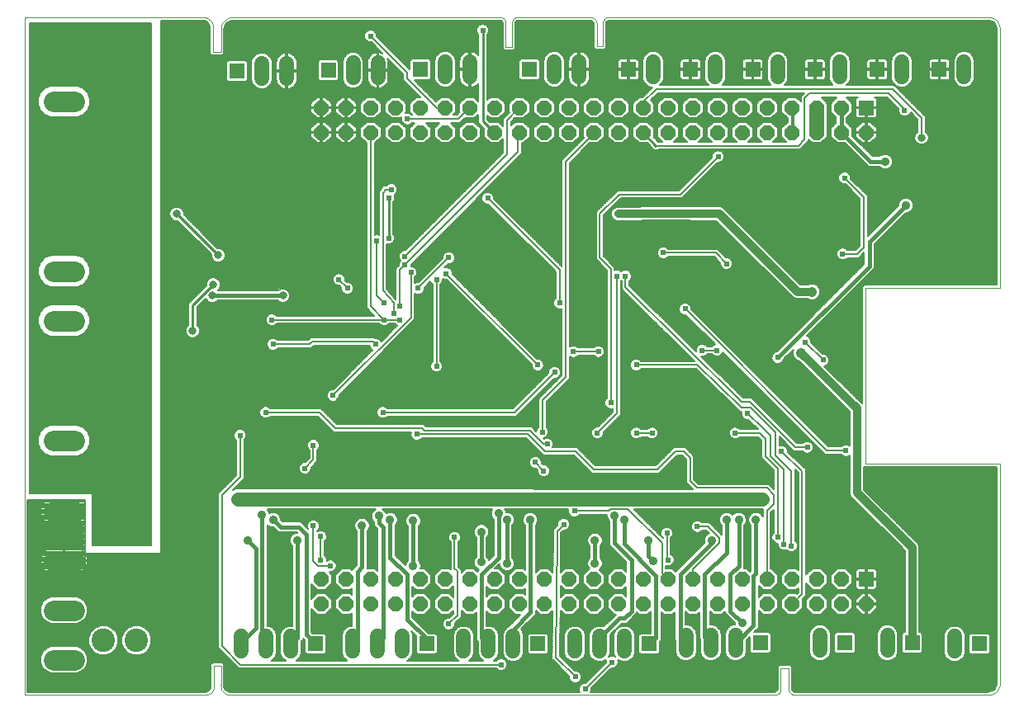
<source format=gbl>
G75*
%MOIN*%
%OFA0B0*%
%FSLAX24Y24*%
%IPPOS*%
%LPD*%
%AMOC8*
5,1,8,0,0,1.08239X$1,22.5*
%
%ADD10C,0.0000*%
%ADD11R,0.0600X0.0600*%
%ADD12C,0.0600*%
%ADD13C,0.0825*%
%ADD14OC8,0.0600*%
%ADD15C,0.0945*%
%ADD16C,0.0240*%
%ADD17C,0.0060*%
%ADD18C,0.0356*%
%ADD19C,0.0079*%
%ADD20C,0.0120*%
%ADD21C,0.0240*%
%ADD22C,0.0161*%
%ADD23C,0.0100*%
%ADD24C,0.0320*%
%ADD25C,0.0413*%
%ADD26C,0.0160*%
%ADD27C,0.0317*%
%ADD28C,0.0061*%
%ADD29C,0.0560*%
%ADD30C,0.0323*%
%ADD31C,0.0591*%
%ADD32C,0.0394*%
D10*
X002484Y003433D02*
X009806Y003433D01*
X009807Y003433D02*
X009841Y003436D01*
X009875Y003443D01*
X009909Y003454D01*
X009941Y003467D01*
X009971Y003484D01*
X010000Y003503D01*
X010027Y003525D01*
X010052Y003550D01*
X010073Y003577D01*
X010093Y003606D01*
X010109Y003637D01*
X010122Y003670D01*
X010132Y003703D01*
X010138Y003737D01*
X010142Y003772D01*
X010141Y003807D01*
X010141Y004614D01*
X010417Y004614D01*
X010417Y003846D01*
X010416Y003847D02*
X010415Y003809D01*
X010418Y003771D01*
X010424Y003734D01*
X010434Y003697D01*
X010448Y003662D01*
X010464Y003628D01*
X010485Y003596D01*
X010508Y003566D01*
X010534Y003539D01*
X010562Y003514D01*
X010593Y003492D01*
X010626Y003474D01*
X010660Y003458D01*
X010696Y003446D01*
X010733Y003438D01*
X010770Y003433D01*
X010771Y003433D02*
X032779Y003433D01*
X032808Y003436D01*
X032837Y003443D01*
X032865Y003453D01*
X032892Y003466D01*
X032917Y003482D01*
X032939Y003502D01*
X032960Y003523D01*
X032977Y003547D01*
X032991Y003573D01*
X033002Y003601D01*
X033010Y003630D01*
X033014Y003659D01*
X033015Y003689D01*
X033015Y004516D01*
X033330Y004516D01*
X033330Y003689D01*
X033331Y003659D01*
X033335Y003630D01*
X033343Y003601D01*
X033354Y003573D01*
X033368Y003547D01*
X033385Y003523D01*
X033406Y003502D01*
X033428Y003482D01*
X033453Y003466D01*
X033480Y003453D01*
X033508Y003443D01*
X033537Y003436D01*
X033566Y003433D01*
X041361Y003433D01*
X041402Y003432D01*
X041442Y003435D01*
X041482Y003441D01*
X041522Y003451D01*
X041560Y003464D01*
X041597Y003480D01*
X041632Y003500D01*
X041666Y003522D01*
X041698Y003548D01*
X041727Y003576D01*
X041753Y003606D01*
X041777Y003639D01*
X041798Y003674D01*
X041816Y003710D01*
X041831Y003748D01*
X041842Y003786D01*
X041850Y003826D01*
X041854Y003866D01*
X041854Y012783D01*
X036417Y012783D01*
X036417Y019870D01*
X041854Y019870D01*
X041854Y030402D01*
X041854Y030401D02*
X041849Y030441D01*
X041841Y030480D01*
X041829Y030519D01*
X041814Y030556D01*
X041796Y030592D01*
X041775Y030626D01*
X041751Y030658D01*
X041724Y030688D01*
X041695Y030715D01*
X041664Y030740D01*
X041630Y030762D01*
X041595Y030781D01*
X041558Y030796D01*
X041520Y030809D01*
X041481Y030818D01*
X041442Y030824D01*
X041402Y030826D01*
X041362Y030825D01*
X041361Y030825D02*
X026056Y030825D01*
X026028Y030820D01*
X026000Y030812D01*
X025973Y030800D01*
X025947Y030786D01*
X025924Y030768D01*
X025903Y030748D01*
X025885Y030725D01*
X025869Y030701D01*
X025856Y030674D01*
X025847Y030646D01*
X025841Y030618D01*
X025839Y030589D01*
X025840Y030559D01*
X025840Y029634D01*
X025584Y029634D01*
X025584Y030539D01*
X025585Y030570D01*
X025582Y030601D01*
X025575Y030631D01*
X025564Y030661D01*
X025550Y030688D01*
X025533Y030714D01*
X025513Y030738D01*
X025490Y030759D01*
X025465Y030777D01*
X025437Y030792D01*
X025408Y030803D01*
X025378Y030811D01*
X025348Y030815D01*
X022365Y030815D01*
X022366Y030815D02*
X022338Y030808D01*
X022310Y030798D01*
X022285Y030785D01*
X022261Y030769D01*
X022239Y030751D01*
X022219Y030729D01*
X022202Y030706D01*
X022189Y030681D01*
X022178Y030654D01*
X022171Y030626D01*
X022167Y030597D01*
X022166Y030568D01*
X022169Y030540D01*
X022169Y030539D02*
X022169Y029614D01*
X021913Y029614D01*
X021913Y030539D01*
X021912Y030540D02*
X021915Y030568D01*
X021914Y030597D01*
X021910Y030626D01*
X021903Y030654D01*
X021892Y030681D01*
X021879Y030706D01*
X021862Y030729D01*
X021842Y030751D01*
X021820Y030769D01*
X021796Y030785D01*
X021771Y030798D01*
X021743Y030808D01*
X021715Y030815D01*
X021716Y030815D02*
X010889Y030815D01*
X010848Y030813D01*
X010807Y030808D01*
X010767Y030799D01*
X010728Y030787D01*
X010690Y030771D01*
X010653Y030752D01*
X010618Y030730D01*
X010586Y030705D01*
X010555Y030677D01*
X010527Y030646D01*
X010502Y030614D01*
X010480Y030579D01*
X010461Y030542D01*
X010445Y030504D01*
X010433Y030465D01*
X010424Y030425D01*
X010419Y030384D01*
X010417Y030343D01*
X010417Y029398D01*
X010102Y029398D01*
X010102Y030343D01*
X010105Y030382D01*
X010104Y030421D01*
X010100Y030459D01*
X010093Y030498D01*
X010082Y030535D01*
X010067Y030571D01*
X010050Y030606D01*
X010029Y030639D01*
X010005Y030670D01*
X009978Y030698D01*
X009949Y030724D01*
X009918Y030747D01*
X009885Y030768D01*
X009850Y030785D01*
X009813Y030798D01*
X009776Y030809D01*
X009737Y030816D01*
X009737Y030815D02*
X002484Y030815D01*
X002484Y003433D01*
D11*
X014239Y005500D03*
X018728Y005500D03*
X023216Y005500D03*
X027704Y005500D03*
X032192Y005539D03*
X035602Y005539D03*
X038318Y005539D03*
X041035Y005500D03*
X036466Y008116D03*
X036466Y027161D03*
X036905Y028709D03*
X039415Y028709D03*
X034395Y028709D03*
X031885Y028709D03*
X029375Y028709D03*
X026865Y028709D03*
X022871Y028709D03*
X018472Y028709D03*
X014751Y028669D03*
X011070Y028650D03*
D12*
X012070Y028950D02*
X012070Y028350D01*
X013070Y028350D02*
X013070Y028950D01*
X015751Y028969D02*
X015751Y028369D01*
X016751Y028369D02*
X016751Y028969D01*
X019472Y029009D02*
X019472Y028409D01*
X020472Y028409D02*
X020472Y029009D01*
X023871Y029009D02*
X023871Y028409D01*
X024871Y028409D02*
X024871Y029009D01*
X027865Y029009D02*
X027865Y028409D01*
X030375Y028409D02*
X030375Y029009D01*
X032885Y029009D02*
X032885Y028409D01*
X035395Y028409D02*
X035395Y029009D01*
X037905Y029009D02*
X037905Y028409D01*
X040415Y028409D02*
X040415Y029009D01*
X037318Y005839D02*
X037318Y005239D01*
X034602Y005239D02*
X034602Y005839D01*
X031192Y005839D02*
X031192Y005239D01*
X030192Y005239D02*
X030192Y005839D01*
X029192Y005839D02*
X029192Y005239D01*
X026704Y005200D02*
X026704Y005800D01*
X025704Y005800D02*
X025704Y005200D01*
X024704Y005200D02*
X024704Y005800D01*
X022216Y005800D02*
X022216Y005200D01*
X021216Y005200D02*
X021216Y005800D01*
X020216Y005800D02*
X020216Y005200D01*
X017728Y005200D02*
X017728Y005800D01*
X016728Y005800D02*
X016728Y005200D01*
X015728Y005200D02*
X015728Y005800D01*
X013239Y005800D02*
X013239Y005200D01*
X012239Y005200D02*
X012239Y005800D01*
X011239Y005800D02*
X011239Y005200D01*
X040035Y005200D02*
X040035Y005800D01*
D13*
X004493Y004862D02*
X003668Y004862D01*
X003668Y006862D02*
X004493Y006862D01*
X004493Y008862D02*
X003668Y008862D01*
X003668Y010862D02*
X004493Y010862D01*
X004493Y013713D02*
X003668Y013713D01*
X003668Y015713D02*
X004493Y015713D01*
X004493Y018563D02*
X003668Y018563D01*
X003668Y020563D02*
X004493Y020563D01*
X004493Y022563D02*
X003668Y022563D01*
X003668Y024563D02*
X004493Y024563D01*
X004493Y027413D02*
X003668Y027413D01*
X003668Y029413D02*
X004493Y029413D01*
D14*
X014466Y027161D03*
X015466Y027161D03*
X015466Y026161D03*
X014466Y026161D03*
X016466Y026161D03*
X017466Y026161D03*
X018466Y026161D03*
X019466Y026161D03*
X020466Y026161D03*
X021466Y026161D03*
X022466Y026161D03*
X023466Y026161D03*
X024466Y026161D03*
X025466Y026161D03*
X026466Y026161D03*
X027466Y026161D03*
X028466Y026161D03*
X029466Y026161D03*
X030466Y026161D03*
X031466Y026161D03*
X032466Y026161D03*
X033466Y026161D03*
X034466Y026161D03*
X035466Y026161D03*
X036466Y026161D03*
X035466Y027161D03*
X034466Y027161D03*
X033466Y027161D03*
X032466Y027161D03*
X031466Y027161D03*
X030466Y027161D03*
X029466Y027161D03*
X028466Y027161D03*
X027466Y027161D03*
X026466Y027161D03*
X025466Y027161D03*
X024466Y027161D03*
X023466Y027161D03*
X022466Y027161D03*
X021466Y027161D03*
X020466Y027161D03*
X019466Y027161D03*
X018466Y027161D03*
X017466Y027161D03*
X016466Y027161D03*
X016466Y008116D03*
X017466Y008116D03*
X018466Y008116D03*
X019466Y008116D03*
X020466Y008116D03*
X021466Y008116D03*
X022466Y008116D03*
X023466Y008116D03*
X024466Y008116D03*
X025466Y008116D03*
X026466Y008116D03*
X027466Y008116D03*
X028466Y008116D03*
X029466Y008116D03*
X030466Y008116D03*
X031466Y008116D03*
X032466Y008116D03*
X033466Y008116D03*
X034466Y008116D03*
X035466Y008116D03*
X035466Y007116D03*
X036466Y007116D03*
X034466Y007116D03*
X033466Y007116D03*
X032466Y007116D03*
X031466Y007116D03*
X030466Y007116D03*
X029466Y007116D03*
X028466Y007116D03*
X027466Y007116D03*
X026466Y007116D03*
X025466Y007116D03*
X024466Y007116D03*
X023466Y007116D03*
X022466Y007116D03*
X021466Y007116D03*
X020466Y007116D03*
X019466Y007116D03*
X018466Y007116D03*
X017466Y007116D03*
X016466Y007116D03*
X015466Y007116D03*
X014466Y007116D03*
X014466Y008116D03*
X015466Y008116D03*
D15*
X007011Y010520D03*
X005673Y010520D03*
X005673Y005638D03*
X007011Y005638D03*
D16*
X012671Y007764D03*
X013064Y007764D03*
X013064Y008157D03*
X012671Y008157D03*
X012671Y008551D03*
X013064Y008551D03*
X014934Y009437D03*
X014934Y009831D03*
X015328Y009831D03*
X015328Y009437D03*
X013802Y012587D03*
X013163Y012783D03*
X013163Y013079D03*
X013163Y013374D03*
X013163Y013669D03*
X012769Y013669D03*
X012769Y013374D03*
X012769Y013079D03*
X012769Y012783D03*
X012375Y012783D03*
X012375Y013079D03*
X012375Y013374D03*
X012375Y013669D03*
X011982Y013669D03*
X011982Y013374D03*
X011982Y013079D03*
X011982Y012783D03*
X011588Y012783D03*
X011588Y013079D03*
X011588Y013374D03*
X011588Y013669D03*
X014147Y013522D03*
X016312Y013669D03*
X016312Y013374D03*
X016312Y013079D03*
X016312Y012783D03*
X016706Y012783D03*
X016706Y013079D03*
X016706Y013374D03*
X016706Y013669D03*
X017100Y013669D03*
X017100Y013374D03*
X017100Y013079D03*
X017100Y012783D03*
X017493Y012783D03*
X017493Y013079D03*
X017493Y013374D03*
X017493Y013669D03*
X017887Y013669D03*
X017887Y013374D03*
X017887Y013079D03*
X017887Y012783D03*
X018822Y012636D03*
X018822Y013030D03*
X019413Y014506D03*
X019806Y014506D03*
X019757Y015244D03*
X019363Y015244D03*
X019363Y015638D03*
X019757Y015638D03*
X020987Y017459D03*
X021381Y017459D03*
X021775Y017459D03*
X023940Y015539D03*
X023940Y015146D03*
X024334Y015146D03*
X024334Y015539D03*
X024634Y017754D03*
X025909Y017557D03*
X029357Y017962D03*
X030889Y018629D03*
X030899Y019103D03*
X030830Y020854D03*
X028271Y021297D03*
X026450Y022872D03*
X032897Y016671D03*
X032897Y016278D03*
X032897Y015884D03*
X032503Y015244D03*
X032799Y014998D03*
X032060Y013669D03*
X032060Y013374D03*
X032060Y013079D03*
X032060Y012783D03*
X031667Y012783D03*
X031667Y013079D03*
X031667Y013374D03*
X031667Y013669D03*
X031273Y013669D03*
X031273Y013374D03*
X031273Y013079D03*
X031273Y012783D03*
X030879Y012783D03*
X030879Y013079D03*
X030879Y013374D03*
X030879Y013669D03*
X030486Y013669D03*
X030486Y013374D03*
X030486Y013079D03*
X030486Y012783D03*
X027336Y012783D03*
X027336Y013079D03*
X027336Y013374D03*
X027336Y013669D03*
X026942Y013669D03*
X026942Y013374D03*
X026942Y013079D03*
X026942Y012783D03*
X026549Y012783D03*
X026549Y013079D03*
X026549Y013374D03*
X026549Y013669D03*
X026155Y013669D03*
X026155Y013374D03*
X026155Y013079D03*
X026155Y012783D03*
X025761Y012783D03*
X025761Y013079D03*
X025761Y013374D03*
X025761Y013669D03*
X023784Y011848D03*
X024688Y010874D03*
X024255Y010323D03*
X023461Y009523D03*
X019846Y009811D03*
X019051Y009593D03*
X021037Y012783D03*
X021037Y013079D03*
X021037Y013374D03*
X021037Y013669D03*
X021430Y013669D03*
X021430Y013374D03*
X021430Y013079D03*
X021430Y012783D03*
X021824Y012783D03*
X021824Y013079D03*
X021824Y013374D03*
X021824Y013669D03*
X022218Y013669D03*
X022218Y013374D03*
X022218Y013079D03*
X022218Y012783D03*
X022611Y012783D03*
X022611Y013079D03*
X022611Y013374D03*
X022611Y013669D03*
X017395Y017459D03*
X018182Y018049D03*
X016263Y017459D03*
X015525Y018837D03*
X015131Y018837D03*
X014590Y017459D03*
X014196Y017459D03*
X011982Y017459D03*
X011096Y018886D03*
X010702Y018886D03*
X010308Y018886D03*
X010505Y020067D03*
X009029Y020067D03*
X008586Y020067D03*
X008586Y019575D03*
X009029Y019575D03*
X009029Y019083D03*
X008586Y019083D03*
X008537Y013965D03*
X008930Y013965D03*
X008930Y013472D03*
X008537Y013472D03*
X008537Y012980D03*
X008930Y012980D03*
X019610Y006307D03*
X029009Y009634D03*
X029649Y010244D03*
X034983Y012477D03*
X034983Y012811D03*
X035327Y012821D03*
X035317Y012487D03*
X035062Y013965D03*
X035062Y014358D03*
X035062Y014752D03*
X035062Y015146D03*
X035515Y021248D03*
X035594Y024319D03*
X009029Y026120D03*
X008586Y026120D03*
X008586Y026612D03*
X009029Y026612D03*
X009029Y027104D03*
X008586Y027104D03*
D17*
X007995Y027126D02*
X014036Y027126D01*
X014036Y027131D02*
X014036Y026983D01*
X014288Y026731D01*
X014436Y026731D01*
X014436Y027131D01*
X014496Y027131D01*
X014496Y026731D01*
X014644Y026731D01*
X014896Y026983D01*
X014896Y027131D01*
X014496Y027131D01*
X014496Y027191D01*
X014896Y027191D01*
X014896Y027340D01*
X014644Y027591D01*
X014496Y027591D01*
X014496Y027191D01*
X014436Y027191D01*
X014436Y027131D01*
X014036Y027131D01*
X014036Y027191D02*
X014436Y027191D01*
X014436Y027591D01*
X014288Y027591D01*
X014036Y027340D01*
X014036Y027191D01*
X014036Y027243D02*
X007995Y027243D01*
X007995Y027301D02*
X014036Y027301D01*
X014056Y027360D02*
X007995Y027360D01*
X007995Y027418D02*
X014114Y027418D01*
X014173Y027477D02*
X007995Y027477D01*
X007995Y027535D02*
X014231Y027535D01*
X014436Y027535D02*
X014496Y027535D01*
X014496Y027477D02*
X014436Y027477D01*
X014436Y027418D02*
X014496Y027418D01*
X014496Y027360D02*
X014436Y027360D01*
X014436Y027301D02*
X014496Y027301D01*
X014496Y027243D02*
X014436Y027243D01*
X014436Y027184D02*
X007995Y027184D01*
X007995Y027067D02*
X014036Y027067D01*
X014036Y027009D02*
X007995Y027009D01*
X007995Y026950D02*
X014069Y026950D01*
X014127Y026892D02*
X007995Y026892D01*
X007995Y026833D02*
X014186Y026833D01*
X014244Y026775D02*
X007995Y026775D01*
X007995Y026716D02*
X017686Y026716D01*
X017686Y026760D02*
X017686Y026661D01*
X017724Y026569D01*
X017795Y026499D01*
X017887Y026461D01*
X017986Y026461D01*
X018078Y026499D01*
X018130Y026551D01*
X018247Y026551D01*
X018036Y026340D01*
X018036Y025983D01*
X018288Y025731D01*
X018644Y025731D01*
X018896Y025983D01*
X018896Y026340D01*
X018685Y026551D01*
X019247Y026551D01*
X019036Y026340D01*
X019036Y025983D01*
X019288Y025731D01*
X019644Y025731D01*
X019896Y025983D01*
X019896Y026340D01*
X019685Y026551D01*
X020070Y026551D01*
X020163Y026644D01*
X020269Y026750D01*
X020288Y026731D01*
X020644Y026731D01*
X020807Y026895D01*
X020807Y026538D01*
X020913Y026432D01*
X021036Y026309D01*
X021036Y025983D01*
X021288Y025731D01*
X021644Y025731D01*
X021812Y025899D01*
X021812Y025350D01*
X017862Y021400D01*
X017788Y021400D01*
X017696Y021362D01*
X017626Y021291D01*
X017588Y021199D01*
X017588Y021100D01*
X017626Y021008D01*
X017657Y020977D01*
X017626Y020947D01*
X017588Y020855D01*
X017588Y020781D01*
X017481Y020675D01*
X017481Y019423D01*
X017112Y019833D01*
X017112Y021653D01*
X017148Y021638D01*
X017248Y021638D01*
X017340Y021676D01*
X017410Y021746D01*
X017448Y021838D01*
X017448Y021938D01*
X017410Y022029D01*
X017378Y022061D01*
X017378Y023338D01*
X017410Y023370D01*
X017448Y023462D01*
X017448Y023562D01*
X017417Y023636D01*
X017438Y023644D01*
X017508Y023715D01*
X017547Y023807D01*
X017547Y023906D01*
X017508Y023998D01*
X017438Y024068D01*
X017346Y024106D01*
X017247Y024106D01*
X017155Y024068D01*
X017103Y024016D01*
X017099Y024016D01*
X017084Y024026D01*
X017035Y024016D01*
X016984Y024016D01*
X016972Y024004D01*
X016954Y024000D01*
X016926Y023958D01*
X016890Y023923D01*
X016890Y023905D01*
X016828Y023811D01*
X016792Y023775D01*
X016792Y023757D01*
X016782Y023742D01*
X016792Y023693D01*
X016792Y022024D01*
X016756Y022039D01*
X016656Y022039D01*
X016620Y022024D01*
X016620Y025731D01*
X016644Y025731D01*
X016896Y025983D01*
X016896Y026340D01*
X016644Y026591D01*
X016288Y026591D01*
X016036Y026340D01*
X016036Y025983D01*
X016288Y025731D01*
X016300Y025731D01*
X016300Y019066D01*
X016615Y018751D01*
X012667Y018751D01*
X012615Y018802D01*
X012523Y018841D01*
X012424Y018841D01*
X012332Y018802D01*
X012262Y018732D01*
X012224Y018640D01*
X012224Y018541D01*
X012262Y018449D01*
X012332Y018379D01*
X012424Y018341D01*
X012523Y018341D01*
X012615Y018379D01*
X012667Y018431D01*
X016808Y018431D01*
X016860Y018379D01*
X016952Y018341D01*
X017051Y018341D01*
X017143Y018379D01*
X017195Y018431D01*
X017447Y018431D01*
X017499Y018379D01*
X017533Y018365D01*
X016883Y017714D01*
X016869Y017748D01*
X016798Y017818D01*
X016706Y017856D01*
X016633Y017856D01*
X016625Y017865D01*
X014031Y017865D01*
X013938Y017771D01*
X013933Y017766D01*
X012716Y017766D01*
X012665Y017818D01*
X012573Y017856D01*
X012473Y017856D01*
X012381Y017818D01*
X012311Y017748D01*
X012273Y017656D01*
X012273Y017557D01*
X012311Y017465D01*
X012381Y017394D01*
X012473Y017356D01*
X012573Y017356D01*
X012665Y017394D01*
X012716Y017446D01*
X014066Y017446D01*
X014164Y017545D01*
X016412Y017545D01*
X016445Y017465D01*
X016515Y017394D01*
X016549Y017380D01*
X014958Y015789D01*
X014885Y015789D01*
X014793Y015751D01*
X014722Y015681D01*
X014684Y015589D01*
X014684Y015490D01*
X014722Y015398D01*
X014793Y015327D01*
X014885Y015289D01*
X014984Y015289D01*
X015076Y015327D01*
X015146Y015398D01*
X015184Y015490D01*
X015184Y015563D01*
X018244Y018623D01*
X018244Y019656D01*
X018329Y019620D01*
X018429Y019620D01*
X018521Y019658D01*
X018591Y019728D01*
X018629Y019820D01*
X018629Y019894D01*
X018877Y020142D01*
X018905Y020073D01*
X018957Y020021D01*
X018957Y016914D01*
X018905Y016862D01*
X018867Y016770D01*
X018867Y016671D01*
X018905Y016579D01*
X018976Y016509D01*
X019068Y016470D01*
X019167Y016470D01*
X019259Y016509D01*
X019329Y016579D01*
X019367Y016671D01*
X019367Y016770D01*
X019329Y016862D01*
X019277Y016914D01*
X019277Y020021D01*
X019329Y020073D01*
X019367Y020165D01*
X019367Y020251D01*
X019369Y020249D01*
X019461Y020211D01*
X019535Y020211D01*
X022952Y016793D01*
X022952Y016720D01*
X022990Y016628D01*
X023060Y016558D01*
X023152Y016520D01*
X023252Y016520D01*
X023344Y016558D01*
X023414Y016628D01*
X023452Y016720D01*
X023452Y016819D01*
X023414Y016911D01*
X023344Y016982D01*
X023252Y017020D01*
X023178Y017020D01*
X019761Y020437D01*
X019761Y020510D01*
X019723Y020602D01*
X019653Y020673D01*
X019561Y020711D01*
X019461Y020711D01*
X019435Y020700D01*
X019586Y020850D01*
X019659Y020850D01*
X019751Y020888D01*
X019821Y020959D01*
X019860Y021051D01*
X019860Y021150D01*
X019821Y021242D01*
X019751Y021312D01*
X019659Y021350D01*
X019560Y021350D01*
X019468Y021312D01*
X019398Y021242D01*
X019360Y021150D01*
X019360Y021077D01*
X018403Y020120D01*
X018329Y020120D01*
X018244Y020085D01*
X018244Y020316D01*
X018296Y020368D01*
X018334Y020460D01*
X018334Y020560D01*
X018296Y020651D01*
X018226Y020722D01*
X018134Y020760D01*
X018088Y020760D01*
X018088Y020829D01*
X022575Y025316D01*
X022575Y025731D01*
X022644Y025731D01*
X022896Y025983D01*
X022896Y026340D01*
X022644Y026591D01*
X022288Y026591D01*
X022132Y026435D01*
X022132Y026595D01*
X022278Y026741D01*
X022288Y026731D01*
X022644Y026731D01*
X022896Y026983D01*
X022896Y027340D01*
X022644Y027591D01*
X022288Y027591D01*
X022036Y027340D01*
X022036Y026983D01*
X022052Y026968D01*
X021812Y026728D01*
X021812Y026424D01*
X021812Y026424D01*
X021644Y026591D01*
X021288Y026591D01*
X021275Y026579D01*
X021167Y026687D01*
X021167Y026852D01*
X021288Y026731D01*
X021644Y026731D01*
X021896Y026983D01*
X021896Y027340D01*
X021644Y027591D01*
X021288Y027591D01*
X021167Y027471D01*
X021167Y030113D01*
X021199Y030145D01*
X021237Y030237D01*
X021237Y030336D01*
X021199Y030428D01*
X021129Y030498D01*
X021037Y030536D01*
X020938Y030536D01*
X020846Y030498D01*
X020776Y030428D01*
X020737Y030336D01*
X020737Y030237D01*
X020776Y030145D01*
X020807Y030113D01*
X020807Y029278D01*
X020800Y029289D01*
X020752Y029337D01*
X020697Y029376D01*
X020637Y029407D01*
X020572Y029428D01*
X020506Y029439D01*
X020502Y029439D01*
X020502Y028739D01*
X020442Y028739D01*
X020442Y029439D01*
X020438Y029439D01*
X020371Y029428D01*
X020307Y029407D01*
X019633Y029407D01*
X019557Y029439D02*
X019715Y029373D01*
X019836Y029252D01*
X019902Y029094D01*
X019902Y028323D01*
X019836Y028165D01*
X019715Y028044D01*
X019557Y027979D01*
X019386Y027979D01*
X019228Y028044D01*
X019107Y028165D01*
X019042Y028323D01*
X019042Y029094D01*
X019107Y029252D01*
X019228Y029373D01*
X019386Y029439D01*
X019557Y029439D01*
X019740Y029349D02*
X020208Y029349D01*
X020192Y029337D02*
X020144Y029289D01*
X020104Y029234D01*
X020073Y029174D01*
X020052Y029109D01*
X020042Y029043D01*
X020042Y028739D01*
X020442Y028739D01*
X020442Y028679D01*
X020502Y028679D01*
X020502Y027979D01*
X020506Y027979D01*
X020572Y027989D01*
X020637Y028010D01*
X020697Y028041D01*
X020752Y028081D01*
X020800Y028129D01*
X020807Y028139D01*
X020807Y027428D01*
X020644Y027591D01*
X020288Y027591D01*
X020036Y027340D01*
X020036Y026983D01*
X020043Y026976D01*
X019937Y026871D01*
X019783Y026871D01*
X019896Y026983D01*
X019896Y027340D01*
X019644Y027591D01*
X019288Y027591D01*
X019097Y027400D01*
X018219Y028279D01*
X018826Y028279D01*
X018902Y028355D01*
X018902Y029063D01*
X018826Y029139D01*
X018118Y029139D01*
X018042Y029063D01*
X018042Y028702D01*
X018003Y028741D01*
X016710Y030033D01*
X016710Y030107D01*
X016672Y030199D01*
X016602Y030269D01*
X016510Y030307D01*
X016410Y030307D01*
X016318Y030269D01*
X016248Y030199D01*
X016210Y030107D01*
X016210Y030007D01*
X016248Y029915D01*
X016318Y029845D01*
X016410Y029807D01*
X016484Y029807D01*
X016930Y029361D01*
X016916Y029368D01*
X016852Y029389D01*
X016785Y029399D01*
X016781Y029399D01*
X016781Y028699D01*
X017181Y028699D01*
X017181Y029003D01*
X017171Y029070D01*
X017150Y029134D01*
X017143Y029148D01*
X017776Y028514D01*
X017776Y028268D01*
X018453Y027591D01*
X018288Y027591D01*
X018036Y027340D01*
X018036Y026983D01*
X018149Y026871D01*
X018130Y026871D01*
X018078Y026923D01*
X017986Y026961D01*
X017887Y026961D01*
X017864Y026951D01*
X017896Y026983D01*
X017896Y027340D01*
X017644Y027591D01*
X017288Y027591D01*
X017036Y027340D01*
X017036Y026983D01*
X017288Y026731D01*
X017644Y026731D01*
X017696Y026783D01*
X017686Y026760D01*
X017687Y026775D02*
X017692Y026775D01*
X017688Y026658D02*
X007995Y026658D01*
X007995Y026599D02*
X017712Y026599D01*
X017695Y026541D02*
X017753Y026541D01*
X017753Y026482D02*
X017835Y026482D01*
X017812Y026424D02*
X018120Y026424D01*
X018178Y026482D02*
X018038Y026482D01*
X018120Y026541D02*
X018237Y026541D01*
X018061Y026365D02*
X017870Y026365D01*
X017896Y026340D02*
X017644Y026591D01*
X017288Y026591D01*
X017036Y026340D01*
X017036Y025983D01*
X017288Y025731D01*
X017644Y025731D01*
X017896Y025983D01*
X017896Y026340D01*
X017896Y026307D02*
X018036Y026307D01*
X018036Y026248D02*
X017896Y026248D01*
X017896Y026190D02*
X018036Y026190D01*
X018036Y026131D02*
X017896Y026131D01*
X017896Y026073D02*
X018036Y026073D01*
X018036Y026014D02*
X017896Y026014D01*
X017868Y025956D02*
X018063Y025956D01*
X018122Y025897D02*
X017810Y025897D01*
X017751Y025839D02*
X018180Y025839D01*
X018239Y025780D02*
X017693Y025780D01*
X017239Y025780D02*
X016693Y025780D01*
X016751Y025839D02*
X017180Y025839D01*
X017122Y025897D02*
X016810Y025897D01*
X016868Y025956D02*
X017063Y025956D01*
X017036Y026014D02*
X016896Y026014D01*
X016896Y026073D02*
X017036Y026073D01*
X017036Y026131D02*
X016896Y026131D01*
X016896Y026190D02*
X017036Y026190D01*
X017036Y026248D02*
X016896Y026248D01*
X016896Y026307D02*
X017036Y026307D01*
X017061Y026365D02*
X016870Y026365D01*
X016812Y026424D02*
X017120Y026424D01*
X017178Y026482D02*
X016753Y026482D01*
X016695Y026541D02*
X017237Y026541D01*
X017244Y026775D02*
X016687Y026775D01*
X016644Y026731D02*
X016896Y026983D01*
X016896Y027340D01*
X016644Y027591D01*
X016288Y027591D01*
X016036Y027340D01*
X016036Y026983D01*
X016288Y026731D01*
X016644Y026731D01*
X016746Y026833D02*
X017186Y026833D01*
X017127Y026892D02*
X016804Y026892D01*
X016863Y026950D02*
X017069Y026950D01*
X017036Y027009D02*
X016896Y027009D01*
X016896Y027067D02*
X017036Y027067D01*
X017036Y027126D02*
X016896Y027126D01*
X016896Y027184D02*
X017036Y027184D01*
X017036Y027243D02*
X016896Y027243D01*
X016896Y027301D02*
X017036Y027301D01*
X017056Y027360D02*
X016876Y027360D01*
X016817Y027418D02*
X017114Y027418D01*
X017173Y027477D02*
X016759Y027477D01*
X016700Y027535D02*
X017231Y027535D01*
X017700Y027535D02*
X018231Y027535D01*
X018173Y027477D02*
X017759Y027477D01*
X017817Y027418D02*
X018114Y027418D01*
X018056Y027360D02*
X017876Y027360D01*
X017896Y027301D02*
X018036Y027301D01*
X018036Y027243D02*
X017896Y027243D01*
X017896Y027184D02*
X018036Y027184D01*
X018036Y027126D02*
X017896Y027126D01*
X017896Y027067D02*
X018036Y027067D01*
X018036Y027009D02*
X017896Y027009D01*
X018011Y026950D02*
X018069Y026950D01*
X018109Y026892D02*
X018127Y026892D01*
X017936Y026711D02*
X020003Y026711D01*
X020397Y027104D01*
X020432Y027135D01*
X020446Y027154D01*
X020466Y027161D01*
X020759Y027477D02*
X020807Y027477D01*
X020807Y027535D02*
X020700Y027535D01*
X020807Y027594D02*
X018904Y027594D01*
X018962Y027535D02*
X019231Y027535D01*
X019173Y027477D02*
X019021Y027477D01*
X019079Y027418D02*
X019114Y027418D01*
X019117Y027154D02*
X019413Y027154D01*
X019462Y027154D01*
X019466Y027161D01*
X019432Y027135D02*
X019413Y027154D01*
X019117Y027154D02*
X017936Y028335D01*
X017936Y028581D01*
X016460Y030057D01*
X016710Y030051D02*
X020807Y030051D01*
X020807Y030109D02*
X016709Y030109D01*
X016685Y030168D02*
X020766Y030168D01*
X020742Y030226D02*
X016644Y030226D01*
X016564Y030285D02*
X020737Y030285D01*
X020740Y030343D02*
X010547Y030343D01*
X010553Y030409D01*
X010604Y030533D01*
X010699Y030627D01*
X010822Y030678D01*
X010889Y030685D01*
X021700Y030685D01*
X021722Y030678D01*
X021766Y030642D01*
X021784Y030594D01*
X021783Y030593D01*
X021783Y030550D01*
X021776Y030508D01*
X021783Y030498D01*
X021783Y029560D01*
X021859Y029484D01*
X022222Y029484D01*
X022299Y029560D01*
X022299Y030498D01*
X022306Y030508D01*
X022299Y030550D01*
X022299Y030593D01*
X022298Y030594D01*
X022316Y030642D01*
X022359Y030678D01*
X022381Y030685D01*
X025340Y030685D01*
X025370Y030679D01*
X025424Y030641D01*
X025453Y030582D01*
X025454Y030556D01*
X025454Y030544D01*
X025450Y030496D01*
X025454Y030491D01*
X025454Y029580D01*
X025530Y029504D01*
X025894Y029504D01*
X025970Y029580D01*
X025970Y030513D01*
X025975Y030519D01*
X041681Y030519D01*
X041655Y030570D02*
X041713Y030455D01*
X041724Y030394D01*
X041724Y020000D01*
X036363Y020000D01*
X036287Y019924D01*
X036287Y015217D01*
X036256Y015248D01*
X034782Y016722D01*
X034859Y016755D01*
X034930Y016825D01*
X034968Y016917D01*
X034968Y017016D01*
X034930Y017108D01*
X034859Y017178D01*
X034768Y017217D01*
X034694Y017217D01*
X034239Y017671D01*
X034239Y017745D01*
X034201Y017836D01*
X034131Y017907D01*
X034064Y017935D01*
X036675Y020546D01*
X036798Y020669D01*
X036798Y021653D01*
X038053Y022908D01*
X038126Y022908D01*
X038239Y022955D01*
X038325Y023042D01*
X038372Y023155D01*
X038372Y023278D01*
X038325Y023391D01*
X038239Y023478D01*
X038126Y023525D01*
X038003Y023525D01*
X037890Y023478D01*
X037803Y023391D01*
X037756Y023278D01*
X037756Y023205D01*
X036521Y021971D01*
X036521Y023617D01*
X035844Y024295D01*
X035844Y024369D01*
X035806Y024461D01*
X035735Y024531D01*
X035644Y024569D01*
X035544Y024569D01*
X035452Y024531D01*
X035382Y024461D01*
X035344Y024369D01*
X035344Y024269D01*
X035382Y024177D01*
X035452Y024107D01*
X035544Y024069D01*
X035618Y024069D01*
X036201Y023485D01*
X036201Y021590D01*
X036020Y021408D01*
X035709Y021408D01*
X035657Y021460D01*
X035565Y021498D01*
X035465Y021498D01*
X035373Y021460D01*
X035303Y021390D01*
X035265Y021298D01*
X035265Y021198D01*
X035303Y021106D01*
X035373Y021036D01*
X035465Y020998D01*
X035565Y020998D01*
X035657Y021036D01*
X035709Y021088D01*
X036152Y021088D01*
X036378Y021314D01*
X036378Y020843D01*
X032850Y017315D01*
X032847Y017315D01*
X032755Y017277D01*
X032685Y017207D01*
X032647Y017115D01*
X032647Y017015D01*
X032685Y016923D01*
X032755Y016853D01*
X032847Y016815D01*
X032947Y016815D01*
X033039Y016853D01*
X033109Y016923D01*
X033147Y017015D01*
X033147Y017018D01*
X033522Y017393D01*
X033495Y017329D01*
X033495Y017195D01*
X033547Y017071D01*
X033641Y016976D01*
X033754Y016930D01*
X035802Y014882D01*
X035802Y013512D01*
X035790Y013524D01*
X035698Y013562D01*
X035599Y013562D01*
X035507Y013524D01*
X035455Y013472D01*
X034941Y013472D01*
X029407Y019010D01*
X029407Y019083D01*
X029369Y019175D01*
X029298Y019245D01*
X029206Y019283D01*
X029107Y019283D01*
X029015Y019245D01*
X028945Y019175D01*
X028907Y019083D01*
X028907Y018984D01*
X028945Y018892D01*
X029015Y018822D01*
X029107Y018783D01*
X029180Y018783D01*
X030363Y017600D01*
X030295Y017572D01*
X030243Y017520D01*
X030039Y017520D01*
X029987Y017572D01*
X029895Y017610D01*
X029796Y017610D01*
X029704Y017572D01*
X029634Y017502D01*
X029596Y017410D01*
X029596Y017324D01*
X026905Y019986D01*
X026905Y020169D01*
X026957Y020221D01*
X026995Y020312D01*
X026995Y020412D01*
X026957Y020504D01*
X026887Y020574D01*
X026795Y020612D01*
X026696Y020612D01*
X026604Y020574D01*
X026573Y020544D01*
X026542Y020574D01*
X026451Y020612D01*
X026351Y020612D01*
X026315Y020597D01*
X026315Y020724D01*
X025872Y021167D01*
X025872Y022806D01*
X026566Y023499D01*
X029026Y023499D01*
X030462Y024935D01*
X030535Y024935D01*
X030627Y024973D01*
X030697Y025043D01*
X030736Y025135D01*
X030736Y025235D01*
X030697Y025327D01*
X030627Y025397D01*
X030535Y025435D01*
X030436Y025435D01*
X030344Y025397D01*
X030274Y025327D01*
X030236Y025235D01*
X030236Y025161D01*
X028894Y023819D01*
X026433Y023819D01*
X025646Y023032D01*
X025552Y022938D01*
X025552Y021034D01*
X025995Y020591D01*
X025995Y015438D01*
X025943Y015386D01*
X025905Y015294D01*
X025905Y015194D01*
X025943Y015102D01*
X026013Y015032D01*
X026105Y014994D01*
X026205Y014994D01*
X026241Y015009D01*
X026241Y014867D01*
X025637Y014264D01*
X025564Y014264D01*
X025472Y014226D01*
X025402Y014155D01*
X025363Y014064D01*
X025363Y013964D01*
X025402Y013872D01*
X025472Y013802D01*
X025564Y013764D01*
X025663Y013764D01*
X025755Y013802D01*
X025825Y013872D01*
X025863Y013964D01*
X025863Y014038D01*
X026561Y014735D01*
X026561Y020169D01*
X026573Y020181D01*
X026585Y020169D01*
X026585Y019985D01*
X026585Y019919D01*
X026585Y019853D01*
X026586Y019853D01*
X026586Y019852D01*
X026633Y019806D01*
X026679Y019759D01*
X026680Y019759D01*
X029539Y016930D01*
X027382Y016930D01*
X027330Y016982D01*
X027238Y017020D01*
X027139Y017020D01*
X027047Y016982D01*
X026976Y016911D01*
X026938Y016819D01*
X026938Y016720D01*
X026976Y016628D01*
X027047Y016558D01*
X027139Y016520D01*
X027238Y016520D01*
X027330Y016558D01*
X027382Y016610D01*
X029584Y016610D01*
X031308Y014933D01*
X031354Y014887D01*
X031356Y014887D01*
X031357Y014886D01*
X031422Y014887D01*
X031432Y014887D01*
X031417Y014851D01*
X031417Y014751D01*
X031455Y014660D01*
X031525Y014589D01*
X031617Y014551D01*
X031702Y014551D01*
X032110Y014174D01*
X031368Y014174D01*
X031316Y014226D01*
X031224Y014264D01*
X031125Y014264D01*
X031033Y014226D01*
X030963Y014155D01*
X030924Y014064D01*
X030924Y013964D01*
X030963Y013872D01*
X031033Y013802D01*
X031125Y013764D01*
X031224Y013764D01*
X031316Y013802D01*
X031368Y013854D01*
X032092Y013854D01*
X032245Y013701D01*
X032245Y013012D01*
X032339Y012919D01*
X032737Y012520D01*
X032737Y011743D01*
X032614Y011865D01*
X032614Y011865D01*
X032520Y011959D01*
X029715Y011959D01*
X029514Y012161D01*
X029514Y013096D01*
X029420Y013190D01*
X029268Y013342D01*
X029174Y013436D01*
X028697Y013436D01*
X028603Y013342D01*
X027959Y012697D01*
X025532Y012697D01*
X024794Y013436D01*
X023810Y013436D01*
X023846Y013521D01*
X023846Y013621D01*
X023808Y013712D01*
X023737Y013783D01*
X023645Y013821D01*
X023546Y013821D01*
X023460Y013785D01*
X023432Y013813D01*
X023449Y013813D01*
X023541Y013851D01*
X023611Y013921D01*
X023649Y014013D01*
X023649Y014113D01*
X023611Y014205D01*
X023559Y014257D01*
X023559Y015276D01*
X024400Y016118D01*
X024494Y016211D01*
X024494Y017107D01*
X024502Y017099D01*
X024594Y017061D01*
X024693Y017061D01*
X024785Y017099D01*
X024837Y017151D01*
X025469Y017151D01*
X025521Y017099D01*
X025613Y017061D01*
X025712Y017061D01*
X025804Y017099D01*
X025875Y017169D01*
X025913Y017261D01*
X025913Y017361D01*
X025875Y017453D01*
X025804Y017523D01*
X025712Y017561D01*
X025613Y017561D01*
X025521Y017523D01*
X025469Y017471D01*
X024837Y017471D01*
X024785Y017523D01*
X024693Y017561D01*
X024594Y017561D01*
X024502Y017523D01*
X024494Y017515D01*
X024494Y024922D01*
X025303Y025731D01*
X025644Y025731D01*
X025896Y025983D01*
X025896Y026340D01*
X025644Y026591D01*
X025288Y026591D01*
X025036Y026340D01*
X025036Y025983D01*
X025069Y025950D01*
X024174Y025054D01*
X024174Y020748D01*
X024154Y020768D01*
X021434Y023488D01*
X021434Y023562D01*
X021396Y023653D01*
X021326Y023724D01*
X021234Y023762D01*
X021135Y023762D01*
X021043Y023724D01*
X020972Y023653D01*
X020934Y023562D01*
X020934Y023462D01*
X020972Y023370D01*
X021043Y023300D01*
X021135Y023262D01*
X021208Y023262D01*
X023928Y020542D01*
X023928Y019473D01*
X023876Y019421D01*
X023838Y019329D01*
X023838Y019230D01*
X023876Y019138D01*
X023946Y019068D01*
X024038Y019030D01*
X024138Y019030D01*
X024174Y019045D01*
X024174Y016344D01*
X023239Y015409D01*
X023239Y014257D01*
X023187Y014205D01*
X023149Y014113D01*
X023149Y014096D01*
X022973Y014272D01*
X018692Y014272D01*
X018687Y014277D01*
X018593Y014371D01*
X015099Y014371D01*
X014459Y015010D01*
X012421Y015010D01*
X012369Y015062D01*
X012277Y015100D01*
X012178Y015100D01*
X012086Y015062D01*
X012016Y014992D01*
X011978Y014900D01*
X011978Y014801D01*
X012016Y014709D01*
X012086Y014638D01*
X012178Y014600D01*
X012277Y014600D01*
X012369Y014638D01*
X012421Y014690D01*
X014327Y014690D01*
X014873Y014144D01*
X014966Y014051D01*
X018095Y014051D01*
X018080Y014014D01*
X018080Y013915D01*
X018118Y013823D01*
X018188Y013753D01*
X018280Y013715D01*
X018380Y013715D01*
X018472Y013753D01*
X018524Y013805D01*
X022742Y013805D01*
X023337Y013209D01*
X023431Y013116D01*
X024661Y013116D01*
X025306Y012471D01*
X025400Y012377D01*
X028091Y012377D01*
X028829Y013116D01*
X029041Y013116D01*
X029194Y012963D01*
X029194Y012028D01*
X029465Y011756D01*
X027525Y011756D01*
X027525Y011757D01*
X027444Y011756D01*
X027363Y011756D01*
X027362Y011756D01*
X025643Y011753D01*
X025636Y011756D01*
X025577Y011756D01*
X025518Y011763D01*
X025496Y011756D01*
X023169Y011756D01*
X022892Y011765D01*
X022890Y011766D01*
X022864Y011766D01*
X022789Y011769D01*
X022783Y011766D01*
X011014Y011766D01*
X010895Y011717D01*
X011354Y012176D01*
X011354Y013732D01*
X011406Y013784D01*
X011444Y013875D01*
X011444Y013975D01*
X011406Y014067D01*
X011336Y014137D01*
X011244Y014175D01*
X011144Y014175D01*
X011053Y014137D01*
X010982Y014067D01*
X010944Y013975D01*
X010944Y013875D01*
X010982Y013784D01*
X011034Y013732D01*
X011034Y012308D01*
X010390Y011664D01*
X010296Y011570D01*
X010296Y005335D01*
X010390Y005242D01*
X011034Y004597D01*
X011128Y004503D01*
X021532Y004503D01*
X021584Y004451D01*
X021676Y004413D01*
X021775Y004413D01*
X021867Y004451D01*
X021938Y004522D01*
X021976Y004614D01*
X021976Y004713D01*
X021938Y004805D01*
X021867Y004875D01*
X021775Y004913D01*
X021676Y004913D01*
X021584Y004875D01*
X021532Y004823D01*
X021430Y004823D01*
X021459Y004835D01*
X021580Y004956D01*
X021646Y005114D01*
X021646Y005886D01*
X021580Y006044D01*
X021459Y006165D01*
X021301Y006230D01*
X021149Y006230D01*
X021149Y006825D01*
X021288Y006686D01*
X021644Y006686D01*
X021896Y006938D01*
X021896Y007294D01*
X022036Y007294D01*
X022036Y006938D01*
X022288Y006686D01*
X022516Y006686D01*
X022131Y006301D01*
X022009Y006180D01*
X021972Y006165D01*
X021851Y006044D01*
X021786Y005886D01*
X021786Y005114D01*
X021851Y004956D01*
X021972Y004835D01*
X022130Y004770D01*
X022301Y004770D01*
X022459Y004835D01*
X022580Y004956D01*
X022646Y005114D01*
X022646Y005886D01*
X022580Y006044D01*
X022525Y006099D01*
X023117Y006692D01*
X023117Y006856D01*
X023288Y006686D01*
X023644Y006686D01*
X023799Y006841D01*
X023781Y005026D01*
X023780Y005025D01*
X023780Y004959D01*
X023780Y004894D01*
X023780Y004893D01*
X023780Y004892D01*
X023827Y004846D01*
X023872Y004799D01*
X023873Y004799D01*
X024478Y004195D01*
X024478Y004122D01*
X024516Y004030D01*
X024586Y003959D01*
X024678Y003921D01*
X024777Y003921D01*
X024869Y003959D01*
X024940Y004030D01*
X024978Y004122D01*
X024978Y004221D01*
X024940Y004313D01*
X024869Y004383D01*
X024777Y004421D01*
X024704Y004421D01*
X024101Y005024D01*
X024119Y006855D01*
X024288Y006686D01*
X024644Y006686D01*
X024896Y006938D01*
X024896Y007294D01*
X025036Y007294D01*
X025036Y006938D01*
X025288Y006686D01*
X025644Y006686D01*
X025896Y006938D01*
X025896Y007294D01*
X026036Y007294D01*
X026036Y006938D01*
X026288Y006686D01*
X026354Y006686D01*
X026289Y006621D01*
X026289Y006621D01*
X025866Y006198D01*
X025790Y006230D01*
X025618Y006230D01*
X025460Y006165D01*
X025339Y006044D01*
X025274Y005886D01*
X025274Y005114D01*
X025339Y004956D01*
X025460Y004835D01*
X025618Y004770D01*
X025790Y004770D01*
X025948Y004835D01*
X025975Y004863D01*
X025954Y004812D01*
X025954Y004738D01*
X025145Y003929D01*
X025072Y003929D01*
X024980Y003891D01*
X024909Y003821D01*
X024871Y003729D01*
X024871Y003629D01*
X024899Y003563D01*
X010779Y003563D01*
X010732Y003571D01*
X010643Y003616D01*
X010578Y003692D01*
X010547Y003787D01*
X010547Y003819D01*
X010547Y003841D01*
X010550Y003890D01*
X010547Y003895D01*
X010547Y004668D01*
X010470Y004744D01*
X010087Y004744D01*
X010011Y004668D01*
X010011Y003857D01*
X010008Y003854D01*
X010011Y003803D01*
X010011Y003795D01*
X010009Y003756D01*
X009980Y003673D01*
X009922Y003608D01*
X009843Y003570D01*
X009800Y003563D01*
X002614Y003563D01*
X002614Y011307D01*
X003357Y011307D01*
X003314Y011276D01*
X003254Y011216D01*
X003204Y011147D01*
X003165Y011070D01*
X003138Y010989D01*
X003125Y010905D01*
X003125Y010892D01*
X004050Y010892D01*
X004050Y010832D01*
X004110Y010832D01*
X004110Y010320D01*
X004535Y010320D01*
X004620Y010333D01*
X004701Y010359D01*
X004777Y010398D01*
X004846Y010448D01*
X004846Y009276D01*
X004777Y009326D01*
X004701Y009365D01*
X004620Y009391D01*
X004535Y009405D01*
X004110Y009405D01*
X004110Y008892D01*
X005035Y008892D01*
X005035Y008905D01*
X005022Y008989D01*
X004995Y009070D01*
X004959Y009142D01*
X007995Y009142D01*
X007995Y030685D01*
X009725Y030685D01*
X009777Y030673D01*
X009875Y030616D01*
X009945Y030526D01*
X009974Y030416D01*
X009974Y030399D01*
X009972Y030396D01*
X009972Y030351D01*
X009966Y030306D01*
X009972Y030298D01*
X009972Y029344D01*
X010048Y029268D01*
X010470Y029268D01*
X010547Y029344D01*
X010547Y030343D01*
X010547Y030285D02*
X016356Y030285D01*
X016275Y030226D02*
X010547Y030226D01*
X010547Y030168D02*
X016235Y030168D01*
X016211Y030109D02*
X010547Y030109D01*
X010547Y030051D02*
X016210Y030051D01*
X016216Y029992D02*
X010547Y029992D01*
X010547Y029934D02*
X016240Y029934D01*
X016288Y029875D02*
X010547Y029875D01*
X010547Y029817D02*
X016387Y029817D01*
X016533Y029758D02*
X010547Y029758D01*
X010547Y029700D02*
X016591Y029700D01*
X016650Y029641D02*
X010547Y029641D01*
X010547Y029583D02*
X016708Y029583D01*
X016767Y029524D02*
X010547Y029524D01*
X010547Y029466D02*
X016825Y029466D01*
X016884Y029407D02*
X010547Y029407D01*
X010547Y029349D02*
X011910Y029349D01*
X011985Y029380D02*
X011827Y029314D01*
X011706Y029193D01*
X011640Y029035D01*
X011640Y028264D01*
X011706Y028106D01*
X011827Y027985D01*
X011985Y027920D01*
X012156Y027920D01*
X012314Y027985D01*
X012435Y028106D01*
X012500Y028264D01*
X012500Y029035D01*
X012435Y029193D01*
X012314Y029314D01*
X012156Y029380D01*
X011985Y029380D01*
X011803Y029290D02*
X010493Y029290D01*
X010716Y029080D02*
X010640Y029003D01*
X010640Y028296D01*
X010716Y028220D01*
X011424Y028220D01*
X011500Y028296D01*
X011500Y029003D01*
X011424Y029080D01*
X010716Y029080D01*
X010693Y029056D02*
X007995Y029056D01*
X007995Y028998D02*
X010640Y028998D01*
X010640Y028939D02*
X007995Y028939D01*
X007995Y028881D02*
X010640Y028881D01*
X010640Y028822D02*
X007995Y028822D01*
X007995Y028764D02*
X010640Y028764D01*
X010640Y028705D02*
X007995Y028705D01*
X007995Y028647D02*
X010640Y028647D01*
X010640Y028588D02*
X007995Y028588D01*
X007995Y028530D02*
X010640Y028530D01*
X010640Y028471D02*
X007995Y028471D01*
X007995Y028413D02*
X010640Y028413D01*
X010640Y028354D02*
X007995Y028354D01*
X007995Y028296D02*
X010640Y028296D01*
X010699Y028237D02*
X007995Y028237D01*
X007995Y028179D02*
X011676Y028179D01*
X011651Y028237D02*
X011442Y028237D01*
X011500Y028296D02*
X011640Y028296D01*
X011640Y028354D02*
X011500Y028354D01*
X011500Y028413D02*
X011640Y028413D01*
X011640Y028471D02*
X011500Y028471D01*
X011500Y028530D02*
X011640Y028530D01*
X011640Y028588D02*
X011500Y028588D01*
X011500Y028647D02*
X011640Y028647D01*
X011640Y028705D02*
X011500Y028705D01*
X011500Y028764D02*
X011640Y028764D01*
X011640Y028822D02*
X011500Y028822D01*
X011500Y028881D02*
X011640Y028881D01*
X011640Y028939D02*
X011500Y028939D01*
X011500Y028998D02*
X011640Y028998D01*
X011649Y029056D02*
X011447Y029056D01*
X011673Y029115D02*
X007995Y029115D01*
X007995Y029173D02*
X011697Y029173D01*
X011744Y029232D02*
X007995Y029232D01*
X007995Y029290D02*
X010025Y029290D01*
X009972Y029349D02*
X007995Y029349D01*
X007995Y029407D02*
X009972Y029407D01*
X009972Y029466D02*
X007995Y029466D01*
X007995Y029524D02*
X009972Y029524D01*
X009972Y029583D02*
X007995Y029583D01*
X007995Y029641D02*
X009972Y029641D01*
X009972Y029700D02*
X007995Y029700D01*
X007995Y029758D02*
X009972Y029758D01*
X009972Y029817D02*
X007995Y029817D01*
X007995Y029875D02*
X009972Y029875D01*
X009972Y029934D02*
X007995Y029934D01*
X007995Y029992D02*
X009972Y029992D01*
X009972Y030051D02*
X007995Y030051D01*
X007995Y030109D02*
X009972Y030109D01*
X009972Y030168D02*
X007995Y030168D01*
X007995Y030226D02*
X009972Y030226D01*
X009972Y030285D02*
X007995Y030285D01*
X007995Y030343D02*
X009971Y030343D01*
X009974Y030402D02*
X007995Y030402D01*
X007995Y030460D02*
X009963Y030460D01*
X009947Y030519D02*
X007995Y030519D01*
X007995Y030577D02*
X009906Y030577D01*
X009842Y030636D02*
X007995Y030636D01*
X009777Y030673D02*
X009777Y030673D01*
X010552Y030402D02*
X020765Y030402D01*
X020808Y030460D02*
X010574Y030460D01*
X010598Y030519D02*
X020895Y030519D01*
X021080Y030519D02*
X021777Y030519D01*
X021783Y030577D02*
X010649Y030577D01*
X010719Y030636D02*
X021768Y030636D01*
X021783Y030460D02*
X021167Y030460D01*
X021210Y030402D02*
X021783Y030402D01*
X021783Y030343D02*
X021235Y030343D01*
X021237Y030285D02*
X021783Y030285D01*
X021783Y030226D02*
X021233Y030226D01*
X021209Y030168D02*
X021783Y030168D01*
X021783Y030109D02*
X021167Y030109D01*
X021167Y030051D02*
X021783Y030051D01*
X021783Y029992D02*
X021167Y029992D01*
X021167Y029934D02*
X021783Y029934D01*
X021783Y029875D02*
X021167Y029875D01*
X021167Y029817D02*
X021783Y029817D01*
X021783Y029758D02*
X021167Y029758D01*
X021167Y029700D02*
X021783Y029700D01*
X021783Y029641D02*
X021167Y029641D01*
X021167Y029583D02*
X021783Y029583D01*
X021819Y029524D02*
X021167Y029524D01*
X021167Y029466D02*
X041724Y029466D01*
X041724Y029524D02*
X025914Y029524D01*
X025970Y029583D02*
X041724Y029583D01*
X041724Y029641D02*
X025970Y029641D01*
X025970Y029700D02*
X041724Y029700D01*
X041724Y029758D02*
X025970Y029758D01*
X025970Y029817D02*
X041724Y029817D01*
X041724Y029875D02*
X025970Y029875D01*
X025970Y029934D02*
X041724Y029934D01*
X041724Y029992D02*
X025970Y029992D01*
X025970Y030051D02*
X041724Y030051D01*
X041724Y030109D02*
X025970Y030109D01*
X025970Y030168D02*
X041724Y030168D01*
X041724Y030226D02*
X025970Y030226D01*
X025970Y030285D02*
X041724Y030285D01*
X041724Y030343D02*
X025970Y030343D01*
X025970Y030402D02*
X041722Y030402D01*
X041710Y030460D02*
X025970Y030460D01*
X025975Y030519D02*
X025970Y030566D01*
X025970Y030595D01*
X025970Y030602D01*
X025994Y030655D01*
X026041Y030689D01*
X026067Y030695D01*
X041313Y030695D01*
X041318Y030691D01*
X041366Y030695D01*
X041387Y030695D01*
X041436Y030694D01*
X041558Y030654D01*
X041655Y030570D01*
X041647Y030577D02*
X025970Y030577D01*
X025985Y030636D02*
X041578Y030636D01*
X041414Y030694D02*
X041358Y030694D01*
X041314Y030694D02*
X026064Y030694D01*
X025453Y030577D02*
X022299Y030577D01*
X022304Y030519D02*
X025452Y030519D01*
X025454Y030460D02*
X022299Y030460D01*
X022299Y030402D02*
X025454Y030402D01*
X025454Y030343D02*
X022299Y030343D01*
X022299Y030285D02*
X025454Y030285D01*
X025454Y030226D02*
X022299Y030226D01*
X022299Y030168D02*
X025454Y030168D01*
X025454Y030109D02*
X022299Y030109D01*
X022299Y030051D02*
X025454Y030051D01*
X025454Y029992D02*
X022299Y029992D01*
X022299Y029934D02*
X025454Y029934D01*
X025454Y029875D02*
X022299Y029875D01*
X022299Y029817D02*
X025454Y029817D01*
X025454Y029758D02*
X022299Y029758D01*
X022299Y029700D02*
X025454Y029700D01*
X025454Y029641D02*
X022299Y029641D01*
X022299Y029583D02*
X025454Y029583D01*
X025510Y029524D02*
X022262Y029524D01*
X022517Y029139D02*
X022441Y029063D01*
X022441Y028355D01*
X022517Y028279D01*
X023225Y028279D01*
X023301Y028355D01*
X023301Y029063D01*
X023225Y029139D01*
X022517Y029139D01*
X022494Y029115D02*
X021167Y029115D01*
X021167Y029173D02*
X023474Y029173D01*
X023450Y029115D02*
X023249Y029115D01*
X023301Y029056D02*
X023441Y029056D01*
X023441Y029094D02*
X023441Y028323D01*
X023507Y028165D01*
X023628Y028044D01*
X023786Y027979D01*
X023957Y027979D01*
X024115Y028044D01*
X024236Y028165D01*
X024301Y028323D01*
X024301Y029094D01*
X024236Y029252D01*
X024115Y029373D01*
X023957Y029439D01*
X023786Y029439D01*
X023628Y029373D01*
X023507Y029252D01*
X023441Y029094D01*
X023441Y028998D02*
X023301Y028998D01*
X023301Y028939D02*
X023441Y028939D01*
X023441Y028881D02*
X023301Y028881D01*
X023301Y028822D02*
X023441Y028822D01*
X023441Y028764D02*
X023301Y028764D01*
X023301Y028705D02*
X023441Y028705D01*
X023441Y028647D02*
X023301Y028647D01*
X023301Y028588D02*
X023441Y028588D01*
X023441Y028530D02*
X023301Y028530D01*
X023301Y028471D02*
X023441Y028471D01*
X023441Y028413D02*
X023301Y028413D01*
X023301Y028354D02*
X023441Y028354D01*
X023453Y028296D02*
X023242Y028296D01*
X023477Y028237D02*
X021167Y028237D01*
X021167Y028179D02*
X023501Y028179D01*
X023552Y028120D02*
X021167Y028120D01*
X021167Y028062D02*
X023610Y028062D01*
X023727Y028003D02*
X021167Y028003D01*
X021167Y027945D02*
X027792Y027945D01*
X027780Y027979D02*
X027826Y027979D01*
X027439Y027591D01*
X027288Y027591D01*
X027036Y027340D01*
X027036Y026983D01*
X027288Y026731D01*
X027644Y026731D01*
X027896Y026983D01*
X027896Y027340D01*
X027768Y027467D01*
X028062Y027761D01*
X033967Y027761D01*
X033820Y027614D01*
X033820Y027416D01*
X033644Y027591D01*
X033288Y027591D01*
X033036Y027340D01*
X033036Y026983D01*
X033288Y026731D01*
X033297Y026731D01*
X033297Y026591D01*
X033288Y026591D01*
X033036Y026340D01*
X033036Y025983D01*
X033231Y025788D01*
X032700Y025788D01*
X032896Y025983D01*
X032896Y026340D01*
X032644Y026591D01*
X032288Y026591D01*
X032036Y026340D01*
X032036Y025983D01*
X032231Y025788D01*
X031700Y025788D01*
X031896Y025983D01*
X031896Y026340D01*
X031644Y026591D01*
X031288Y026591D01*
X031036Y026340D01*
X031036Y025983D01*
X031231Y025788D01*
X030700Y025788D01*
X030896Y025983D01*
X030896Y026340D01*
X030644Y026591D01*
X030288Y026591D01*
X030036Y026340D01*
X030036Y025983D01*
X030231Y025788D01*
X029700Y025788D01*
X029896Y025983D01*
X029896Y026340D01*
X029644Y026591D01*
X029288Y026591D01*
X029036Y026340D01*
X029036Y025983D01*
X029231Y025788D01*
X028700Y025788D01*
X028896Y025983D01*
X028896Y026340D01*
X028644Y026591D01*
X028288Y026591D01*
X028036Y026340D01*
X028036Y025983D01*
X028231Y025788D01*
X028070Y025788D01*
X027885Y025973D01*
X027896Y025983D01*
X027896Y026340D01*
X027644Y026591D01*
X027288Y026591D01*
X027036Y026340D01*
X027036Y025983D01*
X027288Y025731D01*
X027618Y025731D01*
X027901Y025448D01*
X028050Y025448D01*
X028070Y025468D01*
X033800Y025468D01*
X034046Y025714D01*
X034140Y025808D01*
X034140Y025880D01*
X034288Y025731D01*
X034644Y025731D01*
X034896Y025983D01*
X034896Y026082D01*
X034897Y026085D01*
X034897Y027240D01*
X034896Y027243D01*
X034896Y027340D01*
X034651Y027584D01*
X035280Y027584D01*
X035036Y027340D01*
X035036Y026983D01*
X035246Y026773D01*
X035246Y026550D01*
X035036Y026340D01*
X035036Y025983D01*
X035288Y025731D01*
X035597Y025731D01*
X036550Y024778D01*
X037012Y024778D01*
X037063Y024727D01*
X037176Y024680D01*
X037299Y024680D01*
X037412Y024727D01*
X037499Y024814D01*
X037546Y024927D01*
X037546Y025049D01*
X037499Y025163D01*
X037412Y025249D01*
X037299Y025296D01*
X037176Y025296D01*
X037063Y025249D01*
X037012Y025198D01*
X036724Y025198D01*
X035896Y026026D01*
X035896Y026340D01*
X035666Y026569D01*
X035666Y026753D01*
X035896Y026983D01*
X035896Y027340D01*
X035651Y027584D01*
X036121Y027584D01*
X036116Y027583D01*
X036086Y027565D01*
X036062Y027541D01*
X036045Y027512D01*
X036036Y027479D01*
X036036Y027191D01*
X036436Y027191D01*
X036436Y027131D01*
X036496Y027131D01*
X036496Y026731D01*
X036783Y026731D01*
X036816Y026740D01*
X036846Y026757D01*
X036870Y026782D01*
X036887Y026811D01*
X036896Y026844D01*
X036896Y027131D01*
X036496Y027131D01*
X036496Y027191D01*
X036896Y027191D01*
X036896Y027479D01*
X036887Y027512D01*
X036870Y027541D01*
X036846Y027565D01*
X036816Y027583D01*
X036810Y027584D01*
X037309Y027584D01*
X037772Y027121D01*
X037765Y027105D01*
X037765Y027005D01*
X037803Y026914D01*
X037873Y026843D01*
X037965Y026805D01*
X038065Y026805D01*
X038157Y026843D01*
X038227Y026914D01*
X038250Y026968D01*
X038544Y026674D01*
X038544Y026199D01*
X038541Y026197D01*
X038460Y026116D01*
X038416Y026010D01*
X038416Y025895D01*
X038460Y025789D01*
X038541Y025708D01*
X038647Y025664D01*
X038761Y025664D01*
X038867Y025708D01*
X038949Y025789D01*
X038992Y025895D01*
X038992Y026010D01*
X038949Y026116D01*
X038867Y026197D01*
X038864Y026199D01*
X038864Y026807D01*
X038770Y026901D01*
X037589Y028082D01*
X035676Y028082D01*
X035759Y028165D01*
X035825Y028323D01*
X035825Y029094D01*
X035759Y029252D01*
X035639Y029373D01*
X035480Y029439D01*
X035309Y029439D01*
X035151Y029373D01*
X035030Y029252D01*
X034965Y029094D01*
X034965Y028323D01*
X035030Y028165D01*
X035114Y028082D01*
X033166Y028082D01*
X033250Y028165D01*
X033315Y028323D01*
X033315Y029094D01*
X033250Y029252D01*
X033129Y029373D01*
X032971Y029439D01*
X032800Y029439D01*
X032642Y029373D01*
X032521Y029252D01*
X032455Y029094D01*
X032455Y028323D01*
X032521Y028165D01*
X032604Y028082D01*
X030656Y028082D01*
X030740Y028165D01*
X030805Y028323D01*
X030805Y029094D01*
X030740Y029252D01*
X030619Y029373D01*
X030461Y029439D01*
X030290Y029439D01*
X030132Y029373D01*
X030011Y029252D01*
X029945Y029094D01*
X029945Y028323D01*
X030011Y028165D01*
X030094Y028082D01*
X028146Y028082D01*
X028230Y028165D01*
X028295Y028323D01*
X028295Y029094D01*
X028230Y029252D01*
X028109Y029373D01*
X027951Y029439D01*
X027780Y029439D01*
X027622Y029373D01*
X027501Y029252D01*
X027435Y029094D01*
X027435Y028323D01*
X027501Y028165D01*
X027622Y028044D01*
X027780Y027979D01*
X027721Y028003D02*
X025015Y028003D01*
X025036Y028010D02*
X025097Y028041D01*
X025151Y028081D01*
X025199Y028129D01*
X025239Y028183D01*
X025270Y028244D01*
X025291Y028308D01*
X025301Y028375D01*
X025301Y028679D01*
X024901Y028679D01*
X024901Y028739D01*
X024841Y028739D01*
X024841Y028679D01*
X024441Y028679D01*
X024441Y028375D01*
X024452Y028308D01*
X024473Y028244D01*
X024504Y028183D01*
X024543Y028129D01*
X024591Y028081D01*
X024646Y028041D01*
X024706Y028010D01*
X024771Y027989D01*
X024837Y027979D01*
X024841Y027979D01*
X024841Y028679D01*
X024901Y028679D01*
X024901Y027979D01*
X024905Y027979D01*
X024972Y027989D01*
X025036Y028010D01*
X025125Y028062D02*
X027604Y028062D01*
X027546Y028120D02*
X025191Y028120D01*
X025236Y028179D02*
X027495Y028179D01*
X027471Y028237D02*
X025267Y028237D01*
X025287Y028296D02*
X026501Y028296D01*
X026515Y028288D02*
X026548Y028279D01*
X026835Y028279D01*
X026835Y028679D01*
X026435Y028679D01*
X026435Y028392D01*
X026444Y028358D01*
X026461Y028329D01*
X026486Y028305D01*
X026515Y028288D01*
X026447Y028354D02*
X025298Y028354D01*
X025301Y028413D02*
X026435Y028413D01*
X026435Y028471D02*
X025301Y028471D01*
X025301Y028530D02*
X026435Y028530D01*
X026435Y028588D02*
X025301Y028588D01*
X025301Y028647D02*
X026435Y028647D01*
X026435Y028739D02*
X026835Y028739D01*
X026835Y028679D01*
X026895Y028679D01*
X026895Y028279D01*
X027183Y028279D01*
X027216Y028288D01*
X027245Y028305D01*
X027269Y028329D01*
X027287Y028358D01*
X027295Y028392D01*
X027295Y028679D01*
X026895Y028679D01*
X026895Y028739D01*
X026835Y028739D01*
X026835Y029139D01*
X026548Y029139D01*
X026515Y029130D01*
X026486Y029113D01*
X026461Y029088D01*
X026444Y029059D01*
X026435Y029026D01*
X026435Y028739D01*
X026435Y028764D02*
X025301Y028764D01*
X025301Y028739D02*
X025301Y029043D01*
X025291Y029109D01*
X025270Y029174D01*
X025239Y029234D01*
X025199Y029289D01*
X025151Y029337D01*
X025097Y029376D01*
X025036Y029407D01*
X027704Y029407D01*
X027597Y029349D02*
X025135Y029349D01*
X025198Y029290D02*
X027539Y029290D01*
X027492Y029232D02*
X025240Y029232D01*
X025270Y029173D02*
X027468Y029173D01*
X027444Y029115D02*
X027242Y029115D01*
X027245Y029113D02*
X027216Y029130D01*
X027183Y029139D01*
X026895Y029139D01*
X026895Y028739D01*
X027295Y028739D01*
X027295Y029026D01*
X027287Y029059D01*
X027269Y029088D01*
X027245Y029113D01*
X027287Y029056D02*
X027435Y029056D01*
X027435Y028998D02*
X027295Y028998D01*
X027295Y028939D02*
X027435Y028939D01*
X027435Y028881D02*
X027295Y028881D01*
X027295Y028822D02*
X027435Y028822D01*
X027435Y028764D02*
X027295Y028764D01*
X027295Y028647D02*
X027435Y028647D01*
X027435Y028705D02*
X026895Y028705D01*
X026895Y028647D02*
X026835Y028647D01*
X026835Y028705D02*
X024901Y028705D01*
X024901Y028739D02*
X025301Y028739D01*
X025301Y028822D02*
X026435Y028822D01*
X026435Y028881D02*
X025301Y028881D01*
X025301Y028939D02*
X026435Y028939D01*
X026435Y028998D02*
X025301Y028998D01*
X025299Y029056D02*
X026444Y029056D01*
X026489Y029115D02*
X025289Y029115D01*
X025036Y029407D02*
X024972Y029428D01*
X024905Y029439D01*
X024901Y029439D01*
X024901Y028739D01*
X024901Y028764D02*
X024841Y028764D01*
X024841Y028739D02*
X024841Y029439D01*
X024837Y029439D01*
X024771Y029428D01*
X024706Y029407D01*
X024646Y029376D01*
X024591Y029337D01*
X024543Y029289D01*
X024504Y029234D01*
X024473Y029174D01*
X024452Y029109D01*
X024441Y029043D01*
X024441Y028739D01*
X024841Y028739D01*
X024841Y028705D02*
X024301Y028705D01*
X024301Y028647D02*
X024441Y028647D01*
X024441Y028588D02*
X024301Y028588D01*
X024301Y028530D02*
X024441Y028530D01*
X024441Y028471D02*
X024301Y028471D01*
X024301Y028413D02*
X024441Y028413D01*
X024445Y028354D02*
X024301Y028354D01*
X024290Y028296D02*
X024456Y028296D01*
X024476Y028237D02*
X024266Y028237D01*
X024242Y028179D02*
X024507Y028179D01*
X024552Y028120D02*
X024191Y028120D01*
X024132Y028062D02*
X024617Y028062D01*
X024728Y028003D02*
X024016Y028003D01*
X024288Y027591D02*
X024036Y027340D01*
X024036Y026983D01*
X024288Y026731D01*
X024644Y026731D01*
X024896Y026983D01*
X024896Y027340D01*
X024644Y027591D01*
X024288Y027591D01*
X024231Y027535D02*
X023700Y027535D01*
X023644Y027591D02*
X023288Y027591D01*
X023036Y027340D01*
X023036Y026983D01*
X023288Y026731D01*
X023644Y026731D01*
X023896Y026983D01*
X023896Y027340D01*
X023644Y027591D01*
X023759Y027477D02*
X024173Y027477D01*
X024114Y027418D02*
X023817Y027418D01*
X023876Y027360D02*
X024056Y027360D01*
X024036Y027301D02*
X023896Y027301D01*
X023896Y027243D02*
X024036Y027243D01*
X024036Y027184D02*
X023896Y027184D01*
X023896Y027126D02*
X024036Y027126D01*
X024036Y027067D02*
X023896Y027067D01*
X023896Y027009D02*
X024036Y027009D01*
X024069Y026950D02*
X023863Y026950D01*
X023804Y026892D02*
X024127Y026892D01*
X024186Y026833D02*
X023746Y026833D01*
X023687Y026775D02*
X024244Y026775D01*
X024288Y026591D02*
X024036Y026340D01*
X024036Y025983D01*
X024288Y025731D01*
X024644Y025731D01*
X024896Y025983D01*
X024896Y026340D01*
X024644Y026591D01*
X024288Y026591D01*
X024237Y026541D02*
X023695Y026541D01*
X023644Y026591D02*
X023288Y026591D01*
X023036Y026340D01*
X023036Y025983D01*
X023288Y025731D01*
X023644Y025731D01*
X023896Y025983D01*
X023896Y026340D01*
X023644Y026591D01*
X023753Y026482D02*
X024178Y026482D01*
X024120Y026424D02*
X023812Y026424D01*
X023870Y026365D02*
X024061Y026365D01*
X024036Y026307D02*
X023896Y026307D01*
X023896Y026248D02*
X024036Y026248D01*
X024036Y026190D02*
X023896Y026190D01*
X023896Y026131D02*
X024036Y026131D01*
X024036Y026073D02*
X023896Y026073D01*
X023896Y026014D02*
X024036Y026014D01*
X024063Y025956D02*
X023868Y025956D01*
X023810Y025897D02*
X024122Y025897D01*
X024180Y025839D02*
X023751Y025839D01*
X023693Y025780D02*
X024239Y025780D01*
X024693Y025780D02*
X024900Y025780D01*
X024958Y025839D02*
X024751Y025839D01*
X024810Y025897D02*
X025017Y025897D01*
X025063Y025956D02*
X024868Y025956D01*
X024896Y026014D02*
X025036Y026014D01*
X025036Y026073D02*
X024896Y026073D01*
X024896Y026131D02*
X025036Y026131D01*
X025036Y026190D02*
X024896Y026190D01*
X024896Y026248D02*
X025036Y026248D01*
X025036Y026307D02*
X024896Y026307D01*
X024870Y026365D02*
X025061Y026365D01*
X025120Y026424D02*
X024812Y026424D01*
X024753Y026482D02*
X025178Y026482D01*
X025237Y026541D02*
X024695Y026541D01*
X024687Y026775D02*
X025244Y026775D01*
X025288Y026731D02*
X025644Y026731D01*
X025896Y026983D01*
X025896Y027340D01*
X025644Y027591D01*
X025288Y027591D01*
X025036Y027340D01*
X025036Y026983D01*
X025288Y026731D01*
X025186Y026833D02*
X024746Y026833D01*
X024804Y026892D02*
X025127Y026892D01*
X025069Y026950D02*
X024863Y026950D01*
X024896Y027009D02*
X025036Y027009D01*
X025036Y027067D02*
X024896Y027067D01*
X024896Y027126D02*
X025036Y027126D01*
X025036Y027184D02*
X024896Y027184D01*
X024896Y027243D02*
X025036Y027243D01*
X025036Y027301D02*
X024896Y027301D01*
X024876Y027360D02*
X025056Y027360D01*
X025114Y027418D02*
X024817Y027418D01*
X024759Y027477D02*
X025173Y027477D01*
X025231Y027535D02*
X024700Y027535D01*
X024841Y028003D02*
X024901Y028003D01*
X024901Y028062D02*
X024841Y028062D01*
X024841Y028120D02*
X024901Y028120D01*
X024901Y028179D02*
X024841Y028179D01*
X024841Y028237D02*
X024901Y028237D01*
X024901Y028296D02*
X024841Y028296D01*
X024841Y028354D02*
X024901Y028354D01*
X024901Y028413D02*
X024841Y028413D01*
X024841Y028471D02*
X024901Y028471D01*
X024901Y028530D02*
X024841Y028530D01*
X024841Y028588D02*
X024901Y028588D01*
X024901Y028647D02*
X024841Y028647D01*
X024841Y028822D02*
X024901Y028822D01*
X024901Y028881D02*
X024841Y028881D01*
X024841Y028939D02*
X024901Y028939D01*
X024901Y028998D02*
X024841Y028998D01*
X024841Y029056D02*
X024901Y029056D01*
X024901Y029115D02*
X024841Y029115D01*
X024841Y029173D02*
X024901Y029173D01*
X024901Y029232D02*
X024841Y029232D01*
X024841Y029290D02*
X024901Y029290D01*
X024901Y029349D02*
X024841Y029349D01*
X024841Y029407D02*
X024901Y029407D01*
X024706Y029407D02*
X024033Y029407D01*
X024139Y029349D02*
X024608Y029349D01*
X024545Y029290D02*
X024198Y029290D01*
X024244Y029232D02*
X024502Y029232D01*
X024473Y029173D02*
X024269Y029173D01*
X024293Y029115D02*
X024454Y029115D01*
X024444Y029056D02*
X024301Y029056D01*
X024301Y028998D02*
X024441Y028998D01*
X024441Y028939D02*
X024301Y028939D01*
X024301Y028881D02*
X024441Y028881D01*
X024441Y028822D02*
X024301Y028822D01*
X024301Y028764D02*
X024441Y028764D01*
X023710Y029407D02*
X021167Y029407D01*
X021167Y029349D02*
X023603Y029349D01*
X023545Y029290D02*
X021167Y029290D01*
X021167Y029232D02*
X023498Y029232D01*
X022441Y029056D02*
X021167Y029056D01*
X021167Y028998D02*
X022441Y028998D01*
X022441Y028939D02*
X021167Y028939D01*
X021167Y028881D02*
X022441Y028881D01*
X022441Y028822D02*
X021167Y028822D01*
X021167Y028764D02*
X022441Y028764D01*
X022441Y028705D02*
X021167Y028705D01*
X021167Y028647D02*
X022441Y028647D01*
X022441Y028588D02*
X021167Y028588D01*
X021167Y028530D02*
X022441Y028530D01*
X022441Y028471D02*
X021167Y028471D01*
X021167Y028413D02*
X022441Y028413D01*
X022442Y028354D02*
X021167Y028354D01*
X021167Y028296D02*
X022500Y028296D01*
X022700Y027535D02*
X023231Y027535D01*
X023173Y027477D02*
X022759Y027477D01*
X022817Y027418D02*
X023114Y027418D01*
X023056Y027360D02*
X022876Y027360D01*
X022896Y027301D02*
X023036Y027301D01*
X023036Y027243D02*
X022896Y027243D01*
X022896Y027184D02*
X023036Y027184D01*
X023036Y027126D02*
X022896Y027126D01*
X022896Y027067D02*
X023036Y027067D01*
X023036Y027009D02*
X022896Y027009D01*
X022863Y026950D02*
X023069Y026950D01*
X023127Y026892D02*
X022804Y026892D01*
X022746Y026833D02*
X023186Y026833D01*
X023244Y026775D02*
X022687Y026775D01*
X022695Y026541D02*
X023237Y026541D01*
X023178Y026482D02*
X022753Y026482D01*
X022812Y026424D02*
X023120Y026424D01*
X023061Y026365D02*
X022870Y026365D01*
X022896Y026307D02*
X023036Y026307D01*
X023036Y026248D02*
X022896Y026248D01*
X022896Y026190D02*
X023036Y026190D01*
X023036Y026131D02*
X022896Y026131D01*
X022896Y026073D02*
X023036Y026073D01*
X023036Y026014D02*
X022896Y026014D01*
X022868Y025956D02*
X023063Y025956D01*
X023122Y025897D02*
X022810Y025897D01*
X022751Y025839D02*
X023180Y025839D01*
X023239Y025780D02*
X022693Y025780D01*
X022575Y025722D02*
X024841Y025722D01*
X024783Y025663D02*
X022575Y025663D01*
X022575Y025605D02*
X024724Y025605D01*
X024666Y025546D02*
X022575Y025546D01*
X022575Y025488D02*
X024607Y025488D01*
X024549Y025429D02*
X022575Y025429D01*
X022575Y025371D02*
X024490Y025371D01*
X024432Y025312D02*
X022571Y025312D01*
X022513Y025254D02*
X024373Y025254D01*
X024315Y025195D02*
X022454Y025195D01*
X022396Y025137D02*
X024256Y025137D01*
X024198Y025078D02*
X022337Y025078D01*
X022279Y025020D02*
X024174Y025020D01*
X024174Y024961D02*
X022220Y024961D01*
X022162Y024903D02*
X024174Y024903D01*
X024174Y024844D02*
X022103Y024844D01*
X022045Y024786D02*
X024174Y024786D01*
X024174Y024727D02*
X021986Y024727D01*
X021928Y024669D02*
X024174Y024669D01*
X024174Y024610D02*
X021869Y024610D01*
X021811Y024552D02*
X024174Y024552D01*
X024174Y024493D02*
X021752Y024493D01*
X021694Y024435D02*
X024174Y024435D01*
X024174Y024376D02*
X021635Y024376D01*
X021577Y024318D02*
X024174Y024318D01*
X024174Y024259D02*
X021518Y024259D01*
X021460Y024201D02*
X024174Y024201D01*
X024174Y024142D02*
X021401Y024142D01*
X021343Y024084D02*
X024174Y024084D01*
X024174Y024025D02*
X021284Y024025D01*
X021226Y023967D02*
X024174Y023967D01*
X024174Y023908D02*
X021167Y023908D01*
X021109Y023850D02*
X024174Y023850D01*
X024174Y023791D02*
X021050Y023791D01*
X021064Y023733D02*
X020992Y023733D01*
X020993Y023674D02*
X020933Y023674D01*
X020957Y023616D02*
X020875Y023616D01*
X020816Y023557D02*
X020934Y023557D01*
X020934Y023499D02*
X020758Y023499D01*
X020699Y023440D02*
X020943Y023440D01*
X020968Y023382D02*
X020641Y023382D01*
X020582Y023323D02*
X021019Y023323D01*
X021128Y023265D02*
X020524Y023265D01*
X020465Y023206D02*
X021264Y023206D01*
X021322Y023148D02*
X020407Y023148D01*
X020348Y023089D02*
X021381Y023089D01*
X021439Y023031D02*
X020290Y023031D01*
X020231Y022972D02*
X021498Y022972D01*
X021556Y022914D02*
X020173Y022914D01*
X020114Y022855D02*
X021615Y022855D01*
X021673Y022797D02*
X020056Y022797D01*
X019997Y022738D02*
X021732Y022738D01*
X021790Y022680D02*
X019939Y022680D01*
X019880Y022621D02*
X021849Y022621D01*
X021907Y022563D02*
X019822Y022563D01*
X019763Y022504D02*
X021966Y022504D01*
X022024Y022446D02*
X019705Y022446D01*
X019646Y022387D02*
X022083Y022387D01*
X022141Y022329D02*
X019588Y022329D01*
X019529Y022270D02*
X022200Y022270D01*
X022258Y022212D02*
X019471Y022212D01*
X019412Y022153D02*
X022317Y022153D01*
X022375Y022095D02*
X019354Y022095D01*
X019295Y022036D02*
X022434Y022036D01*
X022492Y021978D02*
X019237Y021978D01*
X019178Y021919D02*
X022551Y021919D01*
X022609Y021861D02*
X019120Y021861D01*
X019061Y021802D02*
X022668Y021802D01*
X022726Y021744D02*
X019003Y021744D01*
X018944Y021685D02*
X022785Y021685D01*
X022843Y021627D02*
X018886Y021627D01*
X018827Y021568D02*
X022902Y021568D01*
X022960Y021510D02*
X018769Y021510D01*
X018710Y021451D02*
X023019Y021451D01*
X023077Y021393D02*
X018652Y021393D01*
X018593Y021334D02*
X019521Y021334D01*
X019431Y021276D02*
X018535Y021276D01*
X018476Y021217D02*
X019387Y021217D01*
X019363Y021159D02*
X018418Y021159D01*
X018359Y021100D02*
X019360Y021100D01*
X019325Y021042D02*
X018301Y021042D01*
X018242Y020983D02*
X019266Y020983D01*
X019208Y020925D02*
X018184Y020925D01*
X018125Y020866D02*
X019149Y020866D01*
X019091Y020808D02*
X018088Y020808D01*
X018159Y020749D02*
X019032Y020749D01*
X018974Y020691D02*
X018257Y020691D01*
X018304Y020632D02*
X018915Y020632D01*
X018857Y020574D02*
X018328Y020574D01*
X018334Y020515D02*
X018798Y020515D01*
X018740Y020457D02*
X018332Y020457D01*
X018308Y020398D02*
X018681Y020398D01*
X018623Y020340D02*
X018267Y020340D01*
X018244Y020281D02*
X018564Y020281D01*
X018506Y020223D02*
X018244Y020223D01*
X018244Y020164D02*
X018447Y020164D01*
X018295Y020106D02*
X018244Y020106D01*
X018379Y019870D02*
X019610Y021100D01*
X019787Y020925D02*
X023545Y020925D01*
X023487Y020983D02*
X019832Y020983D01*
X019856Y021042D02*
X023428Y021042D01*
X023370Y021100D02*
X019860Y021100D01*
X019856Y021159D02*
X023311Y021159D01*
X023253Y021217D02*
X019832Y021217D01*
X019788Y021276D02*
X023194Y021276D01*
X023136Y021334D02*
X019698Y021334D01*
X019697Y020866D02*
X023604Y020866D01*
X023662Y020808D02*
X019543Y020808D01*
X019485Y020749D02*
X023721Y020749D01*
X023779Y020691D02*
X019609Y020691D01*
X019693Y020632D02*
X023838Y020632D01*
X023896Y020574D02*
X019735Y020574D01*
X019759Y020515D02*
X023928Y020515D01*
X023928Y020457D02*
X019761Y020457D01*
X019800Y020398D02*
X023928Y020398D01*
X023928Y020340D02*
X019858Y020340D01*
X019917Y020281D02*
X023928Y020281D01*
X023928Y020223D02*
X019975Y020223D01*
X020034Y020164D02*
X023928Y020164D01*
X023928Y020106D02*
X020092Y020106D01*
X020151Y020047D02*
X023928Y020047D01*
X023928Y019989D02*
X020209Y019989D01*
X020268Y019930D02*
X023928Y019930D01*
X023928Y019872D02*
X020326Y019872D01*
X020385Y019813D02*
X023928Y019813D01*
X023928Y019755D02*
X020443Y019755D01*
X020502Y019696D02*
X023928Y019696D01*
X023928Y019638D02*
X020560Y019638D01*
X020619Y019579D02*
X023928Y019579D01*
X023928Y019521D02*
X020677Y019521D01*
X020736Y019462D02*
X023917Y019462D01*
X023869Y019404D02*
X020794Y019404D01*
X020853Y019345D02*
X023844Y019345D01*
X023838Y019287D02*
X020911Y019287D01*
X020970Y019228D02*
X023839Y019228D01*
X023863Y019170D02*
X021028Y019170D01*
X021087Y019111D02*
X023903Y019111D01*
X023982Y019053D02*
X021145Y019053D01*
X021204Y018994D02*
X024174Y018994D01*
X024174Y018936D02*
X021262Y018936D01*
X021321Y018877D02*
X024174Y018877D01*
X024174Y018819D02*
X021379Y018819D01*
X021438Y018760D02*
X024174Y018760D01*
X024174Y018702D02*
X021496Y018702D01*
X021555Y018643D02*
X024174Y018643D01*
X024174Y018585D02*
X021613Y018585D01*
X021672Y018526D02*
X024174Y018526D01*
X024174Y018468D02*
X021730Y018468D01*
X021789Y018409D02*
X024174Y018409D01*
X024174Y018351D02*
X021847Y018351D01*
X021906Y018292D02*
X024174Y018292D01*
X024174Y018234D02*
X021964Y018234D01*
X022023Y018175D02*
X024174Y018175D01*
X024174Y018117D02*
X022081Y018117D01*
X022140Y018058D02*
X024174Y018058D01*
X024174Y018000D02*
X022198Y018000D01*
X022257Y017941D02*
X024174Y017941D01*
X024174Y017883D02*
X022315Y017883D01*
X022374Y017824D02*
X024174Y017824D01*
X024174Y017766D02*
X022432Y017766D01*
X022491Y017707D02*
X024174Y017707D01*
X024174Y017649D02*
X022549Y017649D01*
X022608Y017590D02*
X024174Y017590D01*
X024174Y017532D02*
X022666Y017532D01*
X022725Y017473D02*
X024174Y017473D01*
X024174Y017415D02*
X022783Y017415D01*
X022842Y017356D02*
X024174Y017356D01*
X024174Y017298D02*
X022900Y017298D01*
X022959Y017239D02*
X024174Y017239D01*
X024174Y017181D02*
X023017Y017181D01*
X023076Y017122D02*
X024174Y017122D01*
X024174Y017064D02*
X023134Y017064D01*
X023287Y017005D02*
X024174Y017005D01*
X024174Y016947D02*
X023379Y016947D01*
X023424Y016888D02*
X024174Y016888D01*
X024174Y016830D02*
X023448Y016830D01*
X023452Y016771D02*
X024174Y016771D01*
X024174Y016713D02*
X023969Y016713D01*
X023941Y016724D02*
X023841Y016724D01*
X023749Y016686D01*
X023679Y016616D01*
X023641Y016524D01*
X023641Y016451D01*
X022201Y015010D01*
X017146Y015010D01*
X017094Y015062D01*
X017002Y015100D01*
X016902Y015100D01*
X016810Y015062D01*
X016740Y014992D01*
X016702Y014900D01*
X016702Y014801D01*
X016740Y014709D01*
X016810Y014638D01*
X016902Y014600D01*
X017002Y014600D01*
X017094Y014638D01*
X017146Y014690D01*
X022201Y014690D01*
X022333Y014690D01*
X023867Y016224D01*
X023941Y016224D01*
X024033Y016262D01*
X024103Y016333D01*
X024141Y016425D01*
X024141Y016524D01*
X024103Y016616D01*
X024033Y016686D01*
X023941Y016724D01*
X023813Y016713D02*
X023449Y016713D01*
X023425Y016654D02*
X023717Y016654D01*
X023671Y016596D02*
X023382Y016596D01*
X023294Y016537D02*
X023646Y016537D01*
X023641Y016479D02*
X019187Y016479D01*
X019288Y016537D02*
X023110Y016537D01*
X023023Y016596D02*
X019336Y016596D01*
X019361Y016654D02*
X022979Y016654D01*
X022955Y016713D02*
X019367Y016713D01*
X019367Y016771D02*
X022952Y016771D01*
X022916Y016830D02*
X019343Y016830D01*
X019303Y016888D02*
X022857Y016888D01*
X022799Y016947D02*
X019277Y016947D01*
X019277Y017005D02*
X022740Y017005D01*
X022682Y017064D02*
X019277Y017064D01*
X019277Y017122D02*
X022623Y017122D01*
X022565Y017181D02*
X019277Y017181D01*
X019277Y017239D02*
X022506Y017239D01*
X022448Y017298D02*
X019277Y017298D01*
X019277Y017356D02*
X022389Y017356D01*
X022331Y017415D02*
X019277Y017415D01*
X019277Y017473D02*
X022272Y017473D01*
X022214Y017532D02*
X019277Y017532D01*
X019277Y017590D02*
X022155Y017590D01*
X022097Y017649D02*
X019277Y017649D01*
X019277Y017707D02*
X022038Y017707D01*
X021980Y017766D02*
X019277Y017766D01*
X019277Y017824D02*
X021921Y017824D01*
X021863Y017883D02*
X019277Y017883D01*
X019277Y017941D02*
X021804Y017941D01*
X021746Y018000D02*
X019277Y018000D01*
X019277Y018058D02*
X021687Y018058D01*
X021629Y018117D02*
X019277Y018117D01*
X019277Y018175D02*
X021570Y018175D01*
X021512Y018234D02*
X019277Y018234D01*
X019277Y018292D02*
X021453Y018292D01*
X021395Y018351D02*
X019277Y018351D01*
X019277Y018409D02*
X021336Y018409D01*
X021278Y018468D02*
X019277Y018468D01*
X019277Y018526D02*
X021219Y018526D01*
X021161Y018585D02*
X019277Y018585D01*
X019277Y018643D02*
X021102Y018643D01*
X021044Y018702D02*
X019277Y018702D01*
X019277Y018760D02*
X020985Y018760D01*
X020927Y018819D02*
X019277Y018819D01*
X019277Y018877D02*
X020868Y018877D01*
X020810Y018936D02*
X019277Y018936D01*
X019277Y018994D02*
X020751Y018994D01*
X020693Y019053D02*
X019277Y019053D01*
X019277Y019111D02*
X020634Y019111D01*
X020576Y019170D02*
X019277Y019170D01*
X019277Y019228D02*
X020517Y019228D01*
X020459Y019287D02*
X019277Y019287D01*
X019277Y019345D02*
X020400Y019345D01*
X020342Y019404D02*
X019277Y019404D01*
X019277Y019462D02*
X020283Y019462D01*
X020225Y019521D02*
X019277Y019521D01*
X019277Y019579D02*
X020166Y019579D01*
X020108Y019638D02*
X019277Y019638D01*
X019277Y019696D02*
X020049Y019696D01*
X019991Y019755D02*
X019277Y019755D01*
X019277Y019813D02*
X019932Y019813D01*
X019874Y019872D02*
X019277Y019872D01*
X019277Y019930D02*
X019815Y019930D01*
X019757Y019989D02*
X019277Y019989D01*
X019304Y020047D02*
X019698Y020047D01*
X019640Y020106D02*
X019343Y020106D01*
X019367Y020164D02*
X019581Y020164D01*
X019432Y020223D02*
X019367Y020223D01*
X019117Y020215D02*
X019117Y016720D01*
X018947Y016537D02*
X016158Y016537D01*
X016100Y016479D02*
X019048Y016479D01*
X018899Y016596D02*
X016217Y016596D01*
X016275Y016654D02*
X018874Y016654D01*
X018867Y016713D02*
X016334Y016713D01*
X016392Y016771D02*
X018868Y016771D01*
X018892Y016830D02*
X016451Y016830D01*
X016509Y016888D02*
X018932Y016888D01*
X018957Y016947D02*
X016568Y016947D01*
X016626Y017005D02*
X018957Y017005D01*
X018957Y017064D02*
X016685Y017064D01*
X016743Y017122D02*
X018957Y017122D01*
X018957Y017181D02*
X016802Y017181D01*
X016860Y017239D02*
X018957Y017239D01*
X018957Y017298D02*
X016919Y017298D01*
X016977Y017356D02*
X018957Y017356D01*
X018957Y017415D02*
X017036Y017415D01*
X017094Y017473D02*
X018957Y017473D01*
X018957Y017532D02*
X017153Y017532D01*
X017211Y017590D02*
X018957Y017590D01*
X018957Y017649D02*
X017270Y017649D01*
X017328Y017707D02*
X018957Y017707D01*
X018957Y017766D02*
X017387Y017766D01*
X017445Y017824D02*
X018957Y017824D01*
X018957Y017883D02*
X017504Y017883D01*
X017562Y017941D02*
X018957Y017941D01*
X018957Y018000D02*
X017621Y018000D01*
X017679Y018058D02*
X018957Y018058D01*
X018957Y018117D02*
X017738Y018117D01*
X017796Y018175D02*
X018957Y018175D01*
X018957Y018234D02*
X017855Y018234D01*
X017913Y018292D02*
X018957Y018292D01*
X018957Y018351D02*
X017972Y018351D01*
X018030Y018409D02*
X018957Y018409D01*
X018957Y018468D02*
X018089Y018468D01*
X018147Y018526D02*
X018957Y018526D01*
X018957Y018585D02*
X018206Y018585D01*
X018244Y018643D02*
X018957Y018643D01*
X018957Y018702D02*
X018244Y018702D01*
X018244Y018760D02*
X018957Y018760D01*
X018957Y018819D02*
X018244Y018819D01*
X018244Y018877D02*
X018957Y018877D01*
X018957Y018936D02*
X018244Y018936D01*
X018244Y018994D02*
X018957Y018994D01*
X018957Y019053D02*
X018244Y019053D01*
X018244Y019111D02*
X018957Y019111D01*
X018957Y019170D02*
X018244Y019170D01*
X018244Y019228D02*
X018957Y019228D01*
X018957Y019287D02*
X018244Y019287D01*
X018244Y019345D02*
X018957Y019345D01*
X018957Y019404D02*
X018244Y019404D01*
X018244Y019462D02*
X018957Y019462D01*
X018957Y019521D02*
X018244Y019521D01*
X018244Y019579D02*
X018957Y019579D01*
X018957Y019638D02*
X018471Y019638D01*
X018559Y019696D02*
X018957Y019696D01*
X018957Y019755D02*
X018602Y019755D01*
X018626Y019813D02*
X018957Y019813D01*
X018957Y019872D02*
X018629Y019872D01*
X018666Y019930D02*
X018957Y019930D01*
X018957Y019989D02*
X018724Y019989D01*
X018783Y020047D02*
X018931Y020047D01*
X018892Y020106D02*
X018841Y020106D01*
X018287Y019638D02*
X018244Y019638D01*
X017481Y019638D02*
X017288Y019638D01*
X017235Y019696D02*
X017481Y019696D01*
X017481Y019755D02*
X017183Y019755D01*
X017130Y019813D02*
X017481Y019813D01*
X017481Y019872D02*
X017112Y019872D01*
X017112Y019930D02*
X017481Y019930D01*
X017481Y019989D02*
X017112Y019989D01*
X017112Y020047D02*
X017481Y020047D01*
X017481Y020106D02*
X017112Y020106D01*
X017112Y020164D02*
X017481Y020164D01*
X017481Y020223D02*
X017112Y020223D01*
X017112Y020281D02*
X017481Y020281D01*
X017481Y020340D02*
X017112Y020340D01*
X017112Y020398D02*
X017481Y020398D01*
X017481Y020457D02*
X017112Y020457D01*
X017112Y020515D02*
X017481Y020515D01*
X017481Y020574D02*
X017112Y020574D01*
X017112Y020632D02*
X017481Y020632D01*
X017497Y020691D02*
X017112Y020691D01*
X017112Y020749D02*
X017556Y020749D01*
X017588Y020808D02*
X017112Y020808D01*
X017112Y020866D02*
X017593Y020866D01*
X017617Y020925D02*
X017112Y020925D01*
X017112Y020983D02*
X017651Y020983D01*
X017612Y021042D02*
X017112Y021042D01*
X017112Y021100D02*
X017588Y021100D01*
X017588Y021159D02*
X017112Y021159D01*
X017112Y021217D02*
X017595Y021217D01*
X017619Y021276D02*
X017112Y021276D01*
X017112Y021334D02*
X017669Y021334D01*
X017771Y021393D02*
X017112Y021393D01*
X017112Y021451D02*
X017913Y021451D01*
X017972Y021510D02*
X017112Y021510D01*
X017112Y021568D02*
X018030Y021568D01*
X018089Y021627D02*
X017112Y021627D01*
X017349Y021685D02*
X018147Y021685D01*
X018206Y021744D02*
X017408Y021744D01*
X017433Y021802D02*
X018264Y021802D01*
X018323Y021861D02*
X017448Y021861D01*
X017448Y021919D02*
X018381Y021919D01*
X018440Y021978D02*
X017431Y021978D01*
X017403Y022036D02*
X018498Y022036D01*
X018557Y022095D02*
X017378Y022095D01*
X017378Y022153D02*
X018615Y022153D01*
X018674Y022212D02*
X017378Y022212D01*
X017378Y022270D02*
X018732Y022270D01*
X018791Y022329D02*
X017378Y022329D01*
X017378Y022387D02*
X018849Y022387D01*
X018908Y022446D02*
X017378Y022446D01*
X017378Y022504D02*
X018966Y022504D01*
X019025Y022563D02*
X017378Y022563D01*
X017378Y022621D02*
X019083Y022621D01*
X019142Y022680D02*
X017378Y022680D01*
X017378Y022738D02*
X019200Y022738D01*
X019259Y022797D02*
X017378Y022797D01*
X017378Y022855D02*
X019317Y022855D01*
X019376Y022914D02*
X017378Y022914D01*
X017378Y022972D02*
X019434Y022972D01*
X019493Y023031D02*
X017378Y023031D01*
X017378Y023089D02*
X019551Y023089D01*
X019610Y023148D02*
X017378Y023148D01*
X017378Y023206D02*
X019668Y023206D01*
X019727Y023265D02*
X017378Y023265D01*
X017378Y023323D02*
X019785Y023323D01*
X019844Y023382D02*
X017415Y023382D01*
X017439Y023440D02*
X019902Y023440D01*
X019961Y023499D02*
X017448Y023499D01*
X017448Y023557D02*
X020019Y023557D01*
X020078Y023616D02*
X017426Y023616D01*
X017468Y023674D02*
X020136Y023674D01*
X020195Y023733D02*
X017516Y023733D01*
X017540Y023791D02*
X020253Y023791D01*
X020312Y023850D02*
X017547Y023850D01*
X017546Y023908D02*
X020370Y023908D01*
X020429Y023967D02*
X017521Y023967D01*
X017481Y024025D02*
X020487Y024025D01*
X020546Y024084D02*
X017401Y024084D01*
X017192Y024084D02*
X016620Y024084D01*
X016620Y024142D02*
X020604Y024142D01*
X020663Y024201D02*
X016620Y024201D01*
X016620Y024259D02*
X020721Y024259D01*
X020780Y024318D02*
X016620Y024318D01*
X016620Y024376D02*
X020838Y024376D01*
X020897Y024435D02*
X016620Y024435D01*
X016620Y024493D02*
X020955Y024493D01*
X021014Y024552D02*
X016620Y024552D01*
X016620Y024610D02*
X021072Y024610D01*
X021131Y024669D02*
X016620Y024669D01*
X016620Y024727D02*
X021189Y024727D01*
X021248Y024786D02*
X016620Y024786D01*
X016620Y024844D02*
X021306Y024844D01*
X021365Y024903D02*
X016620Y024903D01*
X016620Y024961D02*
X021423Y024961D01*
X021482Y025020D02*
X016620Y025020D01*
X016620Y025078D02*
X021540Y025078D01*
X021599Y025137D02*
X016620Y025137D01*
X016620Y025195D02*
X021657Y025195D01*
X021716Y025254D02*
X016620Y025254D01*
X016620Y025312D02*
X021774Y025312D01*
X021812Y025371D02*
X016620Y025371D01*
X016620Y025429D02*
X021812Y025429D01*
X021812Y025488D02*
X016620Y025488D01*
X016620Y025546D02*
X021812Y025546D01*
X021812Y025605D02*
X016620Y025605D01*
X016620Y025663D02*
X021812Y025663D01*
X021812Y025722D02*
X016620Y025722D01*
X016300Y025722D02*
X007995Y025722D01*
X007995Y025780D02*
X014239Y025780D01*
X014288Y025731D02*
X014036Y025983D01*
X014036Y026131D01*
X007995Y026131D01*
X007995Y026073D02*
X014036Y026073D01*
X014036Y026131D02*
X014436Y026131D01*
X014496Y026131D01*
X014496Y025731D01*
X014644Y025731D01*
X014896Y025983D01*
X014896Y026131D01*
X015036Y026131D01*
X015036Y025983D01*
X015288Y025731D01*
X015436Y025731D01*
X015436Y026131D01*
X015496Y026131D01*
X015496Y025731D01*
X015644Y025731D01*
X015896Y025983D01*
X015896Y026131D01*
X016036Y026131D01*
X016036Y026073D02*
X015896Y026073D01*
X015896Y026131D02*
X015496Y026131D01*
X015436Y026131D01*
X015036Y026131D01*
X015036Y026073D02*
X014896Y026073D01*
X014896Y026131D02*
X014496Y026131D01*
X014436Y026131D01*
X014436Y025731D01*
X014288Y025731D01*
X014180Y025839D02*
X007995Y025839D01*
X007995Y025897D02*
X014122Y025897D01*
X014063Y025956D02*
X007995Y025956D01*
X007995Y026014D02*
X014036Y026014D01*
X014036Y026191D02*
X014436Y026191D01*
X014436Y026131D01*
X014436Y026073D02*
X014496Y026073D01*
X014496Y026131D02*
X014496Y026191D01*
X014896Y026191D01*
X014896Y026340D01*
X014644Y026591D01*
X014496Y026591D01*
X014496Y026191D01*
X014436Y026191D01*
X014436Y026591D01*
X014288Y026591D01*
X014036Y026340D01*
X014036Y026191D01*
X014036Y026248D02*
X007995Y026248D01*
X007995Y026190D02*
X014436Y026190D01*
X014436Y026248D02*
X014496Y026248D01*
X014496Y026190D02*
X015436Y026190D01*
X015436Y026191D02*
X015436Y026131D01*
X015436Y026073D02*
X015496Y026073D01*
X015496Y026131D02*
X015496Y026191D01*
X015896Y026191D01*
X015896Y026340D01*
X015644Y026591D01*
X015496Y026591D01*
X015496Y026191D01*
X015436Y026191D01*
X015036Y026191D01*
X015036Y026340D01*
X015288Y026591D01*
X015436Y026591D01*
X015436Y026191D01*
X015436Y026248D02*
X015496Y026248D01*
X015496Y026190D02*
X016036Y026190D01*
X016036Y026248D02*
X015896Y026248D01*
X015896Y026307D02*
X016036Y026307D01*
X016061Y026365D02*
X015870Y026365D01*
X015812Y026424D02*
X016120Y026424D01*
X016178Y026482D02*
X015753Y026482D01*
X015695Y026541D02*
X016237Y026541D01*
X016244Y026775D02*
X015687Y026775D01*
X015644Y026731D02*
X015896Y026983D01*
X015896Y027131D01*
X015496Y027131D01*
X015496Y026731D01*
X015644Y026731D01*
X015746Y026833D02*
X016186Y026833D01*
X016127Y026892D02*
X015804Y026892D01*
X015863Y026950D02*
X016069Y026950D01*
X016036Y027009D02*
X015896Y027009D01*
X015896Y027067D02*
X016036Y027067D01*
X016036Y027126D02*
X015896Y027126D01*
X015896Y027191D02*
X015896Y027340D01*
X015644Y027591D01*
X015496Y027591D01*
X015496Y027191D01*
X015896Y027191D01*
X015896Y027243D02*
X016036Y027243D01*
X016036Y027301D02*
X015896Y027301D01*
X015876Y027360D02*
X016056Y027360D01*
X016114Y027418D02*
X015817Y027418D01*
X015759Y027477D02*
X016173Y027477D01*
X016231Y027535D02*
X015700Y027535D01*
X015496Y027535D02*
X015436Y027535D01*
X015436Y027591D02*
X015288Y027591D01*
X015036Y027340D01*
X015036Y027191D01*
X015436Y027191D01*
X015436Y027131D01*
X015496Y027131D01*
X015496Y027191D01*
X015436Y027191D01*
X015436Y027591D01*
X015436Y027477D02*
X015496Y027477D01*
X015496Y027418D02*
X015436Y027418D01*
X015436Y027360D02*
X015496Y027360D01*
X015496Y027301D02*
X015436Y027301D01*
X015436Y027243D02*
X015496Y027243D01*
X015496Y027184D02*
X016036Y027184D01*
X015496Y027126D02*
X015436Y027126D01*
X015436Y027131D02*
X015436Y026731D01*
X015288Y026731D01*
X015036Y026983D01*
X015036Y027131D01*
X015436Y027131D01*
X015436Y027184D02*
X014496Y027184D01*
X014496Y027126D02*
X014436Y027126D01*
X014436Y027067D02*
X014496Y027067D01*
X014496Y027009D02*
X014436Y027009D01*
X014436Y026950D02*
X014496Y026950D01*
X014496Y026892D02*
X014436Y026892D01*
X014436Y026833D02*
X014496Y026833D01*
X014496Y026775D02*
X014436Y026775D01*
X014436Y026541D02*
X014496Y026541D01*
X014496Y026482D02*
X014436Y026482D01*
X014436Y026424D02*
X014496Y026424D01*
X014496Y026365D02*
X014436Y026365D01*
X014436Y026307D02*
X014496Y026307D01*
X014496Y026014D02*
X014436Y026014D01*
X014436Y025956D02*
X014496Y025956D01*
X014496Y025897D02*
X014436Y025897D01*
X014436Y025839D02*
X014496Y025839D01*
X014496Y025780D02*
X014436Y025780D01*
X014693Y025780D02*
X015239Y025780D01*
X015180Y025839D02*
X014751Y025839D01*
X014810Y025897D02*
X015122Y025897D01*
X015063Y025956D02*
X014868Y025956D01*
X014896Y026014D02*
X015036Y026014D01*
X015036Y026248D02*
X014896Y026248D01*
X014896Y026307D02*
X015036Y026307D01*
X015061Y026365D02*
X014870Y026365D01*
X014812Y026424D02*
X015120Y026424D01*
X015178Y026482D02*
X014753Y026482D01*
X014695Y026541D02*
X015237Y026541D01*
X015436Y026541D02*
X015496Y026541D01*
X015496Y026482D02*
X015436Y026482D01*
X015436Y026424D02*
X015496Y026424D01*
X015496Y026365D02*
X015436Y026365D01*
X015436Y026307D02*
X015496Y026307D01*
X015496Y026014D02*
X015436Y026014D01*
X015436Y025956D02*
X015496Y025956D01*
X015496Y025897D02*
X015436Y025897D01*
X015436Y025839D02*
X015496Y025839D01*
X015496Y025780D02*
X015436Y025780D01*
X015693Y025780D02*
X016239Y025780D01*
X016180Y025839D02*
X015751Y025839D01*
X015810Y025897D02*
X016122Y025897D01*
X016063Y025956D02*
X015868Y025956D01*
X015896Y026014D02*
X016036Y026014D01*
X016432Y026135D02*
X016460Y026120D01*
X016466Y026161D01*
X016460Y026120D02*
X016460Y019132D01*
X017001Y018591D01*
X012474Y018591D01*
X012576Y018819D02*
X016547Y018819D01*
X016488Y018877D02*
X009455Y018877D01*
X009455Y018819D02*
X012371Y018819D01*
X012290Y018760D02*
X009455Y018760D01*
X009455Y018702D02*
X012249Y018702D01*
X012225Y018643D02*
X009455Y018643D01*
X009455Y018585D02*
X012224Y018585D01*
X012230Y018526D02*
X009455Y018526D01*
X009455Y018468D02*
X012254Y018468D01*
X012302Y018409D02*
X009455Y018409D01*
X009455Y018376D02*
X009455Y019107D01*
X009801Y019452D01*
X009818Y019411D01*
X009899Y019330D01*
X010005Y019286D01*
X010120Y019286D01*
X010226Y019330D01*
X010260Y019365D01*
X012719Y019365D01*
X012753Y019330D01*
X012859Y019286D01*
X012974Y019286D01*
X013080Y019330D01*
X013161Y019411D01*
X013205Y019517D01*
X013205Y019632D01*
X013161Y019738D01*
X013080Y019819D01*
X012974Y019863D01*
X012859Y019863D01*
X012753Y019819D01*
X012719Y019785D01*
X010286Y019785D01*
X010356Y019854D01*
X010400Y019960D01*
X010400Y020075D01*
X010356Y020181D01*
X010275Y020262D01*
X010169Y020306D01*
X010054Y020306D01*
X009948Y020262D01*
X009867Y020181D01*
X009823Y020075D01*
X009823Y019984D01*
X009200Y019361D01*
X009095Y019256D01*
X009095Y018376D01*
X009030Y018311D01*
X008986Y018205D01*
X008986Y018090D01*
X009030Y017984D01*
X009112Y017903D01*
X009218Y017859D01*
X009332Y017859D01*
X009438Y017903D01*
X009519Y017984D01*
X009563Y018090D01*
X009563Y018205D01*
X009519Y018311D01*
X009455Y018376D01*
X009480Y018351D02*
X012400Y018351D01*
X012548Y018351D02*
X016927Y018351D01*
X016829Y018409D02*
X012646Y018409D01*
X012658Y018760D02*
X016605Y018760D01*
X016430Y018936D02*
X009455Y018936D01*
X009455Y018994D02*
X016371Y018994D01*
X016313Y019053D02*
X009455Y019053D01*
X009459Y019111D02*
X016300Y019111D01*
X016300Y019170D02*
X009518Y019170D01*
X009576Y019228D02*
X016300Y019228D01*
X016300Y019287D02*
X012975Y019287D01*
X012859Y019287D02*
X010120Y019287D01*
X010004Y019287D02*
X009635Y019287D01*
X009693Y019345D02*
X009884Y019345D01*
X009826Y019404D02*
X009752Y019404D01*
X009477Y019638D02*
X007995Y019638D01*
X007995Y019696D02*
X009535Y019696D01*
X009594Y019755D02*
X007995Y019755D01*
X007995Y019813D02*
X009652Y019813D01*
X009711Y019872D02*
X007995Y019872D01*
X007995Y019930D02*
X009769Y019930D01*
X009823Y019989D02*
X007995Y019989D01*
X007995Y020047D02*
X009823Y020047D01*
X009836Y020106D02*
X007995Y020106D01*
X007995Y020164D02*
X009860Y020164D01*
X009909Y020223D02*
X007995Y020223D01*
X007995Y020281D02*
X009994Y020281D01*
X010229Y020281D02*
X014937Y020281D01*
X014930Y020264D02*
X014930Y020165D01*
X014968Y020073D01*
X015039Y020003D01*
X015131Y019965D01*
X015204Y019965D01*
X015275Y019894D01*
X015275Y019820D01*
X015313Y019728D01*
X015383Y019658D01*
X015475Y019620D01*
X015575Y019620D01*
X015666Y019658D01*
X015737Y019728D01*
X015775Y019820D01*
X015775Y019920D01*
X015737Y020012D01*
X015666Y020082D01*
X015575Y020120D01*
X015501Y020120D01*
X015430Y020191D01*
X015430Y020264D01*
X015392Y020356D01*
X015322Y020427D01*
X015230Y020465D01*
X015131Y020465D01*
X015039Y020427D01*
X014968Y020356D01*
X014930Y020264D01*
X014930Y020223D02*
X010314Y020223D01*
X010363Y020164D02*
X014931Y020164D01*
X014955Y020106D02*
X010387Y020106D01*
X010400Y020047D02*
X014994Y020047D01*
X015073Y019989D02*
X010400Y019989D01*
X010387Y019930D02*
X015239Y019930D01*
X015275Y019872D02*
X010363Y019872D01*
X010315Y019813D02*
X012747Y019813D01*
X013086Y019813D02*
X015278Y019813D01*
X015302Y019755D02*
X013145Y019755D01*
X013179Y019696D02*
X015345Y019696D01*
X015433Y019638D02*
X013203Y019638D01*
X013205Y019579D02*
X016300Y019579D01*
X016300Y019521D02*
X013205Y019521D01*
X013182Y019462D02*
X016300Y019462D01*
X016300Y019404D02*
X013153Y019404D01*
X013095Y019345D02*
X016300Y019345D01*
X016300Y019638D02*
X015617Y019638D01*
X015704Y019696D02*
X016300Y019696D01*
X016300Y019755D02*
X015748Y019755D01*
X015772Y019813D02*
X016300Y019813D01*
X016300Y019872D02*
X015775Y019872D01*
X015771Y019930D02*
X016300Y019930D01*
X016300Y019989D02*
X015746Y019989D01*
X015701Y020047D02*
X016300Y020047D01*
X016300Y020106D02*
X015609Y020106D01*
X015457Y020164D02*
X016300Y020164D01*
X016300Y020223D02*
X015430Y020223D01*
X015423Y020281D02*
X016300Y020281D01*
X016300Y020340D02*
X015399Y020340D01*
X015350Y020398D02*
X016300Y020398D01*
X016300Y020457D02*
X015249Y020457D01*
X015112Y020457D02*
X007995Y020457D01*
X007995Y020515D02*
X016300Y020515D01*
X016300Y020574D02*
X007995Y020574D01*
X007995Y020632D02*
X016300Y020632D01*
X016300Y020691D02*
X007995Y020691D01*
X007995Y020749D02*
X016300Y020749D01*
X016300Y020808D02*
X007995Y020808D01*
X007995Y020866D02*
X016300Y020866D01*
X016300Y020925D02*
X010400Y020925D01*
X010366Y020910D02*
X010472Y020954D01*
X010553Y021035D01*
X010597Y021141D01*
X010597Y021256D01*
X010553Y021362D01*
X010472Y021443D01*
X010366Y021487D01*
X010274Y021487D01*
X008924Y022838D01*
X008924Y022929D01*
X008880Y023035D01*
X008798Y023117D01*
X008692Y023160D01*
X008578Y023160D01*
X008472Y023117D01*
X008391Y023035D01*
X008347Y022929D01*
X008347Y022815D01*
X008391Y022709D01*
X008472Y022628D01*
X008578Y022584D01*
X008669Y022584D01*
X010020Y021233D01*
X010020Y021141D01*
X010064Y021035D01*
X010145Y020954D01*
X010251Y020910D01*
X010366Y020910D01*
X010217Y020925D02*
X007995Y020925D01*
X007995Y020983D02*
X010116Y020983D01*
X010061Y021042D02*
X007995Y021042D01*
X007995Y021100D02*
X010037Y021100D01*
X010020Y021159D02*
X007995Y021159D01*
X007995Y021217D02*
X010020Y021217D01*
X009977Y021276D02*
X007995Y021276D01*
X007995Y021334D02*
X009918Y021334D01*
X009860Y021393D02*
X007995Y021393D01*
X007995Y021451D02*
X009801Y021451D01*
X009743Y021510D02*
X007995Y021510D01*
X007995Y021568D02*
X009684Y021568D01*
X009626Y021627D02*
X007995Y021627D01*
X007995Y021685D02*
X009567Y021685D01*
X009509Y021744D02*
X007995Y021744D01*
X007995Y021802D02*
X009450Y021802D01*
X009392Y021861D02*
X007995Y021861D01*
X007995Y021919D02*
X009333Y021919D01*
X009275Y021978D02*
X007995Y021978D01*
X007995Y022036D02*
X009216Y022036D01*
X009158Y022095D02*
X007995Y022095D01*
X007995Y022153D02*
X009099Y022153D01*
X009041Y022212D02*
X007995Y022212D01*
X007995Y022270D02*
X008982Y022270D01*
X008924Y022329D02*
X007995Y022329D01*
X007995Y022387D02*
X008865Y022387D01*
X008807Y022446D02*
X007995Y022446D01*
X007995Y022504D02*
X008748Y022504D01*
X008690Y022563D02*
X007995Y022563D01*
X007995Y022621D02*
X008487Y022621D01*
X008420Y022680D02*
X007995Y022680D01*
X007995Y022738D02*
X008378Y022738D01*
X008354Y022797D02*
X007995Y022797D01*
X007995Y022855D02*
X008347Y022855D01*
X008347Y022914D02*
X007995Y022914D01*
X007995Y022972D02*
X008364Y022972D01*
X008389Y023031D02*
X007995Y023031D01*
X007995Y023089D02*
X008444Y023089D01*
X008547Y023148D02*
X007995Y023148D01*
X007995Y023206D02*
X016300Y023206D01*
X016300Y023148D02*
X008723Y023148D01*
X008826Y023089D02*
X016300Y023089D01*
X016300Y023031D02*
X008882Y023031D01*
X008906Y022972D02*
X016300Y022972D01*
X016300Y022914D02*
X008924Y022914D01*
X008924Y022855D02*
X016300Y022855D01*
X016300Y022797D02*
X008965Y022797D01*
X009024Y022738D02*
X016300Y022738D01*
X016300Y022680D02*
X009082Y022680D01*
X009141Y022621D02*
X016300Y022621D01*
X016300Y022563D02*
X009199Y022563D01*
X009258Y022504D02*
X016300Y022504D01*
X016300Y022446D02*
X009316Y022446D01*
X009375Y022387D02*
X016300Y022387D01*
X016300Y022329D02*
X009433Y022329D01*
X009492Y022270D02*
X016300Y022270D01*
X016300Y022212D02*
X009550Y022212D01*
X009609Y022153D02*
X016300Y022153D01*
X016300Y022095D02*
X009667Y022095D01*
X009726Y022036D02*
X016300Y022036D01*
X016300Y021978D02*
X009784Y021978D01*
X009843Y021919D02*
X016300Y021919D01*
X016300Y021861D02*
X009901Y021861D01*
X009960Y021802D02*
X016300Y021802D01*
X016300Y021744D02*
X010018Y021744D01*
X010077Y021685D02*
X016300Y021685D01*
X016300Y021627D02*
X010135Y021627D01*
X010194Y021568D02*
X016300Y021568D01*
X016300Y021510D02*
X010252Y021510D01*
X010453Y021451D02*
X016300Y021451D01*
X016300Y021393D02*
X010522Y021393D01*
X010564Y021334D02*
X016300Y021334D01*
X016300Y021276D02*
X010589Y021276D01*
X010597Y021217D02*
X016300Y021217D01*
X016300Y021159D02*
X010597Y021159D01*
X010580Y021100D02*
X016300Y021100D01*
X016300Y021042D02*
X010555Y021042D01*
X010501Y020983D02*
X016300Y020983D01*
X016706Y021789D02*
X016706Y019575D01*
X017001Y019280D01*
X017395Y019280D02*
X016952Y019772D01*
X016952Y023709D01*
X017050Y023856D01*
X017297Y023856D01*
X017112Y024025D02*
X017086Y024025D01*
X017079Y024025D02*
X016620Y024025D01*
X016620Y023967D02*
X016932Y023967D01*
X016890Y023908D02*
X016620Y023908D01*
X016620Y023850D02*
X016854Y023850D01*
X016808Y023791D02*
X016620Y023791D01*
X016620Y023733D02*
X016784Y023733D01*
X016792Y023674D02*
X016620Y023674D01*
X016620Y023616D02*
X016792Y023616D01*
X016792Y023557D02*
X016620Y023557D01*
X016620Y023499D02*
X016792Y023499D01*
X016792Y023440D02*
X016620Y023440D01*
X016620Y023382D02*
X016792Y023382D01*
X016792Y023323D02*
X016620Y023323D01*
X016620Y023265D02*
X016792Y023265D01*
X016792Y023206D02*
X016620Y023206D01*
X016620Y023148D02*
X016792Y023148D01*
X016792Y023089D02*
X016620Y023089D01*
X016620Y023031D02*
X016792Y023031D01*
X016792Y022972D02*
X016620Y022972D01*
X016620Y022914D02*
X016792Y022914D01*
X016792Y022855D02*
X016620Y022855D01*
X016620Y022797D02*
X016792Y022797D01*
X016792Y022738D02*
X016620Y022738D01*
X016620Y022680D02*
X016792Y022680D01*
X016792Y022621D02*
X016620Y022621D01*
X016620Y022563D02*
X016792Y022563D01*
X016792Y022504D02*
X016620Y022504D01*
X016620Y022446D02*
X016792Y022446D01*
X016792Y022387D02*
X016620Y022387D01*
X016620Y022329D02*
X016792Y022329D01*
X016792Y022270D02*
X016620Y022270D01*
X016620Y022212D02*
X016792Y022212D01*
X016792Y022153D02*
X016620Y022153D01*
X016620Y022095D02*
X016792Y022095D01*
X016792Y022036D02*
X016763Y022036D01*
X016648Y022036D02*
X016620Y022036D01*
X017838Y021150D02*
X021972Y025283D01*
X021972Y026661D01*
X022415Y027104D01*
X022432Y027135D01*
X022415Y027154D01*
X022464Y027154D01*
X022466Y027161D01*
X022173Y027477D02*
X021759Y027477D01*
X021700Y027535D02*
X022231Y027535D01*
X022114Y027418D02*
X021817Y027418D01*
X021876Y027360D02*
X022056Y027360D01*
X022036Y027301D02*
X021896Y027301D01*
X021896Y027243D02*
X022036Y027243D01*
X022036Y027184D02*
X021896Y027184D01*
X021896Y027126D02*
X022036Y027126D01*
X022036Y027067D02*
X021896Y027067D01*
X021896Y027009D02*
X022036Y027009D01*
X022034Y026950D02*
X021863Y026950D01*
X021804Y026892D02*
X021976Y026892D01*
X021917Y026833D02*
X021746Y026833D01*
X021687Y026775D02*
X021859Y026775D01*
X021812Y026716D02*
X021167Y026716D01*
X021167Y026775D02*
X021244Y026775D01*
X021186Y026833D02*
X021167Y026833D01*
X021197Y026658D02*
X021812Y026658D01*
X021812Y026599D02*
X021255Y026599D01*
X020980Y026365D02*
X020870Y026365D01*
X020896Y026340D02*
X020644Y026591D01*
X020288Y026591D01*
X020036Y026340D01*
X020036Y025983D01*
X020288Y025731D01*
X020644Y025731D01*
X020896Y025983D01*
X020896Y026340D01*
X020896Y026307D02*
X021036Y026307D01*
X021036Y026248D02*
X020896Y026248D01*
X020896Y026190D02*
X021036Y026190D01*
X021036Y026131D02*
X020896Y026131D01*
X020896Y026073D02*
X021036Y026073D01*
X021036Y026014D02*
X020896Y026014D01*
X020868Y025956D02*
X021063Y025956D01*
X021122Y025897D02*
X020810Y025897D01*
X020751Y025839D02*
X021180Y025839D01*
X021239Y025780D02*
X020693Y025780D01*
X020239Y025780D02*
X019693Y025780D01*
X019751Y025839D02*
X020180Y025839D01*
X020122Y025897D02*
X019810Y025897D01*
X019868Y025956D02*
X020063Y025956D01*
X020036Y026014D02*
X019896Y026014D01*
X019896Y026073D02*
X020036Y026073D01*
X020036Y026131D02*
X019896Y026131D01*
X019896Y026190D02*
X020036Y026190D01*
X020036Y026248D02*
X019896Y026248D01*
X019896Y026307D02*
X020036Y026307D01*
X020061Y026365D02*
X019870Y026365D01*
X019812Y026424D02*
X020120Y026424D01*
X020178Y026482D02*
X019753Y026482D01*
X019695Y026541D02*
X020237Y026541D01*
X020177Y026658D02*
X020807Y026658D01*
X020807Y026716D02*
X020235Y026716D01*
X020118Y026599D02*
X020807Y026599D01*
X020807Y026541D02*
X020695Y026541D01*
X020753Y026482D02*
X020863Y026482D01*
X020812Y026424D02*
X020921Y026424D01*
X020807Y026775D02*
X020687Y026775D01*
X020746Y026833D02*
X020807Y026833D01*
X020804Y026892D02*
X020807Y026892D01*
X021167Y027477D02*
X021173Y027477D01*
X021167Y027535D02*
X021231Y027535D01*
X021167Y027594D02*
X027441Y027594D01*
X027499Y027652D02*
X021167Y027652D01*
X021167Y027711D02*
X027558Y027711D01*
X027616Y027769D02*
X021167Y027769D01*
X021167Y027828D02*
X027675Y027828D01*
X027733Y027886D02*
X021167Y027886D01*
X020807Y027886D02*
X018611Y027886D01*
X018670Y027828D02*
X020807Y027828D01*
X020807Y027769D02*
X018728Y027769D01*
X018787Y027711D02*
X020807Y027711D01*
X020807Y027652D02*
X018845Y027652D01*
X018451Y027594D02*
X007995Y027594D01*
X007995Y027652D02*
X018392Y027652D01*
X018334Y027711D02*
X007995Y027711D01*
X007995Y027769D02*
X018275Y027769D01*
X018217Y027828D02*
X007995Y027828D01*
X007995Y027886D02*
X018158Y027886D01*
X018100Y027945D02*
X016819Y027945D01*
X016852Y027950D02*
X016916Y027971D01*
X016977Y028002D01*
X017031Y028041D01*
X017079Y028089D01*
X017119Y028144D01*
X017150Y028204D01*
X017171Y028269D01*
X017181Y028335D01*
X017181Y028639D01*
X016781Y028639D01*
X016781Y027939D01*
X016785Y027939D01*
X016852Y027950D01*
X016781Y027945D02*
X016721Y027945D01*
X016721Y027939D02*
X016721Y028639D01*
X016781Y028639D01*
X016781Y028699D01*
X016721Y028699D01*
X016721Y028639D01*
X016321Y028639D01*
X016321Y028335D01*
X016332Y028269D01*
X016353Y028204D01*
X016383Y028144D01*
X016423Y028089D01*
X016471Y028041D01*
X016526Y028002D01*
X016586Y027971D01*
X016651Y027950D01*
X016717Y027939D01*
X016721Y027939D01*
X016683Y027945D02*
X015850Y027945D01*
X015837Y027939D02*
X015995Y028005D01*
X016116Y028126D01*
X016181Y028284D01*
X016181Y029055D01*
X016116Y029213D01*
X015995Y029334D01*
X015837Y029399D01*
X015666Y029399D01*
X015508Y029334D01*
X015387Y029213D01*
X015321Y029055D01*
X015321Y028284D01*
X015387Y028126D01*
X015508Y028005D01*
X015666Y027939D01*
X015837Y027939D01*
X015991Y028003D02*
X016524Y028003D01*
X016451Y028062D02*
X016052Y028062D01*
X016110Y028120D02*
X016401Y028120D01*
X016366Y028179D02*
X016138Y028179D01*
X016162Y028237D02*
X016342Y028237D01*
X016328Y028296D02*
X016181Y028296D01*
X016181Y028354D02*
X016321Y028354D01*
X016321Y028413D02*
X016181Y028413D01*
X016181Y028471D02*
X016321Y028471D01*
X016321Y028530D02*
X016181Y028530D01*
X016181Y028588D02*
X016321Y028588D01*
X016321Y028699D02*
X016721Y028699D01*
X016721Y029399D01*
X016717Y029399D01*
X016651Y029389D01*
X016586Y029368D01*
X016526Y029337D01*
X016471Y029297D01*
X016423Y029249D01*
X016383Y029195D01*
X016353Y029134D01*
X016332Y029070D01*
X016321Y029003D01*
X016321Y028699D01*
X016321Y028705D02*
X016181Y028705D01*
X016181Y028647D02*
X016721Y028647D01*
X016721Y028705D02*
X016781Y028705D01*
X016781Y028647D02*
X017644Y028647D01*
X017586Y028705D02*
X017181Y028705D01*
X017181Y028764D02*
X017527Y028764D01*
X017469Y028822D02*
X017181Y028822D01*
X017181Y028881D02*
X017410Y028881D01*
X017352Y028939D02*
X017181Y028939D01*
X017181Y028998D02*
X017293Y028998D01*
X017235Y029056D02*
X017173Y029056D01*
X017176Y029115D02*
X017156Y029115D01*
X017395Y029349D02*
X019204Y029349D01*
X019145Y029290D02*
X017453Y029290D01*
X017512Y029232D02*
X019099Y029232D01*
X019074Y029173D02*
X017570Y029173D01*
X017629Y029115D02*
X018094Y029115D01*
X018042Y029056D02*
X017687Y029056D01*
X017746Y028998D02*
X018042Y028998D01*
X018042Y028939D02*
X017804Y028939D01*
X017863Y028881D02*
X018042Y028881D01*
X018042Y028822D02*
X017921Y028822D01*
X017980Y028764D02*
X018042Y028764D01*
X018038Y028705D02*
X018042Y028705D01*
X017761Y028530D02*
X017181Y028530D01*
X017181Y028588D02*
X017703Y028588D01*
X017776Y028471D02*
X017181Y028471D01*
X017181Y028413D02*
X017776Y028413D01*
X017776Y028354D02*
X017181Y028354D01*
X017175Y028296D02*
X017776Y028296D01*
X017807Y028237D02*
X017160Y028237D01*
X017137Y028179D02*
X017866Y028179D01*
X017924Y028120D02*
X017102Y028120D01*
X017052Y028062D02*
X017983Y028062D01*
X018041Y028003D02*
X016979Y028003D01*
X016781Y028003D02*
X016721Y028003D01*
X016721Y028062D02*
X016781Y028062D01*
X016781Y028120D02*
X016721Y028120D01*
X016721Y028179D02*
X016781Y028179D01*
X016781Y028237D02*
X016721Y028237D01*
X016721Y028296D02*
X016781Y028296D01*
X016781Y028354D02*
X016721Y028354D01*
X016721Y028413D02*
X016781Y028413D01*
X016781Y028471D02*
X016721Y028471D01*
X016721Y028530D02*
X016781Y028530D01*
X016781Y028588D02*
X016721Y028588D01*
X016721Y028764D02*
X016781Y028764D01*
X016781Y028822D02*
X016721Y028822D01*
X016721Y028881D02*
X016781Y028881D01*
X016781Y028939D02*
X016721Y028939D01*
X016721Y028998D02*
X016781Y028998D01*
X016781Y029056D02*
X016721Y029056D01*
X016721Y029115D02*
X016781Y029115D01*
X016781Y029173D02*
X016721Y029173D01*
X016721Y029232D02*
X016781Y029232D01*
X016781Y029290D02*
X016721Y029290D01*
X016721Y029349D02*
X016781Y029349D01*
X016549Y029349D02*
X015959Y029349D01*
X016038Y029290D02*
X016464Y029290D01*
X016410Y029232D02*
X016097Y029232D01*
X016132Y029173D02*
X016373Y029173D01*
X016346Y029115D02*
X016156Y029115D01*
X016181Y029056D02*
X016330Y029056D01*
X016321Y028998D02*
X016181Y028998D01*
X016181Y028939D02*
X016321Y028939D01*
X016321Y028881D02*
X016181Y028881D01*
X016181Y028822D02*
X016321Y028822D01*
X016321Y028764D02*
X016181Y028764D01*
X015544Y029349D02*
X013233Y029349D01*
X013235Y029348D02*
X013171Y029369D01*
X013104Y029380D01*
X013100Y029380D01*
X013100Y028680D01*
X013040Y028680D01*
X013040Y029380D01*
X013036Y029380D01*
X012969Y029369D01*
X012905Y029348D01*
X012845Y029317D01*
X012790Y029278D01*
X012742Y029230D01*
X012702Y029175D01*
X012672Y029115D01*
X012467Y029115D01*
X012443Y029173D02*
X012701Y029173D01*
X012672Y029115D02*
X012651Y029050D01*
X012640Y028983D01*
X012640Y028680D01*
X013040Y028680D01*
X013040Y028620D01*
X012640Y028620D01*
X012640Y028316D01*
X012651Y028249D01*
X012672Y028185D01*
X012702Y028124D01*
X012742Y028069D01*
X012790Y028022D01*
X012845Y027982D01*
X012905Y027951D01*
X012969Y027930D01*
X013036Y027920D01*
X013040Y027920D01*
X013040Y028620D01*
X013100Y028620D01*
X013100Y028680D01*
X013500Y028680D01*
X013500Y028983D01*
X013490Y029050D01*
X013469Y029115D01*
X015346Y029115D01*
X015370Y029173D02*
X013439Y029173D01*
X013438Y029175D02*
X013398Y029230D01*
X013350Y029278D01*
X013296Y029317D01*
X013235Y029348D01*
X013333Y029290D02*
X015464Y029290D01*
X015406Y029232D02*
X013396Y029232D01*
X013438Y029175D02*
X013469Y029115D01*
X013488Y029056D02*
X014354Y029056D01*
X014321Y029023D02*
X014321Y028315D01*
X014397Y028239D01*
X015105Y028239D01*
X015181Y028315D01*
X015181Y029023D01*
X015105Y029099D01*
X014397Y029099D01*
X014321Y029023D01*
X014321Y028998D02*
X013498Y028998D01*
X013500Y028939D02*
X014321Y028939D01*
X014321Y028881D02*
X013500Y028881D01*
X013500Y028822D02*
X014321Y028822D01*
X014321Y028764D02*
X013500Y028764D01*
X013500Y028705D02*
X014321Y028705D01*
X014321Y028647D02*
X013100Y028647D01*
X013100Y028620D02*
X013500Y028620D01*
X013500Y028316D01*
X013490Y028249D01*
X013469Y028185D01*
X013438Y028124D01*
X013398Y028069D01*
X013350Y028022D01*
X013296Y027982D01*
X013235Y027951D01*
X013171Y027930D01*
X013104Y027920D01*
X013100Y027920D01*
X013100Y028620D01*
X013100Y028588D02*
X013040Y028588D01*
X013040Y028530D02*
X013100Y028530D01*
X013100Y028471D02*
X013040Y028471D01*
X013040Y028413D02*
X013100Y028413D01*
X013100Y028354D02*
X013040Y028354D01*
X013040Y028296D02*
X013100Y028296D01*
X013100Y028237D02*
X013040Y028237D01*
X013040Y028179D02*
X013100Y028179D01*
X013100Y028120D02*
X013040Y028120D01*
X013040Y028062D02*
X013100Y028062D01*
X013100Y028003D02*
X013040Y028003D01*
X013040Y027945D02*
X013100Y027945D01*
X013215Y027945D02*
X015653Y027945D01*
X015511Y028003D02*
X013325Y028003D01*
X013390Y028062D02*
X015451Y028062D01*
X015392Y028120D02*
X013435Y028120D01*
X013466Y028179D02*
X015365Y028179D01*
X015341Y028237D02*
X013486Y028237D01*
X013497Y028296D02*
X014341Y028296D01*
X014321Y028354D02*
X013500Y028354D01*
X013500Y028413D02*
X014321Y028413D01*
X014321Y028471D02*
X013500Y028471D01*
X013500Y028530D02*
X014321Y028530D01*
X014321Y028588D02*
X013500Y028588D01*
X013100Y028705D02*
X013040Y028705D01*
X013040Y028647D02*
X012500Y028647D01*
X012500Y028705D02*
X012640Y028705D01*
X012640Y028764D02*
X012500Y028764D01*
X012500Y028822D02*
X012640Y028822D01*
X012640Y028881D02*
X012500Y028881D01*
X012500Y028939D02*
X012640Y028939D01*
X012642Y028998D02*
X012500Y028998D01*
X012491Y029056D02*
X012653Y029056D01*
X012744Y029232D02*
X012396Y029232D01*
X012338Y029290D02*
X012807Y029290D01*
X012907Y029349D02*
X012230Y029349D01*
X012500Y028588D02*
X012640Y028588D01*
X012640Y028530D02*
X012500Y028530D01*
X012500Y028471D02*
X012640Y028471D01*
X012640Y028413D02*
X012500Y028413D01*
X012500Y028354D02*
X012640Y028354D01*
X012643Y028296D02*
X012500Y028296D01*
X012489Y028237D02*
X012655Y028237D01*
X012675Y028179D02*
X012465Y028179D01*
X012441Y028120D02*
X012705Y028120D01*
X012750Y028062D02*
X012390Y028062D01*
X012332Y028003D02*
X012815Y028003D01*
X012925Y027945D02*
X012216Y027945D01*
X011924Y027945D02*
X007995Y027945D01*
X007995Y028003D02*
X011808Y028003D01*
X011750Y028062D02*
X007995Y028062D01*
X007995Y028120D02*
X011700Y028120D01*
X013040Y028764D02*
X013100Y028764D01*
X013100Y028822D02*
X013040Y028822D01*
X013040Y028881D02*
X013100Y028881D01*
X013100Y028939D02*
X013040Y028939D01*
X013040Y028998D02*
X013100Y028998D01*
X013100Y029056D02*
X013040Y029056D01*
X013040Y029115D02*
X013100Y029115D01*
X013100Y029173D02*
X013040Y029173D01*
X013040Y029232D02*
X013100Y029232D01*
X013100Y029290D02*
X013040Y029290D01*
X013040Y029349D02*
X013100Y029349D01*
X015148Y029056D02*
X015322Y029056D01*
X015321Y028998D02*
X015181Y028998D01*
X015181Y028939D02*
X015321Y028939D01*
X015321Y028881D02*
X015181Y028881D01*
X015181Y028822D02*
X015321Y028822D01*
X015321Y028764D02*
X015181Y028764D01*
X015181Y028705D02*
X015321Y028705D01*
X015321Y028647D02*
X015181Y028647D01*
X015181Y028588D02*
X015321Y028588D01*
X015321Y028530D02*
X015181Y028530D01*
X015181Y028471D02*
X015321Y028471D01*
X015321Y028413D02*
X015181Y028413D01*
X015181Y028354D02*
X015321Y028354D01*
X015321Y028296D02*
X015161Y028296D01*
X015231Y027535D02*
X014700Y027535D01*
X014759Y027477D02*
X015173Y027477D01*
X015114Y027418D02*
X014817Y027418D01*
X014876Y027360D02*
X015056Y027360D01*
X015036Y027301D02*
X014896Y027301D01*
X014896Y027243D02*
X015036Y027243D01*
X015036Y027126D02*
X014896Y027126D01*
X014896Y027067D02*
X015036Y027067D01*
X015036Y027009D02*
X014896Y027009D01*
X014863Y026950D02*
X015069Y026950D01*
X015127Y026892D02*
X014804Y026892D01*
X014746Y026833D02*
X015186Y026833D01*
X015244Y026775D02*
X014687Y026775D01*
X014237Y026541D02*
X007995Y026541D01*
X007995Y026482D02*
X014178Y026482D01*
X014120Y026424D02*
X007995Y026424D01*
X007995Y026365D02*
X014061Y026365D01*
X014036Y026307D02*
X007995Y026307D01*
X007995Y025663D02*
X016300Y025663D01*
X016300Y025605D02*
X007995Y025605D01*
X007995Y025546D02*
X016300Y025546D01*
X016300Y025488D02*
X007995Y025488D01*
X007995Y025429D02*
X016300Y025429D01*
X016300Y025371D02*
X007995Y025371D01*
X007995Y025312D02*
X016300Y025312D01*
X016300Y025254D02*
X007995Y025254D01*
X007995Y025195D02*
X016300Y025195D01*
X016300Y025137D02*
X007995Y025137D01*
X007995Y025078D02*
X016300Y025078D01*
X016300Y025020D02*
X007995Y025020D01*
X007995Y024961D02*
X016300Y024961D01*
X016300Y024903D02*
X007995Y024903D01*
X007995Y024844D02*
X016300Y024844D01*
X016300Y024786D02*
X007995Y024786D01*
X007995Y024727D02*
X016300Y024727D01*
X016300Y024669D02*
X007995Y024669D01*
X007995Y024610D02*
X016300Y024610D01*
X016300Y024552D02*
X007995Y024552D01*
X007995Y024493D02*
X016300Y024493D01*
X016300Y024435D02*
X007995Y024435D01*
X007995Y024376D02*
X016300Y024376D01*
X016300Y024318D02*
X007995Y024318D01*
X007995Y024259D02*
X016300Y024259D01*
X016300Y024201D02*
X007995Y024201D01*
X007995Y024142D02*
X016300Y024142D01*
X016300Y024084D02*
X007995Y024084D01*
X007995Y024025D02*
X016300Y024025D01*
X016300Y023967D02*
X007995Y023967D01*
X007995Y023908D02*
X016300Y023908D01*
X016300Y023850D02*
X007995Y023850D01*
X007995Y023791D02*
X016300Y023791D01*
X016300Y023733D02*
X007995Y023733D01*
X007995Y023674D02*
X016300Y023674D01*
X016300Y023616D02*
X007995Y023616D01*
X007995Y023557D02*
X016300Y023557D01*
X016300Y023499D02*
X007995Y023499D01*
X007995Y023440D02*
X016300Y023440D01*
X016300Y023382D02*
X007995Y023382D01*
X007995Y023323D02*
X016300Y023323D01*
X016300Y023265D02*
X007995Y023265D01*
X007995Y020398D02*
X015010Y020398D01*
X014962Y020340D02*
X007995Y020340D01*
X007995Y019579D02*
X009418Y019579D01*
X009360Y019521D02*
X007995Y019521D01*
X007995Y019462D02*
X009301Y019462D01*
X009243Y019404D02*
X007995Y019404D01*
X007995Y019345D02*
X009184Y019345D01*
X009126Y019287D02*
X007995Y019287D01*
X007995Y019228D02*
X009095Y019228D01*
X009095Y019170D02*
X007995Y019170D01*
X007995Y019111D02*
X009095Y019111D01*
X009095Y019053D02*
X007995Y019053D01*
X007995Y018994D02*
X009095Y018994D01*
X009095Y018936D02*
X007995Y018936D01*
X007995Y018877D02*
X009095Y018877D01*
X009095Y018819D02*
X007995Y018819D01*
X007995Y018760D02*
X009095Y018760D01*
X009095Y018702D02*
X007995Y018702D01*
X007995Y018643D02*
X009095Y018643D01*
X009095Y018585D02*
X007995Y018585D01*
X007995Y018526D02*
X009095Y018526D01*
X009095Y018468D02*
X007995Y018468D01*
X007995Y018409D02*
X009095Y018409D01*
X009070Y018351D02*
X007995Y018351D01*
X007995Y018292D02*
X009023Y018292D01*
X008998Y018234D02*
X007995Y018234D01*
X007995Y018175D02*
X008986Y018175D01*
X008986Y018117D02*
X007995Y018117D01*
X007995Y018058D02*
X009000Y018058D01*
X009024Y018000D02*
X007995Y018000D01*
X007995Y017941D02*
X009073Y017941D01*
X009161Y017883D02*
X007995Y017883D01*
X007995Y017824D02*
X012396Y017824D01*
X012329Y017766D02*
X007995Y017766D01*
X007995Y017707D02*
X012294Y017707D01*
X012273Y017649D02*
X007995Y017649D01*
X007995Y017590D02*
X012273Y017590D01*
X012283Y017532D02*
X007995Y017532D01*
X007995Y017473D02*
X012307Y017473D01*
X012361Y017415D02*
X007995Y017415D01*
X007995Y017356D02*
X016525Y017356D01*
X016495Y017415D02*
X012685Y017415D01*
X012523Y017606D02*
X013999Y017606D01*
X014098Y017705D01*
X016558Y017705D01*
X016657Y017606D01*
X016417Y017532D02*
X014151Y017532D01*
X014092Y017473D02*
X016441Y017473D01*
X016466Y017298D02*
X007995Y017298D01*
X007995Y017239D02*
X016408Y017239D01*
X016349Y017181D02*
X007995Y017181D01*
X007995Y017122D02*
X016291Y017122D01*
X016232Y017064D02*
X007995Y017064D01*
X007995Y017005D02*
X016174Y017005D01*
X016115Y016947D02*
X007995Y016947D01*
X007995Y016888D02*
X016057Y016888D01*
X015998Y016830D02*
X007995Y016830D01*
X007995Y016771D02*
X015940Y016771D01*
X015881Y016713D02*
X007995Y016713D01*
X007995Y016654D02*
X015823Y016654D01*
X015764Y016596D02*
X007995Y016596D01*
X007995Y016537D02*
X015706Y016537D01*
X015647Y016479D02*
X007995Y016479D01*
X007995Y016420D02*
X015589Y016420D01*
X015530Y016362D02*
X007995Y016362D01*
X007995Y016303D02*
X015472Y016303D01*
X015413Y016245D02*
X007995Y016245D01*
X007995Y016186D02*
X015355Y016186D01*
X015296Y016128D02*
X007995Y016128D01*
X007995Y016069D02*
X015238Y016069D01*
X015179Y016011D02*
X007995Y016011D01*
X007995Y015952D02*
X015121Y015952D01*
X015062Y015894D02*
X007995Y015894D01*
X007995Y015835D02*
X015004Y015835D01*
X014854Y015777D02*
X007995Y015777D01*
X007995Y015718D02*
X014760Y015718D01*
X014714Y015660D02*
X007995Y015660D01*
X007995Y015601D02*
X014689Y015601D01*
X014684Y015543D02*
X007995Y015543D01*
X007995Y015484D02*
X014687Y015484D01*
X014711Y015426D02*
X007995Y015426D01*
X007995Y015367D02*
X014753Y015367D01*
X014838Y015309D02*
X007995Y015309D01*
X007995Y015250D02*
X022440Y015250D01*
X022382Y015192D02*
X007995Y015192D01*
X007995Y015133D02*
X022323Y015133D01*
X022265Y015075D02*
X017064Y015075D01*
X017140Y015016D02*
X022206Y015016D01*
X022267Y014850D02*
X023891Y016474D01*
X023990Y016245D02*
X024075Y016245D01*
X024073Y016303D02*
X024133Y016303D01*
X024115Y016362D02*
X024174Y016362D01*
X024174Y016420D02*
X024139Y016420D01*
X024141Y016479D02*
X024174Y016479D01*
X024174Y016537D02*
X024136Y016537D01*
X024111Y016596D02*
X024174Y016596D01*
X024174Y016654D02*
X024065Y016654D01*
X024494Y016654D02*
X025995Y016654D01*
X025995Y016596D02*
X024494Y016596D01*
X024494Y016537D02*
X025995Y016537D01*
X025995Y016479D02*
X024494Y016479D01*
X024494Y016420D02*
X025995Y016420D01*
X025995Y016362D02*
X024494Y016362D01*
X024494Y016303D02*
X025995Y016303D01*
X025995Y016245D02*
X024494Y016245D01*
X024469Y016186D02*
X025995Y016186D01*
X025995Y016128D02*
X024410Y016128D01*
X024352Y016069D02*
X025995Y016069D01*
X025995Y016011D02*
X024293Y016011D01*
X024235Y015952D02*
X025995Y015952D01*
X025995Y015894D02*
X024176Y015894D01*
X024118Y015835D02*
X025995Y015835D01*
X025995Y015777D02*
X024059Y015777D01*
X024001Y015718D02*
X025995Y015718D01*
X025995Y015660D02*
X023942Y015660D01*
X023884Y015601D02*
X025995Y015601D01*
X025995Y015543D02*
X023825Y015543D01*
X023767Y015484D02*
X025995Y015484D01*
X025983Y015426D02*
X023708Y015426D01*
X023650Y015367D02*
X025935Y015367D01*
X025911Y015309D02*
X023591Y015309D01*
X023559Y015250D02*
X025905Y015250D01*
X025906Y015192D02*
X023559Y015192D01*
X023559Y015133D02*
X025930Y015133D01*
X025971Y015075D02*
X023559Y015075D01*
X023559Y015016D02*
X026052Y015016D01*
X026241Y014958D02*
X023559Y014958D01*
X023559Y014899D02*
X026241Y014899D01*
X026214Y014841D02*
X023559Y014841D01*
X023559Y014782D02*
X026156Y014782D01*
X026097Y014724D02*
X023559Y014724D01*
X023559Y014665D02*
X026039Y014665D01*
X025980Y014607D02*
X023559Y014607D01*
X023559Y014548D02*
X025922Y014548D01*
X025863Y014490D02*
X023559Y014490D01*
X023559Y014431D02*
X025805Y014431D01*
X025746Y014373D02*
X023559Y014373D01*
X023559Y014314D02*
X025688Y014314D01*
X025544Y014256D02*
X023560Y014256D01*
X023614Y014197D02*
X025443Y014197D01*
X025395Y014139D02*
X023638Y014139D01*
X023649Y014080D02*
X025370Y014080D01*
X025363Y014022D02*
X023649Y014022D01*
X023628Y013963D02*
X025364Y013963D01*
X025388Y013905D02*
X023594Y013905D01*
X023529Y013846D02*
X025428Y013846D01*
X025506Y013788D02*
X023726Y013788D01*
X023791Y013729D02*
X032217Y013729D01*
X032245Y013671D02*
X023825Y013671D01*
X023846Y013612D02*
X032245Y013612D01*
X032245Y013554D02*
X023846Y013554D01*
X023835Y013495D02*
X032245Y013495D01*
X032245Y013437D02*
X023811Y013437D01*
X023596Y013571D02*
X023448Y013571D01*
X022907Y014112D01*
X018625Y014112D01*
X018527Y014211D01*
X015033Y014211D01*
X014393Y014850D01*
X012228Y014850D01*
X012396Y014665D02*
X014352Y014665D01*
X014410Y014607D02*
X012292Y014607D01*
X012163Y014607D02*
X007995Y014607D01*
X007995Y014665D02*
X012059Y014665D01*
X012010Y014724D02*
X007995Y014724D01*
X007995Y014782D02*
X011985Y014782D01*
X011978Y014841D02*
X007995Y014841D01*
X007995Y014899D02*
X011978Y014899D01*
X012001Y014958D02*
X007995Y014958D01*
X007995Y015016D02*
X012040Y015016D01*
X012116Y015075D02*
X007995Y015075D01*
X007995Y014548D02*
X014469Y014548D01*
X014527Y014490D02*
X007995Y014490D01*
X007995Y014431D02*
X014586Y014431D01*
X014644Y014373D02*
X007995Y014373D01*
X007995Y014314D02*
X014703Y014314D01*
X014761Y014256D02*
X007995Y014256D01*
X007995Y014197D02*
X014820Y014197D01*
X014873Y014144D02*
X014873Y014144D01*
X014878Y014139D02*
X011332Y014139D01*
X011393Y014080D02*
X014937Y014080D01*
X015097Y014373D02*
X023239Y014373D01*
X023239Y014431D02*
X015039Y014431D01*
X014980Y014490D02*
X023239Y014490D01*
X023239Y014548D02*
X014922Y014548D01*
X014863Y014607D02*
X016887Y014607D01*
X016784Y014665D02*
X014805Y014665D01*
X014746Y014724D02*
X016734Y014724D01*
X016710Y014782D02*
X014688Y014782D01*
X014629Y014841D02*
X016702Y014841D01*
X016702Y014899D02*
X014571Y014899D01*
X014512Y014958D02*
X016726Y014958D01*
X016764Y015016D02*
X012415Y015016D01*
X012340Y015075D02*
X016840Y015075D01*
X016952Y014850D02*
X022267Y014850D01*
X022367Y014724D02*
X023239Y014724D01*
X023239Y014782D02*
X022425Y014782D01*
X022484Y014841D02*
X023239Y014841D01*
X023239Y014899D02*
X022542Y014899D01*
X022601Y014958D02*
X023239Y014958D01*
X023239Y015016D02*
X022659Y015016D01*
X022718Y015075D02*
X023239Y015075D01*
X023239Y015133D02*
X022776Y015133D01*
X022835Y015192D02*
X023239Y015192D01*
X023239Y015250D02*
X022893Y015250D01*
X022952Y015309D02*
X023239Y015309D01*
X023239Y015367D02*
X023010Y015367D01*
X023069Y015426D02*
X023256Y015426D01*
X023314Y015484D02*
X023127Y015484D01*
X023186Y015543D02*
X023373Y015543D01*
X023431Y015601D02*
X023244Y015601D01*
X023303Y015660D02*
X023490Y015660D01*
X023548Y015718D02*
X023361Y015718D01*
X023420Y015777D02*
X023607Y015777D01*
X023665Y015835D02*
X023478Y015835D01*
X023537Y015894D02*
X023724Y015894D01*
X023782Y015952D02*
X023595Y015952D01*
X023654Y016011D02*
X023841Y016011D01*
X023899Y016069D02*
X023712Y016069D01*
X023771Y016128D02*
X023958Y016128D01*
X024016Y016186D02*
X023829Y016186D01*
X023610Y016420D02*
X016041Y016420D01*
X015983Y016362D02*
X023552Y016362D01*
X023493Y016303D02*
X015924Y016303D01*
X015866Y016245D02*
X023435Y016245D01*
X023376Y016186D02*
X015807Y016186D01*
X015749Y016128D02*
X023318Y016128D01*
X023259Y016069D02*
X015690Y016069D01*
X015632Y016011D02*
X023201Y016011D01*
X023142Y015952D02*
X015573Y015952D01*
X015515Y015894D02*
X023084Y015894D01*
X023025Y015835D02*
X015456Y015835D01*
X015398Y015777D02*
X022967Y015777D01*
X022908Y015718D02*
X015339Y015718D01*
X015281Y015660D02*
X022850Y015660D01*
X022791Y015601D02*
X015222Y015601D01*
X015184Y015543D02*
X022733Y015543D01*
X022674Y015484D02*
X015182Y015484D01*
X015158Y015426D02*
X022616Y015426D01*
X022557Y015367D02*
X015116Y015367D01*
X015031Y015309D02*
X022499Y015309D01*
X023399Y015343D02*
X024334Y016278D01*
X024334Y024988D01*
X025466Y026120D01*
X025466Y026161D01*
X025466Y026120D02*
X025432Y026135D01*
X025751Y025839D02*
X026180Y025839D01*
X026122Y025897D02*
X025810Y025897D01*
X025868Y025956D02*
X026063Y025956D01*
X026036Y025983D02*
X026288Y025731D01*
X026644Y025731D01*
X026896Y025983D01*
X026896Y026340D01*
X026644Y026591D01*
X026288Y026591D01*
X026036Y026340D01*
X026036Y025983D01*
X026036Y026014D02*
X025896Y026014D01*
X025896Y026073D02*
X026036Y026073D01*
X026036Y026131D02*
X025896Y026131D01*
X025896Y026190D02*
X026036Y026190D01*
X026036Y026248D02*
X025896Y026248D01*
X025896Y026307D02*
X026036Y026307D01*
X026061Y026365D02*
X025870Y026365D01*
X025812Y026424D02*
X026120Y026424D01*
X026178Y026482D02*
X025753Y026482D01*
X025695Y026541D02*
X026237Y026541D01*
X026288Y026731D02*
X026644Y026731D01*
X026896Y026983D01*
X026896Y027340D01*
X026644Y027591D01*
X026288Y027591D01*
X026036Y027340D01*
X026036Y026983D01*
X026288Y026731D01*
X026244Y026775D02*
X025687Y026775D01*
X025746Y026833D02*
X026186Y026833D01*
X026127Y026892D02*
X025804Y026892D01*
X025863Y026950D02*
X026069Y026950D01*
X026036Y027009D02*
X025896Y027009D01*
X025896Y027067D02*
X026036Y027067D01*
X026036Y027126D02*
X025896Y027126D01*
X025896Y027184D02*
X026036Y027184D01*
X026036Y027243D02*
X025896Y027243D01*
X025896Y027301D02*
X026036Y027301D01*
X026056Y027360D02*
X025876Y027360D01*
X025817Y027418D02*
X026114Y027418D01*
X026173Y027477D02*
X025759Y027477D01*
X025700Y027535D02*
X026231Y027535D01*
X026700Y027535D02*
X027231Y027535D01*
X027173Y027477D02*
X026759Y027477D01*
X026817Y027418D02*
X027114Y027418D01*
X027056Y027360D02*
X026876Y027360D01*
X026896Y027301D02*
X027036Y027301D01*
X027036Y027243D02*
X026896Y027243D01*
X026896Y027184D02*
X027036Y027184D01*
X027036Y027126D02*
X026896Y027126D01*
X026896Y027067D02*
X027036Y027067D01*
X027036Y027009D02*
X026896Y027009D01*
X026863Y026950D02*
X027069Y026950D01*
X027127Y026892D02*
X026804Y026892D01*
X026746Y026833D02*
X027186Y026833D01*
X027244Y026775D02*
X026687Y026775D01*
X026695Y026541D02*
X027237Y026541D01*
X027178Y026482D02*
X026753Y026482D01*
X026812Y026424D02*
X027120Y026424D01*
X027061Y026365D02*
X026870Y026365D01*
X026896Y026307D02*
X027036Y026307D01*
X027036Y026248D02*
X026896Y026248D01*
X026896Y026190D02*
X027036Y026190D01*
X027036Y026131D02*
X026896Y026131D01*
X026896Y026073D02*
X027036Y026073D01*
X027036Y026014D02*
X026896Y026014D01*
X026868Y025956D02*
X027063Y025956D01*
X027122Y025897D02*
X026810Y025897D01*
X026751Y025839D02*
X027180Y025839D01*
X027239Y025780D02*
X026693Y025780D01*
X026239Y025780D02*
X025693Y025780D01*
X025294Y025722D02*
X027627Y025722D01*
X027686Y025663D02*
X025235Y025663D01*
X025177Y025605D02*
X027744Y025605D01*
X027803Y025546D02*
X025118Y025546D01*
X025060Y025488D02*
X027861Y025488D01*
X027976Y025628D02*
X033734Y025628D01*
X033980Y025874D01*
X033980Y027547D01*
X034176Y027744D01*
X037375Y027744D01*
X038015Y027104D01*
X038015Y027055D01*
X037788Y026950D02*
X036896Y026950D01*
X036896Y026892D02*
X037825Y026892D01*
X037898Y026833D02*
X036893Y026833D01*
X036863Y026775D02*
X038443Y026775D01*
X038384Y026833D02*
X038132Y026833D01*
X038205Y026892D02*
X038326Y026892D01*
X038267Y026950D02*
X038242Y026950D01*
X038487Y027184D02*
X041724Y027184D01*
X041724Y027126D02*
X038545Y027126D01*
X038604Y027067D02*
X041724Y027067D01*
X041724Y027009D02*
X038662Y027009D01*
X038721Y026950D02*
X041724Y026950D01*
X041724Y026892D02*
X038779Y026892D01*
X038838Y026833D02*
X041724Y026833D01*
X041724Y026775D02*
X038864Y026775D01*
X038864Y026716D02*
X041724Y026716D01*
X041724Y026658D02*
X038864Y026658D01*
X038864Y026599D02*
X041724Y026599D01*
X041724Y026541D02*
X038864Y026541D01*
X038864Y026482D02*
X041724Y026482D01*
X041724Y026424D02*
X038864Y026424D01*
X038864Y026365D02*
X041724Y026365D01*
X041724Y026307D02*
X038864Y026307D01*
X038864Y026248D02*
X041724Y026248D01*
X041724Y026190D02*
X038875Y026190D01*
X038933Y026131D02*
X041724Y026131D01*
X041724Y026073D02*
X038967Y026073D01*
X038991Y026014D02*
X041724Y026014D01*
X041724Y025956D02*
X038992Y025956D01*
X038992Y025897D02*
X041724Y025897D01*
X041724Y025839D02*
X038969Y025839D01*
X038939Y025780D02*
X041724Y025780D01*
X041724Y025722D02*
X038881Y025722D01*
X038527Y025722D02*
X036201Y025722D01*
X036239Y025780D02*
X036142Y025780D01*
X036180Y025839D02*
X036084Y025839D01*
X036122Y025897D02*
X036025Y025897D01*
X036063Y025956D02*
X035967Y025956D01*
X036036Y025983D02*
X036288Y025731D01*
X036436Y025731D01*
X036436Y026131D01*
X036496Y026131D01*
X036496Y025731D01*
X036644Y025731D01*
X036896Y025983D01*
X036896Y026131D01*
X038475Y026131D01*
X038441Y026073D02*
X036896Y026073D01*
X036896Y026131D02*
X036496Y026131D01*
X036436Y026131D01*
X036036Y026131D01*
X035896Y026131D01*
X035896Y026073D02*
X036036Y026073D01*
X036036Y026131D02*
X036036Y025983D01*
X036036Y026014D02*
X035908Y026014D01*
X035896Y026190D02*
X036436Y026190D01*
X036436Y026191D02*
X036436Y026131D01*
X036436Y026073D02*
X036496Y026073D01*
X036496Y026131D02*
X036496Y026191D01*
X036896Y026191D01*
X036896Y026340D01*
X036644Y026591D01*
X036496Y026591D01*
X036496Y026191D01*
X036436Y026191D01*
X036036Y026191D01*
X036036Y026340D01*
X036288Y026591D01*
X036436Y026591D01*
X036436Y026191D01*
X036436Y026248D02*
X036496Y026248D01*
X036496Y026190D02*
X038533Y026190D01*
X038544Y026248D02*
X036896Y026248D01*
X036896Y026307D02*
X038544Y026307D01*
X038544Y026365D02*
X036870Y026365D01*
X036812Y026424D02*
X038544Y026424D01*
X038544Y026482D02*
X036753Y026482D01*
X036695Y026541D02*
X038544Y026541D01*
X038544Y026599D02*
X035666Y026599D01*
X035666Y026658D02*
X038544Y026658D01*
X038501Y026716D02*
X035666Y026716D01*
X035687Y026775D02*
X036069Y026775D01*
X036062Y026782D02*
X036086Y026757D01*
X036116Y026740D01*
X036149Y026731D01*
X036436Y026731D01*
X036436Y027131D01*
X036036Y027131D01*
X036036Y026844D01*
X036045Y026811D01*
X036062Y026782D01*
X036039Y026833D02*
X035746Y026833D01*
X035804Y026892D02*
X036036Y026892D01*
X036036Y026950D02*
X035863Y026950D01*
X035896Y027009D02*
X036036Y027009D01*
X036036Y027067D02*
X035896Y027067D01*
X035896Y027126D02*
X036036Y027126D01*
X036036Y027243D02*
X035896Y027243D01*
X035896Y027301D02*
X036036Y027301D01*
X036036Y027360D02*
X035876Y027360D01*
X035817Y027418D02*
X036036Y027418D01*
X036036Y027477D02*
X035759Y027477D01*
X035700Y027535D02*
X036058Y027535D01*
X035896Y027184D02*
X036436Y027184D01*
X036436Y027126D02*
X036496Y027126D01*
X036496Y027184D02*
X037709Y027184D01*
X037767Y027126D02*
X036896Y027126D01*
X036896Y027067D02*
X037765Y027067D01*
X037765Y027009D02*
X036896Y027009D01*
X036896Y027243D02*
X037650Y027243D01*
X037592Y027301D02*
X036896Y027301D01*
X036896Y027360D02*
X037533Y027360D01*
X037475Y027418D02*
X036896Y027418D01*
X036896Y027477D02*
X037416Y027477D01*
X037358Y027535D02*
X036873Y027535D01*
X036496Y027067D02*
X036436Y027067D01*
X036436Y027009D02*
X036496Y027009D01*
X036496Y026950D02*
X036436Y026950D01*
X036436Y026892D02*
X036496Y026892D01*
X036496Y026833D02*
X036436Y026833D01*
X036436Y026775D02*
X036496Y026775D01*
X036496Y026541D02*
X036436Y026541D01*
X036436Y026482D02*
X036496Y026482D01*
X036496Y026424D02*
X036436Y026424D01*
X036436Y026365D02*
X036496Y026365D01*
X036496Y026307D02*
X036436Y026307D01*
X036436Y026014D02*
X036496Y026014D01*
X036496Y025956D02*
X036436Y025956D01*
X036436Y025897D02*
X036496Y025897D01*
X036496Y025839D02*
X036436Y025839D01*
X036436Y025780D02*
X036496Y025780D01*
X036693Y025780D02*
X038469Y025780D01*
X038439Y025839D02*
X036751Y025839D01*
X036810Y025897D02*
X038416Y025897D01*
X038416Y025956D02*
X036868Y025956D01*
X036896Y026014D02*
X038417Y026014D01*
X038428Y027243D02*
X041724Y027243D01*
X041724Y027301D02*
X038370Y027301D01*
X038311Y027360D02*
X041724Y027360D01*
X041724Y027418D02*
X038253Y027418D01*
X038194Y027477D02*
X041724Y027477D01*
X041724Y027535D02*
X038136Y027535D01*
X038077Y027594D02*
X041724Y027594D01*
X041724Y027652D02*
X038019Y027652D01*
X037960Y027711D02*
X041724Y027711D01*
X041724Y027769D02*
X037902Y027769D01*
X037843Y027828D02*
X041724Y027828D01*
X041724Y027886D02*
X037785Y027886D01*
X037726Y027945D02*
X041724Y027945D01*
X041724Y028003D02*
X040559Y028003D01*
X040500Y027979D02*
X040658Y028044D01*
X040779Y028165D01*
X040845Y028323D01*
X040845Y029094D01*
X040779Y029252D01*
X040658Y029373D01*
X040500Y029439D01*
X040329Y029439D01*
X040171Y029373D01*
X040050Y029252D01*
X039985Y029094D01*
X039985Y028323D01*
X040050Y028165D01*
X040171Y028044D01*
X040329Y027979D01*
X040500Y027979D01*
X040676Y028062D02*
X041724Y028062D01*
X041724Y028120D02*
X040734Y028120D01*
X040785Y028179D02*
X041724Y028179D01*
X041724Y028237D02*
X040809Y028237D01*
X040833Y028296D02*
X041724Y028296D01*
X041724Y028354D02*
X040845Y028354D01*
X040845Y028413D02*
X041724Y028413D01*
X041724Y028471D02*
X040845Y028471D01*
X040845Y028530D02*
X041724Y028530D01*
X041724Y028588D02*
X040845Y028588D01*
X040845Y028647D02*
X041724Y028647D01*
X041724Y028705D02*
X040845Y028705D01*
X040845Y028764D02*
X041724Y028764D01*
X041724Y028822D02*
X040845Y028822D01*
X040845Y028881D02*
X041724Y028881D01*
X041724Y028939D02*
X040845Y028939D01*
X040845Y028998D02*
X041724Y028998D01*
X041724Y029056D02*
X040845Y029056D01*
X040836Y029115D02*
X041724Y029115D01*
X041724Y029173D02*
X040812Y029173D01*
X040788Y029232D02*
X041724Y029232D01*
X041724Y029290D02*
X040741Y029290D01*
X040683Y029349D02*
X041724Y029349D01*
X041724Y029407D02*
X040576Y029407D01*
X040253Y029407D02*
X038066Y029407D01*
X037990Y029439D02*
X038148Y029373D01*
X038269Y029252D01*
X038335Y029094D01*
X038335Y028323D01*
X038269Y028165D01*
X038148Y028044D01*
X037990Y027979D01*
X037819Y027979D01*
X037661Y028044D01*
X037540Y028165D01*
X037475Y028323D01*
X037475Y029094D01*
X037540Y029252D01*
X037661Y029373D01*
X037819Y029439D01*
X037990Y029439D01*
X038173Y029349D02*
X040147Y029349D01*
X040088Y029290D02*
X038231Y029290D01*
X038278Y029232D02*
X040042Y029232D01*
X040017Y029173D02*
X038302Y029173D01*
X038326Y029115D02*
X039038Y029115D01*
X039035Y029113D02*
X039011Y029088D01*
X038994Y029059D01*
X038985Y029026D01*
X038985Y028739D01*
X039385Y028739D01*
X039385Y029139D01*
X039098Y029139D01*
X039064Y029130D01*
X039035Y029113D01*
X038993Y029056D02*
X038335Y029056D01*
X038335Y028998D02*
X038985Y028998D01*
X038985Y028939D02*
X038335Y028939D01*
X038335Y028881D02*
X038985Y028881D01*
X038985Y028822D02*
X038335Y028822D01*
X038335Y028764D02*
X038985Y028764D01*
X038985Y028679D02*
X038985Y028392D01*
X038994Y028358D01*
X039011Y028329D01*
X039035Y028305D01*
X039064Y028288D01*
X039098Y028279D01*
X039385Y028279D01*
X039385Y028679D01*
X039445Y028679D01*
X039445Y028739D01*
X039385Y028739D01*
X039385Y028679D01*
X038985Y028679D01*
X038985Y028647D02*
X038335Y028647D01*
X038335Y028705D02*
X039385Y028705D01*
X039385Y028647D02*
X039445Y028647D01*
X039445Y028679D02*
X039445Y028279D01*
X039732Y028279D01*
X039765Y028288D01*
X039794Y028305D01*
X039819Y028329D01*
X039836Y028358D01*
X039845Y028392D01*
X039845Y028679D01*
X039445Y028679D01*
X039445Y028705D02*
X039985Y028705D01*
X039985Y028647D02*
X039845Y028647D01*
X039845Y028588D02*
X039985Y028588D01*
X039985Y028530D02*
X039845Y028530D01*
X039845Y028471D02*
X039985Y028471D01*
X039985Y028413D02*
X039845Y028413D01*
X039833Y028354D02*
X039985Y028354D01*
X039996Y028296D02*
X039779Y028296D01*
X040020Y028237D02*
X038299Y028237D01*
X038275Y028179D02*
X040044Y028179D01*
X040095Y028120D02*
X038224Y028120D01*
X038166Y028062D02*
X040154Y028062D01*
X040270Y028003D02*
X038050Y028003D01*
X037760Y028003D02*
X037668Y028003D01*
X037644Y028062D02*
X037609Y028062D01*
X037585Y028120D02*
X035715Y028120D01*
X035765Y028179D02*
X037535Y028179D01*
X037510Y028237D02*
X035789Y028237D01*
X035814Y028296D02*
X036540Y028296D01*
X036555Y028288D02*
X036588Y028279D01*
X036875Y028279D01*
X036875Y028679D01*
X036475Y028679D01*
X036475Y028392D01*
X036484Y028358D01*
X036501Y028329D01*
X036525Y028305D01*
X036555Y028288D01*
X036486Y028354D02*
X035825Y028354D01*
X035825Y028413D02*
X036475Y028413D01*
X036475Y028471D02*
X035825Y028471D01*
X035825Y028530D02*
X036475Y028530D01*
X036475Y028588D02*
X035825Y028588D01*
X035825Y028647D02*
X036475Y028647D01*
X036475Y028739D02*
X036875Y028739D01*
X036875Y029139D01*
X036588Y029139D01*
X036555Y029130D01*
X036525Y029113D01*
X036501Y029088D01*
X036484Y029059D01*
X036475Y029026D01*
X036475Y028739D01*
X036475Y028764D02*
X035825Y028764D01*
X035825Y028822D02*
X036475Y028822D01*
X036475Y028881D02*
X035825Y028881D01*
X035825Y028939D02*
X036475Y028939D01*
X036475Y028998D02*
X035825Y028998D01*
X035825Y029056D02*
X036483Y029056D01*
X036528Y029115D02*
X035816Y029115D01*
X035792Y029173D02*
X037508Y029173D01*
X037532Y029232D02*
X035768Y029232D01*
X035722Y029290D02*
X037578Y029290D01*
X037637Y029349D02*
X035663Y029349D01*
X035556Y029407D02*
X037743Y029407D01*
X037483Y029115D02*
X037281Y029115D01*
X037285Y029113D02*
X037255Y029130D01*
X037222Y029139D01*
X036935Y029139D01*
X036935Y028739D01*
X036875Y028739D01*
X036875Y028679D01*
X036935Y028679D01*
X036935Y028739D01*
X037335Y028739D01*
X037335Y029026D01*
X037326Y029059D01*
X037309Y029088D01*
X037285Y029113D01*
X037327Y029056D02*
X037475Y029056D01*
X037475Y028998D02*
X037335Y028998D01*
X037335Y028939D02*
X037475Y028939D01*
X037475Y028881D02*
X037335Y028881D01*
X037335Y028822D02*
X037475Y028822D01*
X037475Y028764D02*
X037335Y028764D01*
X037335Y028679D02*
X036935Y028679D01*
X036935Y028279D01*
X037222Y028279D01*
X037255Y028288D01*
X037285Y028305D01*
X037309Y028329D01*
X037326Y028358D01*
X037335Y028392D01*
X037335Y028679D01*
X037335Y028647D02*
X037475Y028647D01*
X037475Y028705D02*
X036935Y028705D01*
X036935Y028647D02*
X036875Y028647D01*
X036875Y028705D02*
X035825Y028705D01*
X034965Y028705D02*
X034425Y028705D01*
X034425Y028679D02*
X034425Y028739D01*
X034365Y028739D01*
X034365Y029139D01*
X034078Y029139D01*
X034045Y029130D01*
X034015Y029113D01*
X033991Y029088D01*
X033974Y029059D01*
X033965Y029026D01*
X033965Y028739D01*
X034365Y028739D01*
X034365Y028679D01*
X033965Y028679D01*
X033965Y028392D01*
X033974Y028358D01*
X033991Y028329D01*
X034015Y028305D01*
X034045Y028288D01*
X034078Y028279D01*
X034365Y028279D01*
X034365Y028679D01*
X034425Y028679D01*
X034825Y028679D01*
X034825Y028392D01*
X034816Y028358D01*
X034799Y028329D01*
X034775Y028305D01*
X034745Y028288D01*
X034712Y028279D01*
X034425Y028279D01*
X034425Y028679D01*
X034425Y028647D02*
X034365Y028647D01*
X034365Y028705D02*
X033315Y028705D01*
X033315Y028647D02*
X033965Y028647D01*
X033965Y028588D02*
X033315Y028588D01*
X033315Y028530D02*
X033965Y028530D01*
X033965Y028471D02*
X033315Y028471D01*
X033315Y028413D02*
X033965Y028413D01*
X033976Y028354D02*
X033315Y028354D01*
X033304Y028296D02*
X034031Y028296D01*
X034365Y028296D02*
X034425Y028296D01*
X034425Y028354D02*
X034365Y028354D01*
X034365Y028413D02*
X034425Y028413D01*
X034425Y028471D02*
X034365Y028471D01*
X034365Y028530D02*
X034425Y028530D01*
X034425Y028588D02*
X034365Y028588D01*
X034425Y028739D02*
X034825Y028739D01*
X034825Y029026D01*
X034816Y029059D01*
X034799Y029088D01*
X034775Y029113D01*
X034745Y029130D01*
X034712Y029139D01*
X034425Y029139D01*
X034425Y028739D01*
X034425Y028764D02*
X034365Y028764D01*
X034365Y028822D02*
X034425Y028822D01*
X034425Y028881D02*
X034365Y028881D01*
X034365Y028939D02*
X034425Y028939D01*
X034425Y028998D02*
X034365Y028998D01*
X034365Y029056D02*
X034425Y029056D01*
X034425Y029115D02*
X034365Y029115D01*
X034019Y029115D02*
X033307Y029115D01*
X033315Y029056D02*
X033973Y029056D01*
X033965Y028998D02*
X033315Y028998D01*
X033315Y028939D02*
X033965Y028939D01*
X033965Y028881D02*
X033315Y028881D01*
X033315Y028822D02*
X033965Y028822D01*
X033965Y028764D02*
X033315Y028764D01*
X033282Y029173D02*
X034998Y029173D01*
X034973Y029115D02*
X034771Y029115D01*
X034817Y029056D02*
X034965Y029056D01*
X034965Y028998D02*
X034825Y028998D01*
X034825Y028939D02*
X034965Y028939D01*
X034965Y028881D02*
X034825Y028881D01*
X034825Y028822D02*
X034965Y028822D01*
X034965Y028764D02*
X034825Y028764D01*
X034825Y028647D02*
X034965Y028647D01*
X034965Y028588D02*
X034825Y028588D01*
X034825Y028530D02*
X034965Y028530D01*
X034965Y028471D02*
X034825Y028471D01*
X034825Y028413D02*
X034965Y028413D01*
X034965Y028354D02*
X034814Y028354D01*
X034759Y028296D02*
X034976Y028296D01*
X035001Y028237D02*
X033280Y028237D01*
X033255Y028179D02*
X035025Y028179D01*
X035075Y028120D02*
X033205Y028120D01*
X033917Y027711D02*
X028012Y027711D01*
X027953Y027652D02*
X033858Y027652D01*
X033820Y027594D02*
X027895Y027594D01*
X027836Y027535D02*
X028231Y027535D01*
X028288Y027591D02*
X028036Y027340D01*
X028036Y026983D01*
X028288Y026731D01*
X028644Y026731D01*
X028896Y026983D01*
X028896Y027340D01*
X028644Y027591D01*
X028288Y027591D01*
X028173Y027477D02*
X027778Y027477D01*
X027817Y027418D02*
X028114Y027418D01*
X028056Y027360D02*
X027876Y027360D01*
X027896Y027301D02*
X028036Y027301D01*
X028036Y027243D02*
X027896Y027243D01*
X027896Y027184D02*
X028036Y027184D01*
X028036Y027126D02*
X027896Y027126D01*
X027896Y027067D02*
X028036Y027067D01*
X028036Y027009D02*
X027896Y027009D01*
X027863Y026950D02*
X028069Y026950D01*
X028127Y026892D02*
X027804Y026892D01*
X027746Y026833D02*
X028186Y026833D01*
X028244Y026775D02*
X027687Y026775D01*
X027695Y026541D02*
X028237Y026541D01*
X028178Y026482D02*
X027753Y026482D01*
X027812Y026424D02*
X028120Y026424D01*
X028061Y026365D02*
X027870Y026365D01*
X027896Y026307D02*
X028036Y026307D01*
X028036Y026248D02*
X027896Y026248D01*
X027896Y026190D02*
X028036Y026190D01*
X028036Y026131D02*
X027896Y026131D01*
X027896Y026073D02*
X028036Y026073D01*
X028036Y026014D02*
X027896Y026014D01*
X027903Y025956D02*
X028063Y025956D01*
X028122Y025897D02*
X027961Y025897D01*
X028020Y025839D02*
X028180Y025839D01*
X028751Y025839D02*
X029180Y025839D01*
X029122Y025897D02*
X028810Y025897D01*
X028868Y025956D02*
X029063Y025956D01*
X029036Y026014D02*
X028896Y026014D01*
X028896Y026073D02*
X029036Y026073D01*
X029036Y026131D02*
X028896Y026131D01*
X028896Y026190D02*
X029036Y026190D01*
X029036Y026248D02*
X028896Y026248D01*
X028896Y026307D02*
X029036Y026307D01*
X029061Y026365D02*
X028870Y026365D01*
X028812Y026424D02*
X029120Y026424D01*
X029178Y026482D02*
X028753Y026482D01*
X028695Y026541D02*
X029237Y026541D01*
X029288Y026731D02*
X029644Y026731D01*
X029896Y026983D01*
X029896Y027340D01*
X029644Y027591D01*
X029288Y027591D01*
X029036Y027340D01*
X029036Y026983D01*
X029288Y026731D01*
X029244Y026775D02*
X028687Y026775D01*
X028746Y026833D02*
X029186Y026833D01*
X029127Y026892D02*
X028804Y026892D01*
X028863Y026950D02*
X029069Y026950D01*
X029036Y027009D02*
X028896Y027009D01*
X028896Y027067D02*
X029036Y027067D01*
X029036Y027126D02*
X028896Y027126D01*
X028896Y027184D02*
X029036Y027184D01*
X029036Y027243D02*
X028896Y027243D01*
X028896Y027301D02*
X029036Y027301D01*
X029056Y027360D02*
X028876Y027360D01*
X028817Y027418D02*
X029114Y027418D01*
X029173Y027477D02*
X028759Y027477D01*
X028700Y027535D02*
X029231Y027535D01*
X029700Y027535D02*
X030231Y027535D01*
X030288Y027591D02*
X030036Y027340D01*
X030036Y026983D01*
X030288Y026731D01*
X030644Y026731D01*
X030896Y026983D01*
X030896Y027340D01*
X030644Y027591D01*
X030288Y027591D01*
X030173Y027477D02*
X029759Y027477D01*
X029817Y027418D02*
X030114Y027418D01*
X030056Y027360D02*
X029876Y027360D01*
X029896Y027301D02*
X030036Y027301D01*
X030036Y027243D02*
X029896Y027243D01*
X029896Y027184D02*
X030036Y027184D01*
X030036Y027126D02*
X029896Y027126D01*
X029896Y027067D02*
X030036Y027067D01*
X030036Y027009D02*
X029896Y027009D01*
X029863Y026950D02*
X030069Y026950D01*
X030127Y026892D02*
X029804Y026892D01*
X029746Y026833D02*
X030186Y026833D01*
X030244Y026775D02*
X029687Y026775D01*
X029695Y026541D02*
X030237Y026541D01*
X030178Y026482D02*
X029753Y026482D01*
X029812Y026424D02*
X030120Y026424D01*
X030061Y026365D02*
X029870Y026365D01*
X029896Y026307D02*
X030036Y026307D01*
X030036Y026248D02*
X029896Y026248D01*
X029896Y026190D02*
X030036Y026190D01*
X030036Y026131D02*
X029896Y026131D01*
X029896Y026073D02*
X030036Y026073D01*
X030036Y026014D02*
X029896Y026014D01*
X029868Y025956D02*
X030063Y025956D01*
X030122Y025897D02*
X029810Y025897D01*
X029751Y025839D02*
X030180Y025839D01*
X030422Y025429D02*
X025001Y025429D01*
X024943Y025371D02*
X030318Y025371D01*
X030268Y025312D02*
X024884Y025312D01*
X024826Y025254D02*
X030243Y025254D01*
X030236Y025195D02*
X024767Y025195D01*
X024709Y025137D02*
X030211Y025137D01*
X030152Y025078D02*
X024650Y025078D01*
X024592Y025020D02*
X030094Y025020D01*
X030035Y024961D02*
X024533Y024961D01*
X024494Y024903D02*
X029977Y024903D01*
X029918Y024844D02*
X024494Y024844D01*
X024494Y024786D02*
X029860Y024786D01*
X029801Y024727D02*
X024494Y024727D01*
X024494Y024669D02*
X029743Y024669D01*
X029684Y024610D02*
X024494Y024610D01*
X024494Y024552D02*
X029626Y024552D01*
X029567Y024493D02*
X024494Y024493D01*
X024494Y024435D02*
X029509Y024435D01*
X029450Y024376D02*
X024494Y024376D01*
X024494Y024318D02*
X029392Y024318D01*
X029333Y024259D02*
X024494Y024259D01*
X024494Y024201D02*
X029275Y024201D01*
X029216Y024142D02*
X024494Y024142D01*
X024494Y024084D02*
X029158Y024084D01*
X029099Y024025D02*
X024494Y024025D01*
X024494Y023967D02*
X029041Y023967D01*
X028982Y023908D02*
X024494Y023908D01*
X024494Y023850D02*
X028924Y023850D01*
X028960Y023659D02*
X030486Y025185D01*
X030535Y025234D01*
X030653Y025371D02*
X035958Y025371D01*
X036016Y025312D02*
X030703Y025312D01*
X030728Y025254D02*
X036075Y025254D01*
X036133Y025195D02*
X030736Y025195D01*
X030736Y025137D02*
X036192Y025137D01*
X036250Y025078D02*
X030712Y025078D01*
X030674Y025020D02*
X036309Y025020D01*
X036367Y024961D02*
X030598Y024961D01*
X030429Y024903D02*
X036426Y024903D01*
X036484Y024844D02*
X030371Y024844D01*
X030312Y024786D02*
X036543Y024786D01*
X036669Y025254D02*
X037073Y025254D01*
X037402Y025254D02*
X041724Y025254D01*
X041724Y025312D02*
X036610Y025312D01*
X036552Y025371D02*
X041724Y025371D01*
X041724Y025429D02*
X036493Y025429D01*
X036435Y025488D02*
X041724Y025488D01*
X041724Y025546D02*
X036376Y025546D01*
X036318Y025605D02*
X041724Y025605D01*
X041724Y025663D02*
X036259Y025663D01*
X035899Y025429D02*
X030549Y025429D01*
X030751Y025839D02*
X031180Y025839D01*
X031122Y025897D02*
X030810Y025897D01*
X030868Y025956D02*
X031063Y025956D01*
X031036Y026014D02*
X030896Y026014D01*
X030896Y026073D02*
X031036Y026073D01*
X031036Y026131D02*
X030896Y026131D01*
X030896Y026190D02*
X031036Y026190D01*
X031036Y026248D02*
X030896Y026248D01*
X030896Y026307D02*
X031036Y026307D01*
X031061Y026365D02*
X030870Y026365D01*
X030812Y026424D02*
X031120Y026424D01*
X031178Y026482D02*
X030753Y026482D01*
X030695Y026541D02*
X031237Y026541D01*
X031288Y026731D02*
X031036Y026983D01*
X031036Y027340D01*
X031288Y027591D01*
X031644Y027591D01*
X031896Y027340D01*
X031896Y026983D01*
X031644Y026731D01*
X031288Y026731D01*
X031244Y026775D02*
X030687Y026775D01*
X030746Y026833D02*
X031186Y026833D01*
X031127Y026892D02*
X030804Y026892D01*
X030863Y026950D02*
X031069Y026950D01*
X031036Y027009D02*
X030896Y027009D01*
X030896Y027067D02*
X031036Y027067D01*
X031036Y027126D02*
X030896Y027126D01*
X030896Y027184D02*
X031036Y027184D01*
X031036Y027243D02*
X030896Y027243D01*
X030896Y027301D02*
X031036Y027301D01*
X031056Y027360D02*
X030876Y027360D01*
X030817Y027418D02*
X031114Y027418D01*
X031173Y027477D02*
X030759Y027477D01*
X030700Y027535D02*
X031231Y027535D01*
X031700Y027535D02*
X032231Y027535D01*
X032288Y027591D02*
X032036Y027340D01*
X032036Y026983D01*
X032288Y026731D01*
X032644Y026731D01*
X032896Y026983D01*
X032896Y027340D01*
X032644Y027591D01*
X032288Y027591D01*
X032173Y027477D02*
X031759Y027477D01*
X031817Y027418D02*
X032114Y027418D01*
X032056Y027360D02*
X031876Y027360D01*
X031896Y027301D02*
X032036Y027301D01*
X032036Y027243D02*
X031896Y027243D01*
X031896Y027184D02*
X032036Y027184D01*
X032036Y027126D02*
X031896Y027126D01*
X031896Y027067D02*
X032036Y027067D01*
X032036Y027009D02*
X031896Y027009D01*
X031863Y026950D02*
X032069Y026950D01*
X032127Y026892D02*
X031804Y026892D01*
X031746Y026833D02*
X032186Y026833D01*
X032244Y026775D02*
X031687Y026775D01*
X031695Y026541D02*
X032237Y026541D01*
X032178Y026482D02*
X031753Y026482D01*
X031812Y026424D02*
X032120Y026424D01*
X032061Y026365D02*
X031870Y026365D01*
X031896Y026307D02*
X032036Y026307D01*
X032036Y026248D02*
X031896Y026248D01*
X031896Y026190D02*
X032036Y026190D01*
X032036Y026131D02*
X031896Y026131D01*
X031896Y026073D02*
X032036Y026073D01*
X032036Y026014D02*
X031896Y026014D01*
X031868Y025956D02*
X032063Y025956D01*
X032122Y025897D02*
X031810Y025897D01*
X031751Y025839D02*
X032180Y025839D01*
X032751Y025839D02*
X033180Y025839D01*
X033122Y025897D02*
X032810Y025897D01*
X032868Y025956D02*
X033063Y025956D01*
X033036Y026014D02*
X032896Y026014D01*
X032896Y026073D02*
X033036Y026073D01*
X033036Y026131D02*
X032896Y026131D01*
X032896Y026190D02*
X033036Y026190D01*
X033036Y026248D02*
X032896Y026248D01*
X032896Y026307D02*
X033036Y026307D01*
X033061Y026365D02*
X032870Y026365D01*
X032812Y026424D02*
X033120Y026424D01*
X033178Y026482D02*
X032753Y026482D01*
X032695Y026541D02*
X033237Y026541D01*
X033297Y026599D02*
X022136Y026599D01*
X022132Y026541D02*
X022237Y026541D01*
X022178Y026482D02*
X022132Y026482D01*
X022194Y026658D02*
X033297Y026658D01*
X033297Y026716D02*
X022253Y026716D01*
X021812Y026541D02*
X021695Y026541D01*
X021753Y026482D02*
X021812Y026482D01*
X021480Y026169D02*
X021430Y026169D01*
X021466Y026161D02*
X021480Y026169D01*
X021810Y025897D02*
X021812Y025897D01*
X021812Y025839D02*
X021751Y025839D01*
X021693Y025780D02*
X021812Y025780D01*
X022415Y026120D02*
X022415Y025382D01*
X017838Y020805D01*
X017641Y020608D01*
X017641Y019132D01*
X017395Y019280D02*
X017395Y018837D01*
X017641Y018591D02*
X017001Y018591D01*
X017173Y018409D02*
X017469Y018409D01*
X017519Y018351D02*
X017075Y018351D01*
X017285Y018117D02*
X009563Y018117D01*
X009563Y018175D02*
X017344Y018175D01*
X017402Y018234D02*
X009551Y018234D01*
X009527Y018292D02*
X017461Y018292D01*
X017227Y018058D02*
X009550Y018058D01*
X009526Y018000D02*
X017168Y018000D01*
X017110Y017941D02*
X009476Y017941D01*
X009389Y017883D02*
X017051Y017883D01*
X016993Y017824D02*
X016784Y017824D01*
X016851Y017766D02*
X016934Y017766D01*
X018084Y018689D02*
X014934Y015539D01*
X014197Y013772D02*
X014097Y013772D01*
X014005Y013734D01*
X013935Y013663D01*
X013897Y013571D01*
X013897Y013472D01*
X013935Y013380D01*
X013987Y013328D01*
X013987Y012998D01*
X013826Y012837D01*
X013753Y012837D01*
X013661Y012799D01*
X013590Y012728D01*
X013552Y012636D01*
X013552Y012537D01*
X013590Y012445D01*
X013661Y012375D01*
X013753Y012337D01*
X013852Y012337D01*
X013944Y012375D01*
X014014Y012445D01*
X014052Y012537D01*
X014052Y012610D01*
X014307Y012865D01*
X014307Y013328D01*
X014359Y013380D01*
X014397Y013472D01*
X014397Y013571D01*
X014359Y013663D01*
X014289Y013734D01*
X014197Y013772D01*
X014293Y013729D02*
X018245Y013729D01*
X018153Y013788D02*
X011408Y013788D01*
X011432Y013846D02*
X018108Y013846D01*
X018084Y013905D02*
X011444Y013905D01*
X011444Y013963D02*
X018080Y013963D01*
X018083Y014022D02*
X011425Y014022D01*
X011194Y013925D02*
X011194Y012242D01*
X010456Y011504D01*
X010456Y005402D01*
X011194Y004663D01*
X021726Y004663D01*
X021902Y004486D02*
X024187Y004486D01*
X024245Y004428D02*
X021810Y004428D01*
X021642Y004428D02*
X010547Y004428D01*
X010547Y004486D02*
X021549Y004486D01*
X021546Y004837D02*
X021461Y004837D01*
X021520Y004896D02*
X021633Y004896D01*
X021578Y004954D02*
X021854Y004954D01*
X021828Y005013D02*
X021604Y005013D01*
X021628Y005071D02*
X021804Y005071D01*
X021786Y005130D02*
X021646Y005130D01*
X021646Y005188D02*
X021786Y005188D01*
X021786Y005247D02*
X021646Y005247D01*
X021646Y005305D02*
X021786Y005305D01*
X021786Y005364D02*
X021646Y005364D01*
X021646Y005422D02*
X021786Y005422D01*
X021786Y005481D02*
X021646Y005481D01*
X021646Y005539D02*
X021786Y005539D01*
X021786Y005598D02*
X021646Y005598D01*
X021646Y005656D02*
X021786Y005656D01*
X021786Y005715D02*
X021646Y005715D01*
X021646Y005773D02*
X021786Y005773D01*
X021786Y005832D02*
X021646Y005832D01*
X021644Y005890D02*
X021788Y005890D01*
X021812Y005949D02*
X021620Y005949D01*
X021595Y006007D02*
X021836Y006007D01*
X021873Y006066D02*
X021558Y006066D01*
X021500Y006124D02*
X021932Y006124D01*
X022012Y006183D02*
X021416Y006183D01*
X021149Y006241D02*
X022070Y006241D01*
X022129Y006300D02*
X021149Y006300D01*
X021149Y006358D02*
X022187Y006358D01*
X022246Y006417D02*
X021149Y006417D01*
X021149Y006475D02*
X022304Y006475D01*
X022363Y006534D02*
X021149Y006534D01*
X021149Y006592D02*
X022421Y006592D01*
X022480Y006651D02*
X021149Y006651D01*
X021149Y006709D02*
X021265Y006709D01*
X021206Y006768D02*
X021149Y006768D01*
X020728Y006768D02*
X020725Y006768D01*
X020728Y006770D02*
X020728Y005659D01*
X020786Y005601D01*
X020786Y005114D01*
X020851Y004956D01*
X020972Y004835D01*
X021001Y004823D01*
X020430Y004823D01*
X020459Y004835D01*
X020580Y004956D01*
X020646Y005114D01*
X020646Y005886D01*
X020580Y006044D01*
X020459Y006165D01*
X020301Y006230D01*
X020130Y006230D01*
X019972Y006165D01*
X019851Y006044D01*
X019786Y005886D01*
X019786Y005114D01*
X019851Y004956D01*
X019972Y004835D01*
X020001Y004823D01*
X017942Y004823D01*
X017971Y004835D01*
X018092Y004956D01*
X018158Y005114D01*
X018158Y005886D01*
X018101Y006021D01*
X018298Y005825D01*
X018298Y005146D01*
X018374Y005070D01*
X019081Y005070D01*
X019158Y005146D01*
X019158Y005854D01*
X019081Y005930D01*
X018788Y005930D01*
X018147Y006571D01*
X018147Y006827D01*
X018288Y006686D01*
X018644Y006686D01*
X018896Y006938D01*
X018896Y007294D01*
X019036Y007294D01*
X019036Y006938D01*
X019288Y006686D01*
X019644Y006686D01*
X019804Y006846D01*
X019804Y006728D01*
X019633Y006557D01*
X019560Y006557D01*
X019468Y006519D01*
X019398Y006449D01*
X019359Y006357D01*
X019359Y006257D01*
X019398Y006165D01*
X019468Y006095D01*
X019560Y006057D01*
X019659Y006057D01*
X019751Y006095D01*
X019821Y006165D01*
X019860Y006257D01*
X019860Y006331D01*
X020124Y006595D01*
X020124Y006850D01*
X020288Y006686D01*
X020644Y006686D01*
X020728Y006770D01*
X020728Y006709D02*
X020667Y006709D01*
X020728Y006651D02*
X020124Y006651D01*
X020124Y006709D02*
X020265Y006709D01*
X020206Y006768D02*
X020124Y006768D01*
X020124Y006826D02*
X020148Y006826D01*
X020121Y006592D02*
X020728Y006592D01*
X020728Y006534D02*
X020062Y006534D01*
X020004Y006475D02*
X020728Y006475D01*
X020728Y006417D02*
X019945Y006417D01*
X019887Y006358D02*
X020728Y006358D01*
X020728Y006300D02*
X019860Y006300D01*
X019853Y006241D02*
X020728Y006241D01*
X020728Y006183D02*
X020416Y006183D01*
X020500Y006124D02*
X020728Y006124D01*
X020728Y006066D02*
X020558Y006066D01*
X020595Y006007D02*
X020728Y006007D01*
X020728Y005949D02*
X020620Y005949D01*
X020644Y005890D02*
X020728Y005890D01*
X020728Y005832D02*
X020646Y005832D01*
X020646Y005773D02*
X020728Y005773D01*
X020728Y005715D02*
X020646Y005715D01*
X020646Y005656D02*
X020730Y005656D01*
X020786Y005598D02*
X020646Y005598D01*
X020646Y005539D02*
X020786Y005539D01*
X020786Y005481D02*
X020646Y005481D01*
X020646Y005422D02*
X020786Y005422D01*
X020786Y005364D02*
X020646Y005364D01*
X020646Y005305D02*
X020786Y005305D01*
X020786Y005247D02*
X020646Y005247D01*
X020646Y005188D02*
X020786Y005188D01*
X020786Y005130D02*
X020646Y005130D01*
X020628Y005071D02*
X020804Y005071D01*
X020828Y005013D02*
X020604Y005013D01*
X020578Y004954D02*
X020854Y004954D01*
X020912Y004896D02*
X020520Y004896D01*
X020461Y004837D02*
X020971Y004837D01*
X021818Y004896D02*
X021912Y004896D01*
X021906Y004837D02*
X021971Y004837D01*
X021949Y004779D02*
X022110Y004779D01*
X021973Y004720D02*
X023953Y004720D01*
X024011Y004662D02*
X021976Y004662D01*
X021971Y004603D02*
X024070Y004603D01*
X024128Y004545D02*
X021947Y004545D01*
X022322Y004779D02*
X023894Y004779D01*
X023835Y004837D02*
X022461Y004837D01*
X022520Y004896D02*
X023780Y004896D01*
X023780Y004954D02*
X022578Y004954D01*
X022604Y005013D02*
X023780Y005013D01*
X023781Y005071D02*
X023571Y005071D01*
X023570Y005070D02*
X023646Y005146D01*
X023646Y005854D01*
X023570Y005930D01*
X022862Y005930D01*
X022786Y005854D01*
X022786Y005146D01*
X022862Y005070D01*
X023570Y005070D01*
X023629Y005130D02*
X023782Y005130D01*
X023783Y005188D02*
X023646Y005188D01*
X023646Y005247D02*
X023783Y005247D01*
X023784Y005305D02*
X023646Y005305D01*
X023646Y005364D02*
X023784Y005364D01*
X023785Y005422D02*
X023646Y005422D01*
X023646Y005481D02*
X023785Y005481D01*
X023786Y005539D02*
X023646Y005539D01*
X023646Y005598D02*
X023787Y005598D01*
X023787Y005656D02*
X023646Y005656D01*
X023646Y005715D02*
X023788Y005715D01*
X023788Y005773D02*
X023646Y005773D01*
X023646Y005832D02*
X023789Y005832D01*
X023790Y005890D02*
X023610Y005890D01*
X023790Y005949D02*
X022620Y005949D01*
X022595Y006007D02*
X023791Y006007D01*
X023791Y006066D02*
X022558Y006066D01*
X022549Y006124D02*
X023792Y006124D01*
X023792Y006183D02*
X022608Y006183D01*
X022666Y006241D02*
X023793Y006241D01*
X023794Y006300D02*
X022725Y006300D01*
X022783Y006358D02*
X023794Y006358D01*
X023795Y006417D02*
X022842Y006417D01*
X022900Y006475D02*
X023795Y006475D01*
X023796Y006534D02*
X022959Y006534D01*
X023017Y006592D02*
X023797Y006592D01*
X023797Y006651D02*
X023076Y006651D01*
X023117Y006709D02*
X023265Y006709D01*
X023206Y006768D02*
X023117Y006768D01*
X023117Y006826D02*
X023148Y006826D01*
X023667Y006709D02*
X023798Y006709D01*
X023798Y006768D02*
X023725Y006768D01*
X023784Y006826D02*
X023799Y006826D01*
X024119Y006826D02*
X024148Y006826D01*
X024118Y006768D02*
X024206Y006768D01*
X024265Y006709D02*
X024118Y006709D01*
X024117Y006651D02*
X026319Y006651D01*
X026265Y006709D02*
X025667Y006709D01*
X025725Y006768D02*
X026206Y006768D01*
X026148Y006826D02*
X025784Y006826D01*
X025842Y006885D02*
X026089Y006885D01*
X026036Y006943D02*
X025896Y006943D01*
X025896Y007002D02*
X026036Y007002D01*
X026036Y007060D02*
X025896Y007060D01*
X025896Y007119D02*
X026036Y007119D01*
X026036Y007177D02*
X025896Y007177D01*
X025896Y007236D02*
X026036Y007236D01*
X026036Y007294D02*
X026288Y007546D01*
X026644Y007546D01*
X026781Y007409D01*
X026781Y007823D01*
X026644Y007686D01*
X026288Y007686D01*
X026036Y007938D01*
X026036Y008294D01*
X026288Y008546D01*
X026644Y008546D01*
X026781Y008409D01*
X026781Y008808D01*
X026102Y009488D01*
X026102Y010462D01*
X026051Y010512D01*
X026004Y010626D01*
X026004Y010705D01*
X024880Y010713D01*
X024830Y010662D01*
X024738Y010624D01*
X024639Y010624D01*
X024547Y010662D01*
X024476Y010732D01*
X024438Y010824D01*
X024438Y010924D01*
X024443Y010936D01*
X023237Y010936D01*
X023231Y010934D01*
X023156Y010936D01*
X023081Y010936D01*
X023075Y010939D01*
X022851Y010946D01*
X021882Y010946D01*
X021888Y010940D01*
X021935Y010828D01*
X022033Y010828D01*
X022146Y010781D01*
X022233Y010694D01*
X022280Y010581D01*
X022280Y010458D01*
X022233Y010345D01*
X022182Y010295D01*
X022182Y008973D01*
X022233Y008923D01*
X022280Y008809D01*
X022280Y008687D01*
X022233Y008574D01*
X022146Y008487D01*
X022033Y008440D01*
X021910Y008440D01*
X021797Y008487D01*
X021711Y008574D01*
X021664Y008687D01*
X021664Y008733D01*
X021477Y008546D01*
X021644Y008546D01*
X021896Y008294D01*
X021896Y007938D01*
X021644Y007686D01*
X021288Y007686D01*
X021149Y007825D01*
X021149Y007407D01*
X021288Y007546D01*
X021644Y007546D01*
X021896Y007294D01*
X021896Y007236D02*
X022036Y007236D01*
X022036Y007294D02*
X022288Y007546D01*
X022644Y007546D01*
X022696Y007494D01*
X022696Y007738D01*
X022644Y007686D01*
X022288Y007686D01*
X022036Y007938D01*
X022036Y008294D01*
X022288Y008546D01*
X022644Y008546D01*
X022696Y008494D01*
X022696Y010295D01*
X022646Y010345D01*
X022599Y010458D01*
X022599Y010581D01*
X022646Y010694D01*
X022732Y010781D01*
X022845Y010828D01*
X022968Y010828D01*
X023081Y010781D01*
X023168Y010694D01*
X023215Y010581D01*
X023215Y010458D01*
X023168Y010345D01*
X023117Y010295D01*
X023117Y008376D01*
X023288Y008546D01*
X023644Y008546D01*
X023814Y008376D01*
X023829Y009881D01*
X023829Y010123D01*
X024005Y010299D01*
X024005Y010373D01*
X024043Y010464D01*
X024114Y010535D01*
X024205Y010573D01*
X024305Y010573D01*
X024397Y010535D01*
X024467Y010464D01*
X024505Y010373D01*
X024505Y010273D01*
X024467Y010181D01*
X024397Y010111D01*
X024305Y010073D01*
X024231Y010073D01*
X024149Y009991D01*
X024149Y009945D01*
X024150Y009945D01*
X024149Y009879D01*
X024149Y009814D01*
X024149Y009813D01*
X024135Y008393D01*
X024288Y008546D01*
X024644Y008546D01*
X024896Y008294D01*
X024896Y007938D01*
X024644Y007686D01*
X024288Y007686D01*
X024129Y007845D01*
X024124Y007383D01*
X024288Y007546D01*
X024644Y007546D01*
X024896Y007294D01*
X024896Y007236D02*
X025036Y007236D01*
X025036Y007294D02*
X025288Y007546D01*
X025644Y007546D01*
X025896Y007294D01*
X025837Y007353D02*
X026094Y007353D01*
X026153Y007411D02*
X025779Y007411D01*
X025720Y007470D02*
X026211Y007470D01*
X026270Y007528D02*
X025662Y007528D01*
X025644Y007686D02*
X025896Y007938D01*
X025896Y008294D01*
X025696Y008494D01*
X025776Y008574D01*
X025823Y008687D01*
X025823Y008809D01*
X025776Y008923D01*
X025726Y008973D01*
X025726Y009458D01*
X025776Y009509D01*
X025823Y009622D01*
X025823Y009744D01*
X025776Y009858D01*
X025690Y009944D01*
X025576Y009991D01*
X025454Y009991D01*
X025341Y009944D01*
X025254Y009858D01*
X025207Y009744D01*
X025207Y009622D01*
X025254Y009509D01*
X025304Y009458D01*
X025304Y008973D01*
X025254Y008923D01*
X025207Y008809D01*
X025207Y008687D01*
X025254Y008574D01*
X025284Y008543D01*
X025036Y008294D01*
X025036Y007938D01*
X025288Y007686D01*
X025644Y007686D01*
X025661Y007704D02*
X026270Y007704D01*
X026212Y007762D02*
X025720Y007762D01*
X025778Y007821D02*
X026153Y007821D01*
X026095Y007879D02*
X025837Y007879D01*
X025895Y007938D02*
X026036Y007938D01*
X026036Y007996D02*
X025896Y007996D01*
X025896Y008055D02*
X026036Y008055D01*
X026036Y008113D02*
X025896Y008113D01*
X025896Y008172D02*
X026036Y008172D01*
X026036Y008230D02*
X025896Y008230D01*
X025896Y008289D02*
X026036Y008289D01*
X026089Y008347D02*
X025843Y008347D01*
X025784Y008406D02*
X026147Y008406D01*
X026206Y008464D02*
X025726Y008464D01*
X025725Y008523D02*
X026264Y008523D01*
X026667Y008523D02*
X026781Y008523D01*
X026781Y008581D02*
X025779Y008581D01*
X025804Y008640D02*
X026781Y008640D01*
X026781Y008698D02*
X025823Y008698D01*
X025823Y008757D02*
X026781Y008757D01*
X026774Y008815D02*
X025821Y008815D01*
X025797Y008874D02*
X026716Y008874D01*
X026657Y008932D02*
X025767Y008932D01*
X025726Y008991D02*
X026599Y008991D01*
X026540Y009049D02*
X025726Y009049D01*
X025726Y009108D02*
X026482Y009108D01*
X026423Y009166D02*
X025726Y009166D01*
X025726Y009225D02*
X026365Y009225D01*
X026306Y009283D02*
X025726Y009283D01*
X025726Y009342D02*
X026248Y009342D01*
X026189Y009400D02*
X025726Y009400D01*
X025726Y009459D02*
X026131Y009459D01*
X026102Y009517D02*
X025780Y009517D01*
X025804Y009576D02*
X026102Y009576D01*
X026102Y009634D02*
X025823Y009634D01*
X025823Y009693D02*
X026102Y009693D01*
X026102Y009751D02*
X025820Y009751D01*
X025796Y009810D02*
X026102Y009810D01*
X026102Y009868D02*
X025766Y009868D01*
X025707Y009927D02*
X026102Y009927D01*
X026102Y009985D02*
X025591Y009985D01*
X025439Y009985D02*
X024149Y009985D01*
X024150Y009927D02*
X025323Y009927D01*
X025264Y009868D02*
X024149Y009868D01*
X024149Y009810D02*
X025234Y009810D01*
X025210Y009751D02*
X024148Y009751D01*
X024148Y009693D02*
X025207Y009693D01*
X025207Y009634D02*
X024147Y009634D01*
X024146Y009576D02*
X025226Y009576D01*
X025250Y009517D02*
X024146Y009517D01*
X024145Y009459D02*
X025304Y009459D01*
X025304Y009400D02*
X024145Y009400D01*
X024144Y009342D02*
X025304Y009342D01*
X025304Y009283D02*
X024143Y009283D01*
X024143Y009225D02*
X025304Y009225D01*
X025304Y009166D02*
X024142Y009166D01*
X024142Y009108D02*
X025304Y009108D01*
X025304Y009049D02*
X024141Y009049D01*
X024141Y008991D02*
X025304Y008991D01*
X025263Y008932D02*
X024140Y008932D01*
X024139Y008874D02*
X025234Y008874D01*
X025209Y008815D02*
X024139Y008815D01*
X024138Y008757D02*
X025207Y008757D01*
X025207Y008698D02*
X024138Y008698D01*
X024137Y008640D02*
X025226Y008640D01*
X025251Y008581D02*
X024136Y008581D01*
X024136Y008523D02*
X024264Y008523D01*
X024206Y008464D02*
X024135Y008464D01*
X024135Y008406D02*
X024147Y008406D01*
X023815Y008406D02*
X023784Y008406D01*
X023815Y008464D02*
X023726Y008464D01*
X023667Y008523D02*
X023816Y008523D01*
X023816Y008581D02*
X023117Y008581D01*
X023117Y008523D02*
X023264Y008523D01*
X023206Y008464D02*
X023117Y008464D01*
X023117Y008406D02*
X023147Y008406D01*
X023117Y008640D02*
X023817Y008640D01*
X023818Y008698D02*
X023117Y008698D01*
X023117Y008757D02*
X023818Y008757D01*
X023819Y008815D02*
X023117Y008815D01*
X023117Y008874D02*
X023819Y008874D01*
X023820Y008932D02*
X023117Y008932D01*
X023117Y008991D02*
X023821Y008991D01*
X023821Y009049D02*
X023117Y009049D01*
X023117Y009108D02*
X023822Y009108D01*
X023822Y009166D02*
X023117Y009166D01*
X023117Y009225D02*
X023823Y009225D01*
X023823Y009283D02*
X023117Y009283D01*
X023117Y009342D02*
X023824Y009342D01*
X023825Y009400D02*
X023117Y009400D01*
X023117Y009459D02*
X023825Y009459D01*
X023826Y009517D02*
X023117Y009517D01*
X023117Y009576D02*
X023826Y009576D01*
X023827Y009634D02*
X023117Y009634D01*
X023117Y009693D02*
X023828Y009693D01*
X023828Y009751D02*
X023117Y009751D01*
X023117Y009810D02*
X023829Y009810D01*
X023829Y009868D02*
X023117Y009868D01*
X023117Y009927D02*
X023829Y009927D01*
X023829Y009985D02*
X023117Y009985D01*
X023117Y010044D02*
X023829Y010044D01*
X023829Y010102D02*
X023117Y010102D01*
X023117Y010161D02*
X023867Y010161D01*
X023925Y010219D02*
X023117Y010219D01*
X023117Y010278D02*
X023984Y010278D01*
X024005Y010336D02*
X023159Y010336D01*
X023188Y010395D02*
X024014Y010395D01*
X024039Y010453D02*
X023213Y010453D01*
X023215Y010512D02*
X024090Y010512D01*
X024199Y010570D02*
X023215Y010570D01*
X023195Y010629D02*
X024627Y010629D01*
X024522Y010687D02*
X023171Y010687D01*
X023117Y010746D02*
X024471Y010746D01*
X024447Y010804D02*
X023025Y010804D01*
X022788Y010804D02*
X022090Y010804D01*
X022182Y010746D02*
X022697Y010746D01*
X022643Y010687D02*
X022236Y010687D01*
X022260Y010629D02*
X022618Y010629D01*
X022599Y010570D02*
X022280Y010570D01*
X022280Y010512D02*
X022599Y010512D01*
X022601Y010453D02*
X022278Y010453D01*
X022253Y010395D02*
X022625Y010395D01*
X022655Y010336D02*
X022224Y010336D01*
X022182Y010278D02*
X022696Y010278D01*
X022696Y010219D02*
X022182Y010219D01*
X022182Y010161D02*
X022696Y010161D01*
X022696Y010102D02*
X022182Y010102D01*
X022182Y010044D02*
X022696Y010044D01*
X022696Y009985D02*
X022182Y009985D01*
X022182Y009927D02*
X022696Y009927D01*
X022696Y009868D02*
X022182Y009868D01*
X022182Y009810D02*
X022696Y009810D01*
X022696Y009751D02*
X022182Y009751D01*
X022182Y009693D02*
X022696Y009693D01*
X022696Y009634D02*
X022182Y009634D01*
X022182Y009576D02*
X022696Y009576D01*
X022696Y009517D02*
X022182Y009517D01*
X022182Y009459D02*
X022696Y009459D01*
X022696Y009400D02*
X022182Y009400D01*
X022182Y009342D02*
X022696Y009342D01*
X022696Y009283D02*
X022182Y009283D01*
X022182Y009225D02*
X022696Y009225D01*
X022696Y009166D02*
X022182Y009166D01*
X022182Y009108D02*
X022696Y009108D01*
X022696Y009049D02*
X022182Y009049D01*
X022182Y008991D02*
X022696Y008991D01*
X022696Y008932D02*
X022223Y008932D01*
X022253Y008874D02*
X022696Y008874D01*
X022696Y008815D02*
X022277Y008815D01*
X022280Y008757D02*
X022696Y008757D01*
X022696Y008698D02*
X022280Y008698D01*
X022260Y008640D02*
X022696Y008640D01*
X022696Y008581D02*
X022236Y008581D01*
X022264Y008523D02*
X022182Y008523D01*
X022206Y008464D02*
X022091Y008464D01*
X022147Y008406D02*
X021784Y008406D01*
X021726Y008464D02*
X021852Y008464D01*
X021761Y008523D02*
X021667Y008523D01*
X021707Y008581D02*
X021512Y008581D01*
X021571Y008640D02*
X021683Y008640D01*
X021664Y008698D02*
X021629Y008698D01*
X021843Y008347D02*
X022089Y008347D01*
X022036Y008289D02*
X021896Y008289D01*
X021896Y008230D02*
X022036Y008230D01*
X022036Y008172D02*
X021896Y008172D01*
X021896Y008113D02*
X022036Y008113D01*
X022036Y008055D02*
X021896Y008055D01*
X021896Y007996D02*
X022036Y007996D01*
X022036Y007938D02*
X021895Y007938D01*
X021837Y007879D02*
X022095Y007879D01*
X022153Y007821D02*
X021778Y007821D01*
X021720Y007762D02*
X022212Y007762D01*
X022270Y007704D02*
X021661Y007704D01*
X021662Y007528D02*
X022270Y007528D01*
X022211Y007470D02*
X021720Y007470D01*
X021779Y007411D02*
X022153Y007411D01*
X022094Y007353D02*
X021837Y007353D01*
X021896Y007177D02*
X022036Y007177D01*
X022036Y007119D02*
X021896Y007119D01*
X021896Y007060D02*
X022036Y007060D01*
X022036Y007002D02*
X021896Y007002D01*
X021896Y006943D02*
X022036Y006943D01*
X022089Y006885D02*
X021842Y006885D01*
X021784Y006826D02*
X022148Y006826D01*
X022206Y006768D02*
X021725Y006768D01*
X021667Y006709D02*
X022265Y006709D01*
X022644Y005890D02*
X022822Y005890D01*
X022786Y005832D02*
X022646Y005832D01*
X022646Y005773D02*
X022786Y005773D01*
X022786Y005715D02*
X022646Y005715D01*
X022646Y005656D02*
X022786Y005656D01*
X022786Y005598D02*
X022646Y005598D01*
X022646Y005539D02*
X022786Y005539D01*
X022786Y005481D02*
X022646Y005481D01*
X022646Y005422D02*
X022786Y005422D01*
X022786Y005364D02*
X022646Y005364D01*
X022646Y005305D02*
X022786Y005305D01*
X022786Y005247D02*
X022646Y005247D01*
X022646Y005188D02*
X022786Y005188D01*
X022802Y005130D02*
X022646Y005130D01*
X022628Y005071D02*
X022861Y005071D01*
X023940Y004959D02*
X024728Y004171D01*
X024959Y004077D02*
X025293Y004077D01*
X025351Y004135D02*
X024978Y004135D01*
X024978Y004194D02*
X025410Y004194D01*
X025468Y004252D02*
X024965Y004252D01*
X024941Y004311D02*
X025527Y004311D01*
X025585Y004369D02*
X024883Y004369D01*
X024698Y004428D02*
X025644Y004428D01*
X025702Y004486D02*
X024639Y004486D01*
X024581Y004545D02*
X025761Y004545D01*
X025819Y004603D02*
X024522Y004603D01*
X024464Y004662D02*
X025878Y004662D01*
X025936Y004720D02*
X024405Y004720D01*
X024347Y004779D02*
X024598Y004779D01*
X024618Y004770D02*
X024790Y004770D01*
X024948Y004835D01*
X025069Y004956D01*
X025134Y005114D01*
X025134Y005886D01*
X025069Y006044D01*
X024948Y006165D01*
X024790Y006230D01*
X024618Y006230D01*
X024460Y006165D01*
X024339Y006044D01*
X024274Y005886D01*
X024274Y005114D01*
X024339Y004956D01*
X024460Y004835D01*
X024618Y004770D01*
X024459Y004837D02*
X024288Y004837D01*
X024230Y004896D02*
X024400Y004896D01*
X024342Y004954D02*
X024171Y004954D01*
X024113Y005013D02*
X024316Y005013D01*
X024292Y005071D02*
X024101Y005071D01*
X024102Y005130D02*
X024274Y005130D01*
X024274Y005188D02*
X024103Y005188D01*
X024103Y005247D02*
X024274Y005247D01*
X024274Y005305D02*
X024104Y005305D01*
X024104Y005364D02*
X024274Y005364D01*
X024274Y005422D02*
X024105Y005422D01*
X024105Y005481D02*
X024274Y005481D01*
X024274Y005539D02*
X024106Y005539D01*
X024107Y005598D02*
X024274Y005598D01*
X024274Y005656D02*
X024107Y005656D01*
X024108Y005715D02*
X024274Y005715D01*
X024274Y005773D02*
X024108Y005773D01*
X024109Y005832D02*
X024274Y005832D01*
X024276Y005890D02*
X024110Y005890D01*
X024110Y005949D02*
X024300Y005949D01*
X024324Y006007D02*
X024111Y006007D01*
X024111Y006066D02*
X024361Y006066D01*
X024420Y006124D02*
X024112Y006124D01*
X024112Y006183D02*
X024504Y006183D01*
X024113Y006241D02*
X025909Y006241D01*
X025968Y006300D02*
X024114Y006300D01*
X024114Y006358D02*
X026026Y006358D01*
X026085Y006417D02*
X024115Y006417D01*
X024115Y006475D02*
X026143Y006475D01*
X026202Y006534D02*
X024116Y006534D01*
X024117Y006592D02*
X026260Y006592D01*
X026563Y006300D02*
X027765Y006300D01*
X027765Y006358D02*
X026819Y006358D01*
X026783Y006323D02*
X027202Y006741D01*
X027202Y006772D01*
X027288Y006686D01*
X027644Y006686D01*
X027765Y006807D01*
X027765Y005930D01*
X027350Y005930D01*
X027274Y005854D01*
X027274Y005146D01*
X027350Y005070D01*
X028058Y005070D01*
X028134Y005146D01*
X028134Y005607D01*
X028186Y005659D01*
X028186Y006788D01*
X028288Y006686D01*
X028644Y006686D01*
X028749Y006791D01*
X028749Y005659D01*
X028762Y005646D01*
X028762Y005154D01*
X028828Y004996D01*
X028949Y004875D01*
X029107Y004809D01*
X029278Y004809D01*
X029436Y004875D01*
X029557Y004996D01*
X029622Y005154D01*
X029622Y005925D01*
X029557Y006083D01*
X029436Y006204D01*
X029278Y006269D01*
X029171Y006269D01*
X029171Y006803D01*
X029288Y006686D01*
X029644Y006686D01*
X029734Y006776D01*
X029734Y005708D01*
X029762Y005679D01*
X029762Y005154D01*
X029828Y004996D01*
X029949Y004875D01*
X030107Y004809D01*
X030278Y004809D01*
X030436Y004875D01*
X030557Y004996D01*
X030622Y005154D01*
X030622Y005925D01*
X030557Y006083D01*
X030436Y006204D01*
X030278Y006269D01*
X030155Y006269D01*
X030155Y006819D01*
X030288Y006686D01*
X030644Y006686D01*
X030767Y006809D01*
X030767Y006741D01*
X031162Y006347D01*
X031162Y006275D01*
X031164Y006269D01*
X031107Y006269D01*
X030949Y006204D01*
X030828Y006083D01*
X030762Y005925D01*
X030762Y005154D01*
X030828Y004996D01*
X030949Y004875D01*
X031107Y004809D01*
X031278Y004809D01*
X031436Y004875D01*
X031557Y004996D01*
X031622Y005154D01*
X031622Y005650D01*
X031762Y005790D01*
X031762Y005186D01*
X031838Y005109D01*
X032546Y005109D01*
X032622Y005186D01*
X032622Y005893D01*
X032546Y005969D01*
X031942Y005969D01*
X032123Y006151D01*
X032123Y006851D01*
X032288Y006686D01*
X032644Y006686D01*
X032896Y006938D01*
X032896Y007294D01*
X033036Y007294D01*
X033036Y006938D01*
X033288Y006686D01*
X033644Y006686D01*
X033896Y006938D01*
X033896Y007294D01*
X034036Y007294D01*
X034036Y006938D01*
X034288Y006686D01*
X034644Y006686D01*
X034896Y006938D01*
X034896Y007294D01*
X035036Y007294D01*
X035036Y006938D01*
X035288Y006686D01*
X035644Y006686D01*
X035896Y006938D01*
X035896Y007294D01*
X036036Y007294D01*
X036036Y007146D01*
X036436Y007146D01*
X036436Y007086D01*
X036496Y007086D01*
X036496Y007146D01*
X036896Y007146D01*
X036896Y007294D01*
X038028Y007294D01*
X038028Y007236D02*
X036896Y007236D01*
X036896Y007294D02*
X036644Y007546D01*
X036496Y007546D01*
X036496Y007146D01*
X036436Y007146D01*
X036436Y007546D01*
X036288Y007546D01*
X036036Y007294D01*
X036036Y007236D02*
X035896Y007236D01*
X035896Y007294D02*
X035644Y007546D01*
X035288Y007546D01*
X035036Y007294D01*
X035036Y007236D02*
X034896Y007236D01*
X034896Y007294D02*
X034644Y007546D01*
X034288Y007546D01*
X034036Y007294D01*
X034036Y007236D02*
X033896Y007236D01*
X033896Y007294D02*
X033890Y007300D01*
X034041Y007451D01*
X034041Y007933D01*
X034288Y007686D01*
X034644Y007686D01*
X034896Y007938D01*
X034896Y008294D01*
X034644Y008546D01*
X034288Y008546D01*
X034041Y008300D01*
X034041Y012425D01*
X034043Y012427D01*
X034041Y012491D01*
X034041Y012554D01*
X034039Y012556D01*
X034039Y012559D01*
X035802Y012559D01*
X035802Y012501D02*
X034041Y012501D01*
X034039Y012559D02*
X033993Y012603D01*
X033947Y012648D01*
X033945Y012648D01*
X033295Y013260D01*
X033295Y013325D01*
X033257Y013417D01*
X033186Y013488D01*
X033094Y013526D01*
X032995Y013526D01*
X032959Y013511D01*
X032959Y013874D01*
X033549Y013283D01*
X033890Y013283D01*
X033942Y013231D01*
X034034Y013193D01*
X034133Y013193D01*
X034225Y013231D01*
X034295Y013301D01*
X034334Y013393D01*
X034334Y013493D01*
X034295Y013585D01*
X034225Y013655D01*
X034133Y013693D01*
X034034Y013693D01*
X033942Y013655D01*
X033890Y013603D01*
X033682Y013603D01*
X031831Y015453D01*
X031486Y015453D01*
X029812Y017110D01*
X029895Y017110D01*
X029987Y017148D01*
X030039Y017200D01*
X030243Y017200D01*
X030295Y017148D01*
X030387Y017110D01*
X030486Y017110D01*
X030578Y017148D01*
X030648Y017219D01*
X030676Y017287D01*
X034704Y013257D01*
X034704Y013257D01*
X034751Y013210D01*
X034797Y013163D01*
X034797Y013163D01*
X034808Y013152D01*
X035455Y013152D01*
X035507Y013100D01*
X035599Y013062D01*
X035698Y013062D01*
X035790Y013100D01*
X035802Y013112D01*
X035802Y011549D01*
X035846Y011442D01*
X037920Y009368D01*
X037921Y009365D01*
X037960Y009328D01*
X037998Y009290D01*
X038002Y009288D01*
X038028Y009263D01*
X038028Y005969D01*
X037964Y005969D01*
X037888Y005893D01*
X037888Y005186D01*
X037964Y005109D01*
X038672Y005109D01*
X038748Y005186D01*
X038748Y005893D01*
X038672Y005969D01*
X038608Y005969D01*
X038608Y009334D01*
X038610Y009338D01*
X038608Y009392D01*
X038608Y009445D01*
X038607Y009449D01*
X038607Y009453D01*
X038585Y009502D01*
X038564Y009552D01*
X038561Y009555D01*
X038560Y009558D01*
X038521Y009596D01*
X038482Y009634D01*
X038479Y009635D01*
X038365Y009743D01*
X036382Y011726D01*
X036382Y012653D01*
X041724Y012653D01*
X041724Y003873D01*
X041713Y003810D01*
X041656Y003693D01*
X041558Y003607D01*
X041435Y003565D01*
X041377Y003563D01*
X041366Y003563D01*
X041316Y003566D01*
X041312Y003563D01*
X033571Y003563D01*
X033542Y003568D01*
X033491Y003600D01*
X033463Y003654D01*
X033460Y003683D01*
X033460Y003686D01*
X033462Y003738D01*
X033460Y003740D01*
X033460Y004570D01*
X033384Y004646D01*
X032961Y004646D01*
X032885Y004570D01*
X032885Y003740D01*
X032883Y003738D01*
X032885Y003686D01*
X032885Y003683D01*
X032882Y003654D01*
X032854Y003600D01*
X032804Y003568D01*
X032774Y003563D01*
X025344Y003563D01*
X025371Y003629D01*
X025371Y003703D01*
X026180Y004512D01*
X026254Y004512D01*
X026346Y004550D01*
X026416Y004620D01*
X026454Y004712D01*
X026454Y004812D01*
X026433Y004863D01*
X026460Y004835D01*
X026618Y004770D01*
X026790Y004770D01*
X026948Y004835D01*
X027069Y004956D01*
X027134Y005114D01*
X027134Y005886D01*
X027069Y006044D01*
X026948Y006165D01*
X026790Y006230D01*
X026618Y006230D01*
X026460Y006165D01*
X026339Y006044D01*
X026274Y005886D01*
X026274Y005114D01*
X026330Y004980D01*
X026254Y005012D01*
X026154Y005012D01*
X026078Y004980D01*
X026134Y005114D01*
X026134Y005870D01*
X026587Y006323D01*
X026783Y006323D01*
X026877Y006417D02*
X027765Y006417D01*
X027765Y006475D02*
X026936Y006475D01*
X026994Y006534D02*
X027765Y006534D01*
X027765Y006592D02*
X027053Y006592D01*
X027111Y006651D02*
X027765Y006651D01*
X027765Y006709D02*
X027667Y006709D01*
X027725Y006768D02*
X027765Y006768D01*
X028186Y006768D02*
X028206Y006768D01*
X028186Y006709D02*
X028265Y006709D01*
X028186Y006651D02*
X028749Y006651D01*
X028749Y006709D02*
X028667Y006709D01*
X028725Y006768D02*
X028749Y006768D01*
X028749Y006592D02*
X028186Y006592D01*
X028186Y006534D02*
X028749Y006534D01*
X028749Y006475D02*
X028186Y006475D01*
X028186Y006417D02*
X028749Y006417D01*
X028749Y006358D02*
X028186Y006358D01*
X028186Y006300D02*
X028749Y006300D01*
X028749Y006241D02*
X028186Y006241D01*
X028186Y006183D02*
X028749Y006183D01*
X028749Y006124D02*
X028186Y006124D01*
X028186Y006066D02*
X028749Y006066D01*
X028749Y006007D02*
X028186Y006007D01*
X028186Y005949D02*
X028749Y005949D01*
X028749Y005890D02*
X028186Y005890D01*
X028186Y005832D02*
X028749Y005832D01*
X028749Y005773D02*
X028186Y005773D01*
X028186Y005715D02*
X028749Y005715D01*
X028752Y005656D02*
X028184Y005656D01*
X028134Y005598D02*
X028762Y005598D01*
X028762Y005539D02*
X028134Y005539D01*
X028134Y005481D02*
X028762Y005481D01*
X028762Y005422D02*
X028134Y005422D01*
X028134Y005364D02*
X028762Y005364D01*
X028762Y005305D02*
X028134Y005305D01*
X028134Y005247D02*
X028762Y005247D01*
X028762Y005188D02*
X028134Y005188D01*
X028117Y005130D02*
X028772Y005130D01*
X028796Y005071D02*
X028059Y005071D01*
X027349Y005071D02*
X027116Y005071D01*
X027134Y005130D02*
X027291Y005130D01*
X027274Y005188D02*
X027134Y005188D01*
X027134Y005247D02*
X027274Y005247D01*
X027274Y005305D02*
X027134Y005305D01*
X027134Y005364D02*
X027274Y005364D01*
X027274Y005422D02*
X027134Y005422D01*
X027134Y005481D02*
X027274Y005481D01*
X027274Y005539D02*
X027134Y005539D01*
X027134Y005598D02*
X027274Y005598D01*
X027274Y005656D02*
X027134Y005656D01*
X027134Y005715D02*
X027274Y005715D01*
X027274Y005773D02*
X027134Y005773D01*
X027134Y005832D02*
X027274Y005832D01*
X027310Y005890D02*
X027132Y005890D01*
X027108Y005949D02*
X027765Y005949D01*
X027765Y006007D02*
X027084Y006007D01*
X027047Y006066D02*
X027765Y006066D01*
X027765Y006124D02*
X026988Y006124D01*
X026904Y006183D02*
X027765Y006183D01*
X027765Y006241D02*
X026505Y006241D01*
X026504Y006183D02*
X026446Y006183D01*
X026420Y006124D02*
X026388Y006124D01*
X026361Y006066D02*
X026329Y006066D01*
X026324Y006007D02*
X026271Y006007D01*
X026300Y005949D02*
X026212Y005949D01*
X026154Y005890D02*
X026276Y005890D01*
X026274Y005832D02*
X026134Y005832D01*
X026134Y005773D02*
X026274Y005773D01*
X026274Y005715D02*
X026134Y005715D01*
X026134Y005656D02*
X026274Y005656D01*
X026274Y005598D02*
X026134Y005598D01*
X026134Y005539D02*
X026274Y005539D01*
X026274Y005481D02*
X026134Y005481D01*
X026134Y005422D02*
X026274Y005422D01*
X026274Y005364D02*
X026134Y005364D01*
X026134Y005305D02*
X026274Y005305D01*
X026274Y005247D02*
X026134Y005247D01*
X026134Y005188D02*
X026274Y005188D01*
X026274Y005130D02*
X026134Y005130D01*
X026116Y005071D02*
X026292Y005071D01*
X026316Y005013D02*
X026092Y005013D01*
X025965Y004837D02*
X025949Y004837D01*
X025954Y004779D02*
X025810Y004779D01*
X025598Y004779D02*
X024810Y004779D01*
X024949Y004837D02*
X025459Y004837D01*
X025400Y004896D02*
X025008Y004896D01*
X025066Y004954D02*
X025342Y004954D01*
X025316Y005013D02*
X025092Y005013D01*
X025116Y005071D02*
X025292Y005071D01*
X025274Y005130D02*
X025134Y005130D01*
X025134Y005188D02*
X025274Y005188D01*
X025274Y005247D02*
X025134Y005247D01*
X025134Y005305D02*
X025274Y005305D01*
X025274Y005364D02*
X025134Y005364D01*
X025134Y005422D02*
X025274Y005422D01*
X025274Y005481D02*
X025134Y005481D01*
X025134Y005539D02*
X025274Y005539D01*
X025274Y005598D02*
X025134Y005598D01*
X025134Y005656D02*
X025274Y005656D01*
X025274Y005715D02*
X025134Y005715D01*
X025134Y005773D02*
X025274Y005773D01*
X025274Y005832D02*
X025134Y005832D01*
X025132Y005890D02*
X025276Y005890D01*
X025300Y005949D02*
X025108Y005949D01*
X025084Y006007D02*
X025324Y006007D01*
X025361Y006066D02*
X025047Y006066D01*
X024988Y006124D02*
X025420Y006124D01*
X025504Y006183D02*
X024904Y006183D01*
X024667Y006709D02*
X025265Y006709D01*
X025206Y006768D02*
X024725Y006768D01*
X024784Y006826D02*
X025148Y006826D01*
X025089Y006885D02*
X024842Y006885D01*
X024896Y006943D02*
X025036Y006943D01*
X025036Y007002D02*
X024896Y007002D01*
X024896Y007060D02*
X025036Y007060D01*
X025036Y007119D02*
X024896Y007119D01*
X024896Y007177D02*
X025036Y007177D01*
X025094Y007353D02*
X024837Y007353D01*
X024779Y007411D02*
X025153Y007411D01*
X025211Y007470D02*
X024720Y007470D01*
X024662Y007528D02*
X025270Y007528D01*
X025270Y007704D02*
X024661Y007704D01*
X024720Y007762D02*
X025212Y007762D01*
X025153Y007821D02*
X024778Y007821D01*
X024837Y007879D02*
X025095Y007879D01*
X025036Y007938D02*
X024895Y007938D01*
X024896Y007996D02*
X025036Y007996D01*
X025036Y008055D02*
X024896Y008055D01*
X024896Y008113D02*
X025036Y008113D01*
X025036Y008172D02*
X024896Y008172D01*
X024896Y008230D02*
X025036Y008230D01*
X025036Y008289D02*
X024896Y008289D01*
X024843Y008347D02*
X025089Y008347D01*
X025147Y008406D02*
X024784Y008406D01*
X024726Y008464D02*
X025206Y008464D01*
X025264Y008523D02*
X024667Y008523D01*
X024153Y007821D02*
X024129Y007821D01*
X024128Y007762D02*
X024212Y007762D01*
X024270Y007704D02*
X024128Y007704D01*
X024127Y007645D02*
X026781Y007645D01*
X026781Y007587D02*
X024127Y007587D01*
X024126Y007528D02*
X024270Y007528D01*
X024211Y007470D02*
X024125Y007470D01*
X024125Y007411D02*
X024153Y007411D01*
X022696Y007528D02*
X022662Y007528D01*
X022696Y007587D02*
X021149Y007587D01*
X021149Y007645D02*
X022696Y007645D01*
X022696Y007704D02*
X022661Y007704D01*
X022667Y008523D02*
X022696Y008523D01*
X021417Y009081D02*
X021231Y008896D01*
X021199Y008972D01*
X021149Y009022D01*
X021149Y009802D01*
X021199Y009853D01*
X021246Y009966D01*
X021246Y010089D01*
X021199Y010202D01*
X021113Y010289D01*
X021000Y010336D01*
X020877Y010336D01*
X020764Y010289D01*
X020677Y010202D01*
X020630Y010089D01*
X020630Y009966D01*
X020677Y009853D01*
X020728Y009802D01*
X020728Y009022D01*
X020677Y008972D01*
X020630Y008859D01*
X020630Y008736D01*
X020677Y008623D01*
X020764Y008536D01*
X020840Y008505D01*
X020763Y008427D01*
X020644Y008546D01*
X020288Y008546D01*
X020124Y008382D01*
X020124Y008499D01*
X020030Y008593D01*
X020006Y008617D01*
X020006Y009617D01*
X020058Y009669D01*
X020096Y009761D01*
X020096Y009861D01*
X020058Y009953D01*
X019987Y010023D01*
X019895Y010061D01*
X019796Y010061D01*
X019704Y010023D01*
X019634Y009953D01*
X019596Y009861D01*
X019596Y009761D01*
X019634Y009669D01*
X019686Y009617D01*
X019686Y008504D01*
X019644Y008546D01*
X019288Y008546D01*
X019036Y008294D01*
X019036Y007938D01*
X019288Y007686D01*
X019644Y007686D01*
X019804Y007846D01*
X019804Y007386D01*
X019644Y007546D01*
X019288Y007546D01*
X019036Y007294D01*
X019036Y007236D02*
X018896Y007236D01*
X018896Y007294D02*
X018644Y007546D01*
X018288Y007546D01*
X018147Y007405D01*
X018147Y007827D01*
X018288Y007686D01*
X018644Y007686D01*
X018896Y007938D01*
X018896Y008294D01*
X018644Y008546D01*
X018473Y008546D01*
X018490Y008588D01*
X018490Y008711D01*
X018444Y008824D01*
X018393Y008875D01*
X018393Y010245D01*
X018444Y010296D01*
X018490Y010409D01*
X018490Y010532D01*
X018444Y010645D01*
X018357Y010732D01*
X018244Y010779D01*
X018121Y010779D01*
X018008Y010732D01*
X017921Y010645D01*
X017874Y010532D01*
X017874Y010409D01*
X017921Y010296D01*
X017972Y010245D01*
X017972Y008875D01*
X017921Y008824D01*
X017874Y008711D01*
X017874Y008665D01*
X017458Y009081D01*
X017458Y010295D01*
X017509Y010345D01*
X017555Y010458D01*
X017555Y010581D01*
X017509Y010694D01*
X017422Y010781D01*
X017309Y010828D01*
X017186Y010828D01*
X017088Y010787D01*
X017066Y010842D01*
X016979Y010929D01*
X016936Y010946D01*
X018165Y010946D01*
X020921Y010946D01*
X021372Y010946D01*
X021366Y010940D01*
X021319Y010827D01*
X021319Y010704D01*
X021366Y010591D01*
X021417Y010541D01*
X021417Y009081D01*
X021417Y009108D02*
X021149Y009108D01*
X021149Y009166D02*
X021417Y009166D01*
X021417Y009225D02*
X021149Y009225D01*
X021149Y009283D02*
X021417Y009283D01*
X021417Y009342D02*
X021149Y009342D01*
X021149Y009400D02*
X021417Y009400D01*
X021417Y009459D02*
X021149Y009459D01*
X021149Y009517D02*
X021417Y009517D01*
X021417Y009576D02*
X021149Y009576D01*
X021149Y009634D02*
X021417Y009634D01*
X021417Y009693D02*
X021149Y009693D01*
X021149Y009751D02*
X021417Y009751D01*
X021417Y009810D02*
X021156Y009810D01*
X021206Y009868D02*
X021417Y009868D01*
X021417Y009927D02*
X021230Y009927D01*
X021246Y009985D02*
X021417Y009985D01*
X021417Y010044D02*
X021246Y010044D01*
X021241Y010102D02*
X021417Y010102D01*
X021417Y010161D02*
X021217Y010161D01*
X021182Y010219D02*
X021417Y010219D01*
X021417Y010278D02*
X021124Y010278D01*
X021417Y010336D02*
X018460Y010336D01*
X018484Y010395D02*
X021417Y010395D01*
X021417Y010453D02*
X018490Y010453D01*
X018490Y010512D02*
X021417Y010512D01*
X021387Y010570D02*
X018475Y010570D01*
X018450Y010629D02*
X021351Y010629D01*
X021326Y010687D02*
X018401Y010687D01*
X018323Y010746D02*
X021319Y010746D01*
X021319Y010804D02*
X017366Y010804D01*
X017457Y010746D02*
X018041Y010746D01*
X017963Y010687D02*
X017511Y010687D01*
X017536Y010629D02*
X017914Y010629D01*
X017890Y010570D02*
X017555Y010570D01*
X017555Y010512D02*
X017874Y010512D01*
X017874Y010453D02*
X017553Y010453D01*
X017529Y010395D02*
X017880Y010395D01*
X017905Y010336D02*
X017499Y010336D01*
X017458Y010278D02*
X017940Y010278D01*
X017972Y010219D02*
X017458Y010219D01*
X017458Y010161D02*
X017972Y010161D01*
X017972Y010102D02*
X017458Y010102D01*
X017458Y010044D02*
X017972Y010044D01*
X017972Y009985D02*
X017458Y009985D01*
X017458Y009927D02*
X017972Y009927D01*
X017972Y009868D02*
X017458Y009868D01*
X017458Y009810D02*
X017972Y009810D01*
X017972Y009751D02*
X017458Y009751D01*
X017458Y009693D02*
X017972Y009693D01*
X017972Y009634D02*
X017458Y009634D01*
X017458Y009576D02*
X017972Y009576D01*
X017972Y009517D02*
X017458Y009517D01*
X017458Y009459D02*
X017972Y009459D01*
X017972Y009400D02*
X017458Y009400D01*
X017458Y009342D02*
X017972Y009342D01*
X017972Y009283D02*
X017458Y009283D01*
X017458Y009225D02*
X017972Y009225D01*
X017972Y009166D02*
X017458Y009166D01*
X017458Y009108D02*
X017972Y009108D01*
X017972Y009049D02*
X017490Y009049D01*
X017549Y008991D02*
X017972Y008991D01*
X017972Y008932D02*
X017607Y008932D01*
X017666Y008874D02*
X017971Y008874D01*
X017917Y008815D02*
X017724Y008815D01*
X017783Y008757D02*
X017893Y008757D01*
X017874Y008698D02*
X017841Y008698D01*
X018394Y008874D02*
X019686Y008874D01*
X019686Y008932D02*
X018393Y008932D01*
X018393Y008991D02*
X019686Y008991D01*
X019686Y009049D02*
X018393Y009049D01*
X018393Y009108D02*
X019686Y009108D01*
X019686Y009166D02*
X018393Y009166D01*
X018393Y009225D02*
X019686Y009225D01*
X019686Y009283D02*
X018393Y009283D01*
X018393Y009342D02*
X019686Y009342D01*
X019686Y009400D02*
X018393Y009400D01*
X018393Y009459D02*
X019686Y009459D01*
X019686Y009517D02*
X018393Y009517D01*
X018393Y009576D02*
X019686Y009576D01*
X019669Y009634D02*
X018393Y009634D01*
X018393Y009693D02*
X019624Y009693D01*
X019600Y009751D02*
X018393Y009751D01*
X018393Y009810D02*
X019596Y009810D01*
X019599Y009868D02*
X018393Y009868D01*
X018393Y009927D02*
X019623Y009927D01*
X019666Y009985D02*
X018393Y009985D01*
X018393Y010044D02*
X019754Y010044D01*
X019938Y010044D02*
X020630Y010044D01*
X020636Y010102D02*
X018393Y010102D01*
X018393Y010161D02*
X020660Y010161D01*
X020694Y010219D02*
X018393Y010219D01*
X018425Y010278D02*
X020753Y010278D01*
X020630Y009985D02*
X020025Y009985D01*
X020069Y009927D02*
X020647Y009927D01*
X020671Y009868D02*
X020093Y009868D01*
X020096Y009810D02*
X020720Y009810D01*
X020728Y009751D02*
X020092Y009751D01*
X020067Y009693D02*
X020728Y009693D01*
X020728Y009634D02*
X020022Y009634D01*
X020006Y009576D02*
X020728Y009576D01*
X020728Y009517D02*
X020006Y009517D01*
X020006Y009459D02*
X020728Y009459D01*
X020728Y009400D02*
X020006Y009400D01*
X020006Y009342D02*
X020728Y009342D01*
X020728Y009283D02*
X020006Y009283D01*
X020006Y009225D02*
X020728Y009225D01*
X020728Y009166D02*
X020006Y009166D01*
X020006Y009108D02*
X020728Y009108D01*
X020728Y009049D02*
X020006Y009049D01*
X020006Y008991D02*
X020696Y008991D01*
X020661Y008932D02*
X020006Y008932D01*
X020006Y008874D02*
X020636Y008874D01*
X020630Y008815D02*
X020006Y008815D01*
X020006Y008757D02*
X020630Y008757D01*
X020646Y008698D02*
X020006Y008698D01*
X020006Y008640D02*
X020670Y008640D01*
X020719Y008581D02*
X020042Y008581D01*
X020101Y008523D02*
X020264Y008523D01*
X020206Y008464D02*
X020124Y008464D01*
X020124Y008406D02*
X020147Y008406D01*
X019964Y008433D02*
X019964Y006661D01*
X019610Y006307D01*
X019780Y006124D02*
X019932Y006124D01*
X019873Y006066D02*
X019680Y006066D01*
X019539Y006066D02*
X018653Y006066D01*
X018594Y006124D02*
X019439Y006124D01*
X019390Y006183D02*
X018536Y006183D01*
X018477Y006241D02*
X019366Y006241D01*
X019359Y006300D02*
X018419Y006300D01*
X018360Y006358D02*
X019360Y006358D01*
X019384Y006417D02*
X018302Y006417D01*
X018243Y006475D02*
X019424Y006475D01*
X019503Y006534D02*
X018185Y006534D01*
X018147Y006592D02*
X019668Y006592D01*
X019727Y006651D02*
X018147Y006651D01*
X018147Y006709D02*
X018265Y006709D01*
X018206Y006768D02*
X018147Y006768D01*
X018147Y006826D02*
X018148Y006826D01*
X018667Y006709D02*
X019265Y006709D01*
X019206Y006768D02*
X018725Y006768D01*
X018784Y006826D02*
X019148Y006826D01*
X019089Y006885D02*
X018842Y006885D01*
X018896Y006943D02*
X019036Y006943D01*
X019036Y007002D02*
X018896Y007002D01*
X018896Y007060D02*
X019036Y007060D01*
X019036Y007119D02*
X018896Y007119D01*
X018896Y007177D02*
X019036Y007177D01*
X019094Y007353D02*
X018837Y007353D01*
X018779Y007411D02*
X019153Y007411D01*
X019211Y007470D02*
X018720Y007470D01*
X018662Y007528D02*
X019270Y007528D01*
X019270Y007704D02*
X018661Y007704D01*
X018720Y007762D02*
X019212Y007762D01*
X019153Y007821D02*
X018778Y007821D01*
X018837Y007879D02*
X019095Y007879D01*
X019036Y007938D02*
X018895Y007938D01*
X018896Y007996D02*
X019036Y007996D01*
X019036Y008055D02*
X018896Y008055D01*
X018896Y008113D02*
X019036Y008113D01*
X019036Y008172D02*
X018896Y008172D01*
X018896Y008230D02*
X019036Y008230D01*
X019036Y008289D02*
X018896Y008289D01*
X018843Y008347D02*
X019089Y008347D01*
X019147Y008406D02*
X018784Y008406D01*
X018726Y008464D02*
X019206Y008464D01*
X019264Y008523D02*
X018667Y008523D01*
X018487Y008581D02*
X019686Y008581D01*
X019686Y008523D02*
X019667Y008523D01*
X019686Y008640D02*
X018490Y008640D01*
X018490Y008698D02*
X019686Y008698D01*
X019686Y008757D02*
X018472Y008757D01*
X018447Y008815D02*
X019686Y008815D01*
X019846Y008551D02*
X019964Y008433D01*
X019846Y008551D02*
X019846Y009811D01*
X021149Y009049D02*
X021384Y009049D01*
X021326Y008991D02*
X021181Y008991D01*
X021216Y008932D02*
X021267Y008932D01*
X020796Y008523D02*
X020667Y008523D01*
X020726Y008464D02*
X020799Y008464D01*
X021149Y007821D02*
X021153Y007821D01*
X021149Y007762D02*
X021212Y007762D01*
X021270Y007704D02*
X021149Y007704D01*
X021149Y007528D02*
X021270Y007528D01*
X021211Y007470D02*
X021149Y007470D01*
X021149Y007411D02*
X021153Y007411D01*
X019804Y007411D02*
X019779Y007411D01*
X019804Y007470D02*
X019720Y007470D01*
X019662Y007528D02*
X019804Y007528D01*
X019804Y007587D02*
X018147Y007587D01*
X018147Y007645D02*
X019804Y007645D01*
X019804Y007704D02*
X019661Y007704D01*
X019720Y007762D02*
X019804Y007762D01*
X019804Y007821D02*
X019778Y007821D01*
X019784Y006826D02*
X019804Y006826D01*
X019804Y006768D02*
X019725Y006768D01*
X019667Y006709D02*
X019785Y006709D01*
X019829Y006183D02*
X020016Y006183D01*
X019836Y006007D02*
X018711Y006007D01*
X018770Y005949D02*
X019812Y005949D01*
X019788Y005890D02*
X019121Y005890D01*
X019158Y005832D02*
X019786Y005832D01*
X019786Y005773D02*
X019158Y005773D01*
X019158Y005715D02*
X019786Y005715D01*
X019786Y005656D02*
X019158Y005656D01*
X019158Y005598D02*
X019786Y005598D01*
X019786Y005539D02*
X019158Y005539D01*
X019158Y005481D02*
X019786Y005481D01*
X019786Y005422D02*
X019158Y005422D01*
X019158Y005364D02*
X019786Y005364D01*
X019786Y005305D02*
X019158Y005305D01*
X019158Y005247D02*
X019786Y005247D01*
X019786Y005188D02*
X019158Y005188D01*
X019141Y005130D02*
X019786Y005130D01*
X019804Y005071D02*
X019083Y005071D01*
X018373Y005071D02*
X018140Y005071D01*
X018158Y005130D02*
X018314Y005130D01*
X018298Y005188D02*
X018158Y005188D01*
X018158Y005247D02*
X018298Y005247D01*
X018298Y005305D02*
X018158Y005305D01*
X018158Y005364D02*
X018298Y005364D01*
X018298Y005422D02*
X018158Y005422D01*
X018158Y005481D02*
X018298Y005481D01*
X018298Y005539D02*
X018158Y005539D01*
X018158Y005598D02*
X018298Y005598D01*
X018298Y005656D02*
X018158Y005656D01*
X018158Y005715D02*
X018298Y005715D01*
X018298Y005773D02*
X018158Y005773D01*
X018158Y005832D02*
X018291Y005832D01*
X018233Y005890D02*
X018156Y005890D01*
X018174Y005949D02*
X018132Y005949D01*
X018116Y006007D02*
X018107Y006007D01*
X018115Y005013D02*
X019828Y005013D01*
X019854Y004954D02*
X018090Y004954D01*
X018031Y004896D02*
X019912Y004896D01*
X019971Y004837D02*
X017973Y004837D01*
X015708Y006230D02*
X015708Y006750D01*
X015644Y006686D01*
X015288Y006686D01*
X015036Y006938D01*
X015036Y007294D01*
X014896Y007294D01*
X014644Y007546D01*
X014288Y007546D01*
X014062Y007321D01*
X014062Y007912D01*
X014288Y007686D01*
X014644Y007686D01*
X014896Y007938D01*
X014896Y008294D01*
X014790Y008400D01*
X014886Y008400D01*
X014978Y008438D01*
X015048Y008508D01*
X015086Y008600D01*
X015086Y008699D01*
X015048Y008791D01*
X014978Y008862D01*
X014886Y008900D01*
X014786Y008900D01*
X014694Y008862D01*
X014692Y008859D01*
X014692Y008945D01*
X014654Y009037D01*
X014602Y009089D01*
X014602Y009647D01*
X014654Y009699D01*
X014692Y009791D01*
X014692Y009890D01*
X014654Y009982D01*
X014584Y010052D01*
X014492Y010091D01*
X014392Y010091D01*
X014307Y010055D01*
X014307Y010070D01*
X014359Y010122D01*
X014397Y010214D01*
X014397Y010314D01*
X014359Y010405D01*
X014289Y010476D01*
X014197Y010514D01*
X014097Y010514D01*
X014005Y010476D01*
X013935Y010405D01*
X013897Y010314D01*
X013897Y010214D01*
X013920Y010159D01*
X013644Y010435D01*
X012905Y010435D01*
X012831Y010509D01*
X012831Y010581D01*
X012784Y010694D01*
X012697Y010781D01*
X012584Y010828D01*
X012462Y010828D01*
X012381Y010794D01*
X012341Y010891D01*
X012286Y010946D01*
X013441Y010946D01*
X016148Y010946D01*
X016673Y010946D01*
X016630Y010929D01*
X016543Y010842D01*
X016496Y010729D01*
X016496Y010606D01*
X016543Y010493D01*
X016594Y010442D01*
X016594Y010285D01*
X016741Y010137D01*
X016741Y008449D01*
X016644Y008546D01*
X016326Y008546D01*
X016326Y010049D01*
X016377Y010099D01*
X016424Y010212D01*
X016424Y010335D01*
X016377Y010448D01*
X016290Y010535D01*
X016177Y010582D01*
X016054Y010582D01*
X015941Y010535D01*
X015854Y010448D01*
X015807Y010335D01*
X015807Y010212D01*
X015854Y010099D01*
X015905Y010049D01*
X015905Y008688D01*
X015831Y008614D01*
X015708Y008491D01*
X015708Y008482D01*
X015644Y008546D01*
X015288Y008546D01*
X015036Y008294D01*
X015036Y007938D01*
X015288Y007686D01*
X015644Y007686D01*
X015708Y007750D01*
X015708Y007482D01*
X015644Y007546D01*
X015288Y007546D01*
X015036Y007294D01*
X015036Y007236D02*
X014896Y007236D01*
X014896Y007294D02*
X014896Y006938D01*
X014644Y006686D01*
X014288Y006686D01*
X014062Y006912D01*
X014062Y005981D01*
X014113Y005930D01*
X014593Y005930D01*
X014669Y005854D01*
X014669Y005146D01*
X014593Y005070D01*
X013886Y005070D01*
X013809Y005146D01*
X013809Y005638D01*
X013764Y005683D01*
X013718Y005730D01*
X013718Y005659D01*
X013710Y005651D01*
X013709Y005640D01*
X013669Y005607D01*
X013669Y005114D01*
X013604Y004956D01*
X013483Y004835D01*
X013454Y004823D01*
X015513Y004823D01*
X015484Y004835D01*
X015363Y004956D01*
X015298Y005114D01*
X015298Y005886D01*
X015363Y006044D01*
X015484Y006165D01*
X015642Y006230D01*
X015708Y006230D01*
X015708Y006241D02*
X014062Y006241D01*
X014062Y006183D02*
X015528Y006183D01*
X015444Y006124D02*
X014062Y006124D01*
X014062Y006066D02*
X015385Y006066D01*
X015348Y006007D02*
X014062Y006007D01*
X014095Y005949D02*
X015324Y005949D01*
X015300Y005890D02*
X014633Y005890D01*
X014669Y005832D02*
X015298Y005832D01*
X015298Y005773D02*
X014669Y005773D01*
X014669Y005715D02*
X015298Y005715D01*
X015298Y005656D02*
X014669Y005656D01*
X014669Y005598D02*
X015298Y005598D01*
X015298Y005539D02*
X014669Y005539D01*
X014669Y005481D02*
X015298Y005481D01*
X015298Y005422D02*
X014669Y005422D01*
X014669Y005364D02*
X015298Y005364D01*
X015298Y005305D02*
X014669Y005305D01*
X014669Y005247D02*
X015298Y005247D01*
X015298Y005188D02*
X014669Y005188D01*
X014653Y005130D02*
X015298Y005130D01*
X015316Y005071D02*
X014594Y005071D01*
X013885Y005071D02*
X013651Y005071D01*
X013669Y005130D02*
X013826Y005130D01*
X013809Y005188D02*
X013669Y005188D01*
X013669Y005247D02*
X013809Y005247D01*
X013809Y005305D02*
X013669Y005305D01*
X013669Y005364D02*
X013809Y005364D01*
X013809Y005422D02*
X013669Y005422D01*
X013669Y005481D02*
X013809Y005481D01*
X013809Y005539D02*
X013669Y005539D01*
X013669Y005598D02*
X013809Y005598D01*
X013791Y005656D02*
X013715Y005656D01*
X013718Y005715D02*
X013733Y005715D01*
X014062Y006300D02*
X015708Y006300D01*
X015708Y006358D02*
X014062Y006358D01*
X014062Y006417D02*
X015708Y006417D01*
X015708Y006475D02*
X014062Y006475D01*
X014062Y006534D02*
X015708Y006534D01*
X015708Y006592D02*
X014062Y006592D01*
X014062Y006651D02*
X015708Y006651D01*
X015708Y006709D02*
X015667Y006709D01*
X015265Y006709D02*
X014667Y006709D01*
X014725Y006768D02*
X015206Y006768D01*
X015148Y006826D02*
X014784Y006826D01*
X014842Y006885D02*
X015089Y006885D01*
X015036Y006943D02*
X014896Y006943D01*
X014896Y007002D02*
X015036Y007002D01*
X015036Y007060D02*
X014896Y007060D01*
X014896Y007119D02*
X015036Y007119D01*
X015036Y007177D02*
X014896Y007177D01*
X014837Y007353D02*
X015094Y007353D01*
X015153Y007411D02*
X014779Y007411D01*
X014720Y007470D02*
X015211Y007470D01*
X015270Y007528D02*
X014662Y007528D01*
X014661Y007704D02*
X015270Y007704D01*
X015212Y007762D02*
X014720Y007762D01*
X014778Y007821D02*
X015153Y007821D01*
X015095Y007879D02*
X014837Y007879D01*
X014895Y007938D02*
X015036Y007938D01*
X015036Y007996D02*
X014896Y007996D01*
X014896Y008055D02*
X015036Y008055D01*
X015036Y008113D02*
X014896Y008113D01*
X014896Y008172D02*
X015036Y008172D01*
X015036Y008230D02*
X014896Y008230D01*
X014896Y008289D02*
X015036Y008289D01*
X015089Y008347D02*
X014843Y008347D01*
X014900Y008406D02*
X015147Y008406D01*
X015206Y008464D02*
X015004Y008464D01*
X015054Y008523D02*
X015264Y008523D01*
X015078Y008581D02*
X015798Y008581D01*
X015740Y008523D02*
X015667Y008523D01*
X015857Y008640D02*
X015086Y008640D01*
X015086Y008698D02*
X015905Y008698D01*
X015905Y008757D02*
X015062Y008757D01*
X015024Y008815D02*
X015905Y008815D01*
X015905Y008874D02*
X014948Y008874D01*
X014723Y008874D02*
X014692Y008874D01*
X014692Y008932D02*
X015905Y008932D01*
X015905Y008991D02*
X014673Y008991D01*
X014642Y009049D02*
X015905Y009049D01*
X015905Y009108D02*
X014602Y009108D01*
X014602Y009166D02*
X015905Y009166D01*
X015905Y009225D02*
X014602Y009225D01*
X014602Y009283D02*
X015905Y009283D01*
X015905Y009342D02*
X014602Y009342D01*
X014602Y009400D02*
X015905Y009400D01*
X015905Y009459D02*
X014602Y009459D01*
X014602Y009517D02*
X015905Y009517D01*
X015905Y009576D02*
X014602Y009576D01*
X014602Y009634D02*
X015905Y009634D01*
X015905Y009693D02*
X014648Y009693D01*
X014676Y009751D02*
X015905Y009751D01*
X015905Y009810D02*
X014692Y009810D01*
X014692Y009868D02*
X015905Y009868D01*
X015905Y009927D02*
X014677Y009927D01*
X014651Y009985D02*
X015905Y009985D01*
X015905Y010044D02*
X014593Y010044D01*
X014375Y010161D02*
X015829Y010161D01*
X015807Y010219D02*
X014397Y010219D01*
X014397Y010278D02*
X015807Y010278D01*
X015808Y010336D02*
X014388Y010336D01*
X014363Y010395D02*
X015832Y010395D01*
X015859Y010453D02*
X014311Y010453D01*
X014202Y010512D02*
X015918Y010512D01*
X016026Y010570D02*
X012831Y010570D01*
X012831Y010512D02*
X014092Y010512D01*
X013983Y010453D02*
X012887Y010453D01*
X012811Y010629D02*
X016496Y010629D01*
X016496Y010687D02*
X012787Y010687D01*
X012733Y010746D02*
X016503Y010746D01*
X016528Y010804D02*
X012641Y010804D01*
X012404Y010804D02*
X012377Y010804D01*
X012353Y010863D02*
X016564Y010863D01*
X016622Y010921D02*
X012311Y010921D01*
X012291Y010316D02*
X012348Y010258D01*
X012462Y010212D01*
X012533Y010212D01*
X012731Y010014D01*
X013469Y010014D01*
X013492Y009991D01*
X013446Y009991D01*
X013333Y009944D01*
X013246Y009858D01*
X013199Y009744D01*
X013199Y009622D01*
X013246Y009509D01*
X013297Y009458D01*
X013297Y006230D01*
X013154Y006230D01*
X012996Y006165D01*
X012875Y006044D01*
X012809Y005886D01*
X012809Y005114D01*
X012875Y004956D01*
X012996Y004835D01*
X013025Y004823D01*
X012454Y004823D01*
X012483Y004835D01*
X012604Y004956D01*
X012669Y005114D01*
X012669Y005886D01*
X012604Y006044D01*
X012483Y006165D01*
X012325Y006230D01*
X012291Y006230D01*
X012291Y010316D01*
X012291Y010278D02*
X012329Y010278D01*
X012291Y010219D02*
X012443Y010219D01*
X012584Y010161D02*
X012291Y010161D01*
X012291Y010102D02*
X012643Y010102D01*
X012701Y010044D02*
X012291Y010044D01*
X012291Y009985D02*
X013431Y009985D01*
X013315Y009927D02*
X012291Y009927D01*
X012291Y009868D02*
X013256Y009868D01*
X013226Y009810D02*
X012291Y009810D01*
X012291Y009751D02*
X013202Y009751D01*
X013199Y009693D02*
X012291Y009693D01*
X012291Y009634D02*
X013199Y009634D01*
X013218Y009576D02*
X012291Y009576D01*
X012291Y009517D02*
X013242Y009517D01*
X013296Y009459D02*
X012291Y009459D01*
X012291Y009400D02*
X013297Y009400D01*
X013297Y009342D02*
X012291Y009342D01*
X012291Y009283D02*
X013297Y009283D01*
X013297Y009225D02*
X012291Y009225D01*
X012291Y009166D02*
X013297Y009166D01*
X013297Y009108D02*
X012291Y009108D01*
X012291Y009049D02*
X013297Y009049D01*
X013297Y008991D02*
X012291Y008991D01*
X012291Y008932D02*
X013297Y008932D01*
X013297Y008874D02*
X012291Y008874D01*
X012291Y008815D02*
X013297Y008815D01*
X013297Y008757D02*
X012291Y008757D01*
X012291Y008698D02*
X013297Y008698D01*
X013297Y008640D02*
X012291Y008640D01*
X012291Y008581D02*
X013297Y008581D01*
X013297Y008523D02*
X012291Y008523D01*
X012291Y008464D02*
X013297Y008464D01*
X013297Y008406D02*
X012291Y008406D01*
X012291Y008347D02*
X013297Y008347D01*
X013297Y008289D02*
X012291Y008289D01*
X012291Y008230D02*
X013297Y008230D01*
X013297Y008172D02*
X012291Y008172D01*
X012291Y008113D02*
X013297Y008113D01*
X013297Y008055D02*
X012291Y008055D01*
X012291Y007996D02*
X013297Y007996D01*
X013297Y007938D02*
X012291Y007938D01*
X012291Y007879D02*
X013297Y007879D01*
X013297Y007821D02*
X012291Y007821D01*
X012291Y007762D02*
X013297Y007762D01*
X013297Y007704D02*
X012291Y007704D01*
X012291Y007645D02*
X013297Y007645D01*
X013297Y007587D02*
X012291Y007587D01*
X012291Y007528D02*
X013297Y007528D01*
X013297Y007470D02*
X012291Y007470D01*
X012291Y007411D02*
X013297Y007411D01*
X013297Y007353D02*
X012291Y007353D01*
X012291Y007294D02*
X013297Y007294D01*
X013297Y007236D02*
X012291Y007236D01*
X012291Y007177D02*
X013297Y007177D01*
X013297Y007119D02*
X012291Y007119D01*
X012291Y007060D02*
X013297Y007060D01*
X013297Y007002D02*
X012291Y007002D01*
X012291Y006943D02*
X013297Y006943D01*
X013297Y006885D02*
X012291Y006885D01*
X012291Y006826D02*
X013297Y006826D01*
X013297Y006768D02*
X012291Y006768D01*
X012291Y006709D02*
X013297Y006709D01*
X013297Y006651D02*
X012291Y006651D01*
X012291Y006592D02*
X013297Y006592D01*
X013297Y006534D02*
X012291Y006534D01*
X012291Y006475D02*
X013297Y006475D01*
X013297Y006417D02*
X012291Y006417D01*
X012291Y006358D02*
X013297Y006358D01*
X013297Y006300D02*
X012291Y006300D01*
X012291Y006241D02*
X013297Y006241D01*
X013039Y006183D02*
X012439Y006183D01*
X012523Y006124D02*
X012955Y006124D01*
X012897Y006066D02*
X012582Y006066D01*
X012619Y006007D02*
X012860Y006007D01*
X012836Y005949D02*
X012643Y005949D01*
X012668Y005890D02*
X012811Y005890D01*
X012809Y005832D02*
X012669Y005832D01*
X012669Y005773D02*
X012809Y005773D01*
X012809Y005715D02*
X012669Y005715D01*
X012669Y005656D02*
X012809Y005656D01*
X012809Y005598D02*
X012669Y005598D01*
X012669Y005539D02*
X012809Y005539D01*
X012809Y005481D02*
X012669Y005481D01*
X012669Y005422D02*
X012809Y005422D01*
X012809Y005364D02*
X012669Y005364D01*
X012669Y005305D02*
X012809Y005305D01*
X012809Y005247D02*
X012669Y005247D01*
X012669Y005188D02*
X012809Y005188D01*
X012809Y005130D02*
X012669Y005130D01*
X012651Y005071D02*
X012827Y005071D01*
X012852Y005013D02*
X012627Y005013D01*
X012602Y004954D02*
X012877Y004954D01*
X012936Y004896D02*
X012543Y004896D01*
X012485Y004837D02*
X012994Y004837D01*
X013485Y004837D02*
X015482Y004837D01*
X015424Y004896D02*
X013543Y004896D01*
X013602Y004954D02*
X015365Y004954D01*
X015340Y005013D02*
X013627Y005013D01*
X014062Y006709D02*
X014265Y006709D01*
X014206Y006768D02*
X014062Y006768D01*
X014062Y006826D02*
X014148Y006826D01*
X014089Y006885D02*
X014062Y006885D01*
X014062Y007353D02*
X014094Y007353D01*
X014062Y007411D02*
X014153Y007411D01*
X014211Y007470D02*
X014062Y007470D01*
X014062Y007528D02*
X014270Y007528D01*
X014270Y007704D02*
X014062Y007704D01*
X014062Y007762D02*
X014212Y007762D01*
X014153Y007821D02*
X014062Y007821D01*
X014062Y007879D02*
X014095Y007879D01*
X014062Y007645D02*
X015708Y007645D01*
X015708Y007587D02*
X014062Y007587D01*
X014344Y008650D02*
X014147Y008846D01*
X014147Y010264D01*
X013919Y010161D02*
X013918Y010161D01*
X013897Y010219D02*
X013860Y010219D01*
X013897Y010278D02*
X013801Y010278D01*
X013743Y010336D02*
X013906Y010336D01*
X013931Y010395D02*
X013684Y010395D01*
X014339Y010102D02*
X015853Y010102D01*
X016326Y010044D02*
X016741Y010044D01*
X016741Y010102D02*
X016378Y010102D01*
X016402Y010161D02*
X016718Y010161D01*
X016659Y010219D02*
X016424Y010219D01*
X016424Y010278D02*
X016601Y010278D01*
X016594Y010336D02*
X016423Y010336D01*
X016399Y010395D02*
X016594Y010395D01*
X016583Y010453D02*
X016372Y010453D01*
X016313Y010512D02*
X016535Y010512D01*
X016511Y010570D02*
X016205Y010570D01*
X016326Y009985D02*
X016741Y009985D01*
X016741Y009927D02*
X016326Y009927D01*
X016326Y009868D02*
X016741Y009868D01*
X016741Y009810D02*
X016326Y009810D01*
X016326Y009751D02*
X016741Y009751D01*
X016741Y009693D02*
X016326Y009693D01*
X016326Y009634D02*
X016741Y009634D01*
X016741Y009576D02*
X016326Y009576D01*
X016326Y009517D02*
X016741Y009517D01*
X016741Y009459D02*
X016326Y009459D01*
X016326Y009400D02*
X016741Y009400D01*
X016741Y009342D02*
X016326Y009342D01*
X016326Y009283D02*
X016741Y009283D01*
X016741Y009225D02*
X016326Y009225D01*
X016326Y009166D02*
X016741Y009166D01*
X016741Y009108D02*
X016326Y009108D01*
X016326Y009049D02*
X016741Y009049D01*
X016741Y008991D02*
X016326Y008991D01*
X016326Y008932D02*
X016741Y008932D01*
X016741Y008874D02*
X016326Y008874D01*
X016326Y008815D02*
X016741Y008815D01*
X016741Y008757D02*
X016326Y008757D01*
X016326Y008698D02*
X016741Y008698D01*
X016741Y008640D02*
X016326Y008640D01*
X016326Y008581D02*
X016741Y008581D01*
X016741Y008523D02*
X016667Y008523D01*
X016726Y008464D02*
X016741Y008464D01*
X015708Y007704D02*
X015661Y007704D01*
X015662Y007528D02*
X015708Y007528D01*
X014836Y008650D02*
X014344Y008650D01*
X014442Y008896D02*
X014442Y009841D01*
X016986Y010921D02*
X021358Y010921D01*
X021334Y010863D02*
X017045Y010863D01*
X017081Y010804D02*
X017129Y010804D01*
X014294Y012852D02*
X022854Y012852D01*
X022854Y012882D02*
X022854Y012783D01*
X022892Y012691D01*
X022962Y012621D01*
X023054Y012583D01*
X023127Y012583D01*
X023198Y012512D01*
X023198Y012438D01*
X023236Y012347D01*
X023306Y012276D01*
X023398Y012238D01*
X023498Y012238D01*
X023590Y012276D01*
X023660Y012347D01*
X023698Y012438D01*
X023698Y012538D01*
X023660Y012630D01*
X023590Y012700D01*
X023498Y012738D01*
X023424Y012738D01*
X023354Y012809D01*
X023354Y012882D01*
X023316Y012974D01*
X023245Y013045D01*
X023153Y013083D01*
X023054Y013083D01*
X022962Y013045D01*
X022892Y012974D01*
X022854Y012882D01*
X022865Y012910D02*
X014307Y012910D01*
X014307Y012969D02*
X022889Y012969D01*
X022945Y013027D02*
X014307Y013027D01*
X014307Y013086D02*
X024691Y013086D01*
X024750Y013027D02*
X023263Y013027D01*
X023318Y012969D02*
X024808Y012969D01*
X024867Y012910D02*
X023342Y012910D01*
X023354Y012852D02*
X024925Y012852D01*
X024984Y012793D02*
X023369Y012793D01*
X023506Y012735D02*
X025042Y012735D01*
X025101Y012676D02*
X023614Y012676D01*
X023665Y012618D02*
X025159Y012618D01*
X025218Y012559D02*
X023689Y012559D01*
X023698Y012501D02*
X025276Y012501D01*
X025335Y012442D02*
X023698Y012442D01*
X023675Y012384D02*
X025393Y012384D01*
X025466Y012537D02*
X028025Y012537D01*
X028763Y013276D01*
X029108Y013276D01*
X029354Y013030D01*
X029354Y012094D01*
X029649Y011799D01*
X032454Y011799D01*
X032749Y011504D01*
X032749Y011159D01*
X032454Y010864D01*
X032454Y008157D01*
X032466Y008116D01*
X032896Y008113D02*
X033036Y008113D01*
X033036Y008055D02*
X032896Y008055D01*
X032896Y007996D02*
X033036Y007996D01*
X033036Y007938D02*
X033288Y007686D01*
X033644Y007686D01*
X033721Y007763D01*
X033721Y007584D01*
X033664Y007526D01*
X033644Y007546D01*
X033288Y007546D01*
X033036Y007294D01*
X033036Y007236D02*
X032896Y007236D01*
X032896Y007294D02*
X032644Y007546D01*
X032288Y007546D01*
X032123Y007382D01*
X032123Y007851D01*
X032288Y007686D01*
X032644Y007686D01*
X032896Y007938D01*
X032896Y008294D01*
X032644Y008546D01*
X032614Y008546D01*
X032614Y010798D01*
X032737Y010921D01*
X032737Y010005D01*
X032685Y009953D01*
X032647Y009861D01*
X032647Y009761D01*
X032685Y009669D01*
X032755Y009599D01*
X032847Y009561D01*
X032893Y009561D01*
X032893Y009466D01*
X032931Y009374D01*
X033001Y009304D01*
X033093Y009266D01*
X033193Y009266D01*
X033251Y009290D01*
X033297Y009245D01*
X033389Y009207D01*
X033488Y009207D01*
X033580Y009245D01*
X033650Y009315D01*
X033688Y009407D01*
X033688Y009506D01*
X033650Y009598D01*
X033598Y009650D01*
X033598Y012535D01*
X033721Y012419D01*
X033721Y008469D01*
X033644Y008546D01*
X033288Y008546D01*
X033036Y008294D01*
X033036Y007938D01*
X032895Y007938D01*
X032837Y007879D02*
X033095Y007879D01*
X033153Y007821D02*
X032778Y007821D01*
X032720Y007762D02*
X033212Y007762D01*
X033270Y007704D02*
X032661Y007704D01*
X032662Y007528D02*
X033270Y007528D01*
X033211Y007470D02*
X032720Y007470D01*
X032779Y007411D02*
X033153Y007411D01*
X033094Y007353D02*
X032837Y007353D01*
X032896Y007177D02*
X033036Y007177D01*
X033036Y007119D02*
X032896Y007119D01*
X032896Y007060D02*
X033036Y007060D01*
X033036Y007002D02*
X032896Y007002D01*
X032896Y006943D02*
X033036Y006943D01*
X033089Y
... [140235 chars truncated]
</source>
